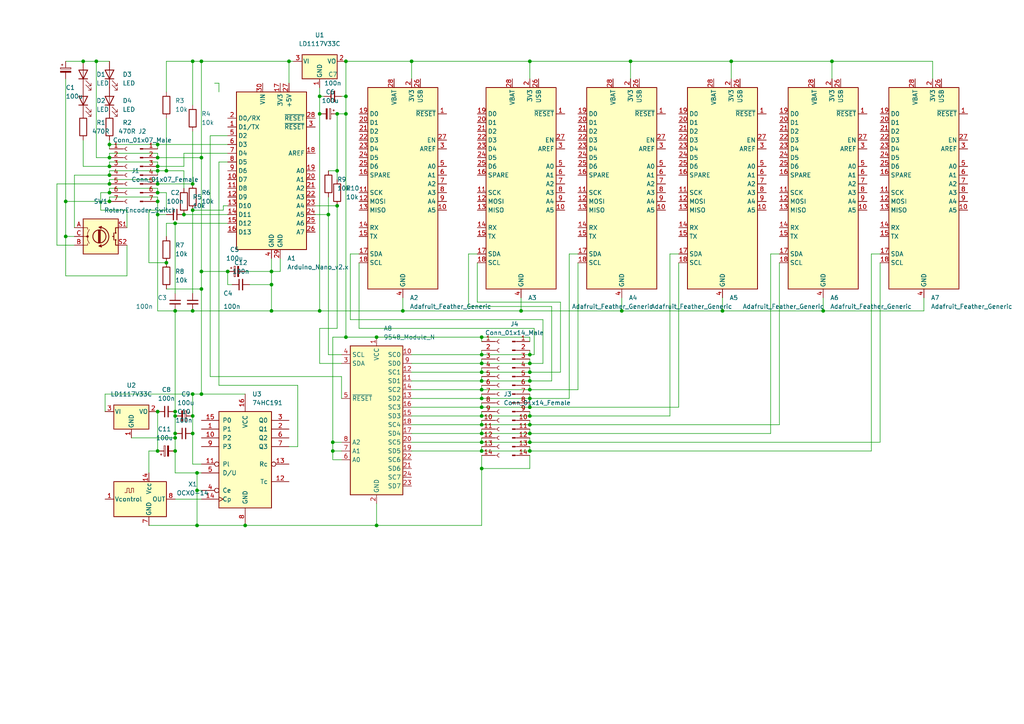
<source format=kicad_sch>
(kicad_sch (version 20211123) (generator eeschema)

  (uuid 25bf08d3-e971-486d-87f8-5cca68f92928)

  (paper "A4")

  (lib_symbols
    (symbol "74xx:74LS191" (pin_names (offset 1.016)) (in_bom yes) (on_board yes)
      (property "Reference" "U" (id 0) (at -7.62 13.97 0)
        (effects (font (size 1.27 1.27)))
      )
      (property "Value" "74LS191" (id 1) (at -7.62 -16.51 0)
        (effects (font (size 1.27 1.27)))
      )
      (property "Footprint" "" (id 2) (at 0 0 0)
        (effects (font (size 1.27 1.27)) hide)
      )
      (property "Datasheet" "http://www.ti.com/lit/gpn/sn74LS191" (id 3) (at 0 0 0)
        (effects (font (size 1.27 1.27)) hide)
      )
      (property "ki_locked" "" (id 4) (at 0 0 0)
        (effects (font (size 1.27 1.27)))
      )
      (property "ki_keywords" "TTL CNT CNT4" (id 5) (at 0 0 0)
        (effects (font (size 1.27 1.27)) hide)
      )
      (property "ki_description" "4-bit Synchronous Up/Down binary Counter" (id 6) (at 0 0 0)
        (effects (font (size 1.27 1.27)) hide)
      )
      (property "ki_fp_filters" "DIP?16*" (id 7) (at 0 0 0)
        (effects (font (size 1.27 1.27)) hide)
      )
      (symbol "74LS191_1_0"
        (pin input line (at -12.7 7.62 0) (length 5.08)
          (name "P1" (effects (font (size 1.27 1.27))))
          (number "1" (effects (font (size 1.27 1.27))))
        )
        (pin input line (at -12.7 5.08 0) (length 5.08)
          (name "P2" (effects (font (size 1.27 1.27))))
          (number "10" (effects (font (size 1.27 1.27))))
        )
        (pin input inverted (at -12.7 -2.54 0) (length 5.08)
          (name "Pl" (effects (font (size 1.27 1.27))))
          (number "11" (effects (font (size 1.27 1.27))))
        )
        (pin output line (at 12.7 -7.62 180) (length 5.08)
          (name "Tc" (effects (font (size 1.27 1.27))))
          (number "12" (effects (font (size 1.27 1.27))))
        )
        (pin output inverted (at 12.7 -2.54 180) (length 5.08)
          (name "Rc" (effects (font (size 1.27 1.27))))
          (number "13" (effects (font (size 1.27 1.27))))
        )
        (pin input clock (at -12.7 -12.7 0) (length 5.08)
          (name "Cp" (effects (font (size 1.27 1.27))))
          (number "14" (effects (font (size 1.27 1.27))))
        )
        (pin input line (at -12.7 10.16 0) (length 5.08)
          (name "P0" (effects (font (size 1.27 1.27))))
          (number "15" (effects (font (size 1.27 1.27))))
        )
        (pin power_in line (at 0 17.78 270) (length 5.08)
          (name "VCC" (effects (font (size 1.27 1.27))))
          (number "16" (effects (font (size 1.27 1.27))))
        )
        (pin output line (at 12.7 7.62 180) (length 5.08)
          (name "Q1" (effects (font (size 1.27 1.27))))
          (number "2" (effects (font (size 1.27 1.27))))
        )
        (pin output line (at 12.7 10.16 180) (length 5.08)
          (name "Q0" (effects (font (size 1.27 1.27))))
          (number "3" (effects (font (size 1.27 1.27))))
        )
        (pin input inverted (at -12.7 -10.16 0) (length 5.08)
          (name "Ce" (effects (font (size 1.27 1.27))))
          (number "4" (effects (font (size 1.27 1.27))))
        )
        (pin input line (at -12.7 -5.08 0) (length 5.08)
          (name "D/U" (effects (font (size 1.27 1.27))))
          (number "5" (effects (font (size 1.27 1.27))))
        )
        (pin output line (at 12.7 5.08 180) (length 5.08)
          (name "Q2" (effects (font (size 1.27 1.27))))
          (number "6" (effects (font (size 1.27 1.27))))
        )
        (pin output line (at 12.7 2.54 180) (length 5.08)
          (name "Q3" (effects (font (size 1.27 1.27))))
          (number "7" (effects (font (size 1.27 1.27))))
        )
        (pin power_in line (at 0 -20.32 90) (length 5.08)
          (name "GND" (effects (font (size 1.27 1.27))))
          (number "8" (effects (font (size 1.27 1.27))))
        )
        (pin input line (at -12.7 2.54 0) (length 5.08)
          (name "P3" (effects (font (size 1.27 1.27))))
          (number "9" (effects (font (size 1.27 1.27))))
        )
      )
      (symbol "74LS191_1_1"
        (rectangle (start -7.62 12.7) (end 7.62 -15.24)
          (stroke (width 0.254) (type default) (color 0 0 0 0))
          (fill (type background))
        )
      )
    )
    (symbol "Connector:Conn_01x07_Female" (pin_names (offset 1.016) hide) (in_bom yes) (on_board yes)
      (property "Reference" "J" (id 0) (at 0 10.16 0)
        (effects (font (size 1.27 1.27)))
      )
      (property "Value" "Conn_01x07_Female" (id 1) (at 0 -10.16 0)
        (effects (font (size 1.27 1.27)))
      )
      (property "Footprint" "" (id 2) (at 0 0 0)
        (effects (font (size 1.27 1.27)) hide)
      )
      (property "Datasheet" "~" (id 3) (at 0 0 0)
        (effects (font (size 1.27 1.27)) hide)
      )
      (property "ki_keywords" "connector" (id 4) (at 0 0 0)
        (effects (font (size 1.27 1.27)) hide)
      )
      (property "ki_description" "Generic connector, single row, 01x07, script generated (kicad-library-utils/schlib/autogen/connector/)" (id 5) (at 0 0 0)
        (effects (font (size 1.27 1.27)) hide)
      )
      (property "ki_fp_filters" "Connector*:*_1x??_*" (id 6) (at 0 0 0)
        (effects (font (size 1.27 1.27)) hide)
      )
      (symbol "Conn_01x07_Female_1_1"
        (arc (start 0 -7.112) (mid -0.508 -7.62) (end 0 -8.128)
          (stroke (width 0.1524) (type default) (color 0 0 0 0))
          (fill (type none))
        )
        (arc (start 0 -4.572) (mid -0.508 -5.08) (end 0 -5.588)
          (stroke (width 0.1524) (type default) (color 0 0 0 0))
          (fill (type none))
        )
        (arc (start 0 -2.032) (mid -0.508 -2.54) (end 0 -3.048)
          (stroke (width 0.1524) (type default) (color 0 0 0 0))
          (fill (type none))
        )
        (polyline
          (pts
            (xy -1.27 -7.62)
            (xy -0.508 -7.62)
          )
          (stroke (width 0.1524) (type default) (color 0 0 0 0))
          (fill (type none))
        )
        (polyline
          (pts
            (xy -1.27 -5.08)
            (xy -0.508 -5.08)
          )
          (stroke (width 0.1524) (type default) (color 0 0 0 0))
          (fill (type none))
        )
        (polyline
          (pts
            (xy -1.27 -2.54)
            (xy -0.508 -2.54)
          )
          (stroke (width 0.1524) (type default) (color 0 0 0 0))
          (fill (type none))
        )
        (polyline
          (pts
            (xy -1.27 0)
            (xy -0.508 0)
          )
          (stroke (width 0.1524) (type default) (color 0 0 0 0))
          (fill (type none))
        )
        (polyline
          (pts
            (xy -1.27 2.54)
            (xy -0.508 2.54)
          )
          (stroke (width 0.1524) (type default) (color 0 0 0 0))
          (fill (type none))
        )
        (polyline
          (pts
            (xy -1.27 5.08)
            (xy -0.508 5.08)
          )
          (stroke (width 0.1524) (type default) (color 0 0 0 0))
          (fill (type none))
        )
        (polyline
          (pts
            (xy -1.27 7.62)
            (xy -0.508 7.62)
          )
          (stroke (width 0.1524) (type default) (color 0 0 0 0))
          (fill (type none))
        )
        (arc (start 0 0.508) (mid -0.508 0) (end 0 -0.508)
          (stroke (width 0.1524) (type default) (color 0 0 0 0))
          (fill (type none))
        )
        (arc (start 0 3.048) (mid -0.508 2.54) (end 0 2.032)
          (stroke (width 0.1524) (type default) (color 0 0 0 0))
          (fill (type none))
        )
        (arc (start 0 5.588) (mid -0.508 5.08) (end 0 4.572)
          (stroke (width 0.1524) (type default) (color 0 0 0 0))
          (fill (type none))
        )
        (arc (start 0 8.128) (mid -0.508 7.62) (end 0 7.112)
          (stroke (width 0.1524) (type default) (color 0 0 0 0))
          (fill (type none))
        )
        (pin passive line (at -5.08 7.62 0) (length 3.81)
          (name "Pin_1" (effects (font (size 1.27 1.27))))
          (number "1" (effects (font (size 1.27 1.27))))
        )
        (pin passive line (at -5.08 5.08 0) (length 3.81)
          (name "Pin_2" (effects (font (size 1.27 1.27))))
          (number "2" (effects (font (size 1.27 1.27))))
        )
        (pin passive line (at -5.08 2.54 0) (length 3.81)
          (name "Pin_3" (effects (font (size 1.27 1.27))))
          (number "3" (effects (font (size 1.27 1.27))))
        )
        (pin passive line (at -5.08 0 0) (length 3.81)
          (name "Pin_4" (effects (font (size 1.27 1.27))))
          (number "4" (effects (font (size 1.27 1.27))))
        )
        (pin passive line (at -5.08 -2.54 0) (length 3.81)
          (name "Pin_5" (effects (font (size 1.27 1.27))))
          (number "5" (effects (font (size 1.27 1.27))))
        )
        (pin passive line (at -5.08 -5.08 0) (length 3.81)
          (name "Pin_6" (effects (font (size 1.27 1.27))))
          (number "6" (effects (font (size 1.27 1.27))))
        )
        (pin passive line (at -5.08 -7.62 0) (length 3.81)
          (name "Pin_7" (effects (font (size 1.27 1.27))))
          (number "7" (effects (font (size 1.27 1.27))))
        )
      )
    )
    (symbol "Connector:Conn_01x07_Male" (pin_names (offset 1.016) hide) (in_bom yes) (on_board yes)
      (property "Reference" "J" (id 0) (at 0 10.16 0)
        (effects (font (size 1.27 1.27)))
      )
      (property "Value" "Conn_01x07_Male" (id 1) (at 0 -10.16 0)
        (effects (font (size 1.27 1.27)))
      )
      (property "Footprint" "" (id 2) (at 0 0 0)
        (effects (font (size 1.27 1.27)) hide)
      )
      (property "Datasheet" "~" (id 3) (at 0 0 0)
        (effects (font (size 1.27 1.27)) hide)
      )
      (property "ki_keywords" "connector" (id 4) (at 0 0 0)
        (effects (font (size 1.27 1.27)) hide)
      )
      (property "ki_description" "Generic connector, single row, 01x07, script generated (kicad-library-utils/schlib/autogen/connector/)" (id 5) (at 0 0 0)
        (effects (font (size 1.27 1.27)) hide)
      )
      (property "ki_fp_filters" "Connector*:*_1x??_*" (id 6) (at 0 0 0)
        (effects (font (size 1.27 1.27)) hide)
      )
      (symbol "Conn_01x07_Male_1_1"
        (polyline
          (pts
            (xy 1.27 -7.62)
            (xy 0.8636 -7.62)
          )
          (stroke (width 0.1524) (type default) (color 0 0 0 0))
          (fill (type none))
        )
        (polyline
          (pts
            (xy 1.27 -5.08)
            (xy 0.8636 -5.08)
          )
          (stroke (width 0.1524) (type default) (color 0 0 0 0))
          (fill (type none))
        )
        (polyline
          (pts
            (xy 1.27 -2.54)
            (xy 0.8636 -2.54)
          )
          (stroke (width 0.1524) (type default) (color 0 0 0 0))
          (fill (type none))
        )
        (polyline
          (pts
            (xy 1.27 0)
            (xy 0.8636 0)
          )
          (stroke (width 0.1524) (type default) (color 0 0 0 0))
          (fill (type none))
        )
        (polyline
          (pts
            (xy 1.27 2.54)
            (xy 0.8636 2.54)
          )
          (stroke (width 0.1524) (type default) (color 0 0 0 0))
          (fill (type none))
        )
        (polyline
          (pts
            (xy 1.27 5.08)
            (xy 0.8636 5.08)
          )
          (stroke (width 0.1524) (type default) (color 0 0 0 0))
          (fill (type none))
        )
        (polyline
          (pts
            (xy 1.27 7.62)
            (xy 0.8636 7.62)
          )
          (stroke (width 0.1524) (type default) (color 0 0 0 0))
          (fill (type none))
        )
        (rectangle (start 0.8636 -7.493) (end 0 -7.747)
          (stroke (width 0.1524) (type default) (color 0 0 0 0))
          (fill (type outline))
        )
        (rectangle (start 0.8636 -4.953) (end 0 -5.207)
          (stroke (width 0.1524) (type default) (color 0 0 0 0))
          (fill (type outline))
        )
        (rectangle (start 0.8636 -2.413) (end 0 -2.667)
          (stroke (width 0.1524) (type default) (color 0 0 0 0))
          (fill (type outline))
        )
        (rectangle (start 0.8636 0.127) (end 0 -0.127)
          (stroke (width 0.1524) (type default) (color 0 0 0 0))
          (fill (type outline))
        )
        (rectangle (start 0.8636 2.667) (end 0 2.413)
          (stroke (width 0.1524) (type default) (color 0 0 0 0))
          (fill (type outline))
        )
        (rectangle (start 0.8636 5.207) (end 0 4.953)
          (stroke (width 0.1524) (type default) (color 0 0 0 0))
          (fill (type outline))
        )
        (rectangle (start 0.8636 7.747) (end 0 7.493)
          (stroke (width 0.1524) (type default) (color 0 0 0 0))
          (fill (type outline))
        )
        (pin passive line (at 5.08 7.62 180) (length 3.81)
          (name "Pin_1" (effects (font (size 1.27 1.27))))
          (number "1" (effects (font (size 1.27 1.27))))
        )
        (pin passive line (at 5.08 5.08 180) (length 3.81)
          (name "Pin_2" (effects (font (size 1.27 1.27))))
          (number "2" (effects (font (size 1.27 1.27))))
        )
        (pin passive line (at 5.08 2.54 180) (length 3.81)
          (name "Pin_3" (effects (font (size 1.27 1.27))))
          (number "3" (effects (font (size 1.27 1.27))))
        )
        (pin passive line (at 5.08 0 180) (length 3.81)
          (name "Pin_4" (effects (font (size 1.27 1.27))))
          (number "4" (effects (font (size 1.27 1.27))))
        )
        (pin passive line (at 5.08 -2.54 180) (length 3.81)
          (name "Pin_5" (effects (font (size 1.27 1.27))))
          (number "5" (effects (font (size 1.27 1.27))))
        )
        (pin passive line (at 5.08 -5.08 180) (length 3.81)
          (name "Pin_6" (effects (font (size 1.27 1.27))))
          (number "6" (effects (font (size 1.27 1.27))))
        )
        (pin passive line (at 5.08 -7.62 180) (length 3.81)
          (name "Pin_7" (effects (font (size 1.27 1.27))))
          (number "7" (effects (font (size 1.27 1.27))))
        )
      )
    )
    (symbol "Connector:Conn_01x14_Female" (pin_names (offset 1.016) hide) (in_bom yes) (on_board yes)
      (property "Reference" "J" (id 0) (at 0 17.78 0)
        (effects (font (size 1.27 1.27)))
      )
      (property "Value" "Conn_01x14_Female" (id 1) (at 0 -20.32 0)
        (effects (font (size 1.27 1.27)))
      )
      (property "Footprint" "" (id 2) (at 0 0 0)
        (effects (font (size 1.27 1.27)) hide)
      )
      (property "Datasheet" "~" (id 3) (at 0 0 0)
        (effects (font (size 1.27 1.27)) hide)
      )
      (property "ki_keywords" "connector" (id 4) (at 0 0 0)
        (effects (font (size 1.27 1.27)) hide)
      )
      (property "ki_description" "Generic connector, single row, 01x14, script generated (kicad-library-utils/schlib/autogen/connector/)" (id 5) (at 0 0 0)
        (effects (font (size 1.27 1.27)) hide)
      )
      (property "ki_fp_filters" "Connector*:*_1x??_*" (id 6) (at 0 0 0)
        (effects (font (size 1.27 1.27)) hide)
      )
      (symbol "Conn_01x14_Female_1_1"
        (arc (start 0 -17.272) (mid -0.508 -17.78) (end 0 -18.288)
          (stroke (width 0.1524) (type default) (color 0 0 0 0))
          (fill (type none))
        )
        (arc (start 0 -14.732) (mid -0.508 -15.24) (end 0 -15.748)
          (stroke (width 0.1524) (type default) (color 0 0 0 0))
          (fill (type none))
        )
        (arc (start 0 -12.192) (mid -0.508 -12.7) (end 0 -13.208)
          (stroke (width 0.1524) (type default) (color 0 0 0 0))
          (fill (type none))
        )
        (arc (start 0 -9.652) (mid -0.508 -10.16) (end 0 -10.668)
          (stroke (width 0.1524) (type default) (color 0 0 0 0))
          (fill (type none))
        )
        (arc (start 0 -7.112) (mid -0.508 -7.62) (end 0 -8.128)
          (stroke (width 0.1524) (type default) (color 0 0 0 0))
          (fill (type none))
        )
        (arc (start 0 -4.572) (mid -0.508 -5.08) (end 0 -5.588)
          (stroke (width 0.1524) (type default) (color 0 0 0 0))
          (fill (type none))
        )
        (arc (start 0 -2.032) (mid -0.508 -2.54) (end 0 -3.048)
          (stroke (width 0.1524) (type default) (color 0 0 0 0))
          (fill (type none))
        )
        (polyline
          (pts
            (xy -1.27 -17.78)
            (xy -0.508 -17.78)
          )
          (stroke (width 0.1524) (type default) (color 0 0 0 0))
          (fill (type none))
        )
        (polyline
          (pts
            (xy -1.27 -15.24)
            (xy -0.508 -15.24)
          )
          (stroke (width 0.1524) (type default) (color 0 0 0 0))
          (fill (type none))
        )
        (polyline
          (pts
            (xy -1.27 -12.7)
            (xy -0.508 -12.7)
          )
          (stroke (width 0.1524) (type default) (color 0 0 0 0))
          (fill (type none))
        )
        (polyline
          (pts
            (xy -1.27 -10.16)
            (xy -0.508 -10.16)
          )
          (stroke (width 0.1524) (type default) (color 0 0 0 0))
          (fill (type none))
        )
        (polyline
          (pts
            (xy -1.27 -7.62)
            (xy -0.508 -7.62)
          )
          (stroke (width 0.1524) (type default) (color 0 0 0 0))
          (fill (type none))
        )
        (polyline
          (pts
            (xy -1.27 -5.08)
            (xy -0.508 -5.08)
          )
          (stroke (width 0.1524) (type default) (color 0 0 0 0))
          (fill (type none))
        )
        (polyline
          (pts
            (xy -1.27 -2.54)
            (xy -0.508 -2.54)
          )
          (stroke (width 0.1524) (type default) (color 0 0 0 0))
          (fill (type none))
        )
        (polyline
          (pts
            (xy -1.27 0)
            (xy -0.508 0)
          )
          (stroke (width 0.1524) (type default) (color 0 0 0 0))
          (fill (type none))
        )
        (polyline
          (pts
            (xy -1.27 2.54)
            (xy -0.508 2.54)
          )
          (stroke (width 0.1524) (type default) (color 0 0 0 0))
          (fill (type none))
        )
        (polyline
          (pts
            (xy -1.27 5.08)
            (xy -0.508 5.08)
          )
          (stroke (width 0.1524) (type default) (color 0 0 0 0))
          (fill (type none))
        )
        (polyline
          (pts
            (xy -1.27 7.62)
            (xy -0.508 7.62)
          )
          (stroke (width 0.1524) (type default) (color 0 0 0 0))
          (fill (type none))
        )
        (polyline
          (pts
            (xy -1.27 10.16)
            (xy -0.508 10.16)
          )
          (stroke (width 0.1524) (type default) (color 0 0 0 0))
          (fill (type none))
        )
        (polyline
          (pts
            (xy -1.27 12.7)
            (xy -0.508 12.7)
          )
          (stroke (width 0.1524) (type default) (color 0 0 0 0))
          (fill (type none))
        )
        (polyline
          (pts
            (xy -1.27 15.24)
            (xy -0.508 15.24)
          )
          (stroke (width 0.1524) (type default) (color 0 0 0 0))
          (fill (type none))
        )
        (arc (start 0 0.508) (mid -0.508 0) (end 0 -0.508)
          (stroke (width 0.1524) (type default) (color 0 0 0 0))
          (fill (type none))
        )
        (arc (start 0 3.048) (mid -0.508 2.54) (end 0 2.032)
          (stroke (width 0.1524) (type default) (color 0 0 0 0))
          (fill (type none))
        )
        (arc (start 0 5.588) (mid -0.508 5.08) (end 0 4.572)
          (stroke (width 0.1524) (type default) (color 0 0 0 0))
          (fill (type none))
        )
        (arc (start 0 8.128) (mid -0.508 7.62) (end 0 7.112)
          (stroke (width 0.1524) (type default) (color 0 0 0 0))
          (fill (type none))
        )
        (arc (start 0 10.668) (mid -0.508 10.16) (end 0 9.652)
          (stroke (width 0.1524) (type default) (color 0 0 0 0))
          (fill (type none))
        )
        (arc (start 0 13.208) (mid -0.508 12.7) (end 0 12.192)
          (stroke (width 0.1524) (type default) (color 0 0 0 0))
          (fill (type none))
        )
        (arc (start 0 15.748) (mid -0.508 15.24) (end 0 14.732)
          (stroke (width 0.1524) (type default) (color 0 0 0 0))
          (fill (type none))
        )
        (pin passive line (at -5.08 15.24 0) (length 3.81)
          (name "Pin_1" (effects (font (size 1.27 1.27))))
          (number "1" (effects (font (size 1.27 1.27))))
        )
        (pin passive line (at -5.08 -7.62 0) (length 3.81)
          (name "Pin_10" (effects (font (size 1.27 1.27))))
          (number "10" (effects (font (size 1.27 1.27))))
        )
        (pin passive line (at -5.08 -10.16 0) (length 3.81)
          (name "Pin_11" (effects (font (size 1.27 1.27))))
          (number "11" (effects (font (size 1.27 1.27))))
        )
        (pin passive line (at -5.08 -12.7 0) (length 3.81)
          (name "Pin_12" (effects (font (size 1.27 1.27))))
          (number "12" (effects (font (size 1.27 1.27))))
        )
        (pin passive line (at -5.08 -15.24 0) (length 3.81)
          (name "Pin_13" (effects (font (size 1.27 1.27))))
          (number "13" (effects (font (size 1.27 1.27))))
        )
        (pin passive line (at -5.08 -17.78 0) (length 3.81)
          (name "Pin_14" (effects (font (size 1.27 1.27))))
          (number "14" (effects (font (size 1.27 1.27))))
        )
        (pin passive line (at -5.08 12.7 0) (length 3.81)
          (name "Pin_2" (effects (font (size 1.27 1.27))))
          (number "2" (effects (font (size 1.27 1.27))))
        )
        (pin passive line (at -5.08 10.16 0) (length 3.81)
          (name "Pin_3" (effects (font (size 1.27 1.27))))
          (number "3" (effects (font (size 1.27 1.27))))
        )
        (pin passive line (at -5.08 7.62 0) (length 3.81)
          (name "Pin_4" (effects (font (size 1.27 1.27))))
          (number "4" (effects (font (size 1.27 1.27))))
        )
        (pin passive line (at -5.08 5.08 0) (length 3.81)
          (name "Pin_5" (effects (font (size 1.27 1.27))))
          (number "5" (effects (font (size 1.27 1.27))))
        )
        (pin passive line (at -5.08 2.54 0) (length 3.81)
          (name "Pin_6" (effects (font (size 1.27 1.27))))
          (number "6" (effects (font (size 1.27 1.27))))
        )
        (pin passive line (at -5.08 0 0) (length 3.81)
          (name "Pin_7" (effects (font (size 1.27 1.27))))
          (number "7" (effects (font (size 1.27 1.27))))
        )
        (pin passive line (at -5.08 -2.54 0) (length 3.81)
          (name "Pin_8" (effects (font (size 1.27 1.27))))
          (number "8" (effects (font (size 1.27 1.27))))
        )
        (pin passive line (at -5.08 -5.08 0) (length 3.81)
          (name "Pin_9" (effects (font (size 1.27 1.27))))
          (number "9" (effects (font (size 1.27 1.27))))
        )
      )
    )
    (symbol "Connector:Conn_01x14_Male" (pin_names (offset 1.016) hide) (in_bom yes) (on_board yes)
      (property "Reference" "J" (id 0) (at 0 17.78 0)
        (effects (font (size 1.27 1.27)))
      )
      (property "Value" "Conn_01x14_Male" (id 1) (at 0 -20.32 0)
        (effects (font (size 1.27 1.27)))
      )
      (property "Footprint" "" (id 2) (at 0 0 0)
        (effects (font (size 1.27 1.27)) hide)
      )
      (property "Datasheet" "~" (id 3) (at 0 0 0)
        (effects (font (size 1.27 1.27)) hide)
      )
      (property "ki_keywords" "connector" (id 4) (at 0 0 0)
        (effects (font (size 1.27 1.27)) hide)
      )
      (property "ki_description" "Generic connector, single row, 01x14, script generated (kicad-library-utils/schlib/autogen/connector/)" (id 5) (at 0 0 0)
        (effects (font (size 1.27 1.27)) hide)
      )
      (property "ki_fp_filters" "Connector*:*_1x??_*" (id 6) (at 0 0 0)
        (effects (font (size 1.27 1.27)) hide)
      )
      (symbol "Conn_01x14_Male_1_1"
        (polyline
          (pts
            (xy 1.27 -17.78)
            (xy 0.8636 -17.78)
          )
          (stroke (width 0.1524) (type default) (color 0 0 0 0))
          (fill (type none))
        )
        (polyline
          (pts
            (xy 1.27 -15.24)
            (xy 0.8636 -15.24)
          )
          (stroke (width 0.1524) (type default) (color 0 0 0 0))
          (fill (type none))
        )
        (polyline
          (pts
            (xy 1.27 -12.7)
            (xy 0.8636 -12.7)
          )
          (stroke (width 0.1524) (type default) (color 0 0 0 0))
          (fill (type none))
        )
        (polyline
          (pts
            (xy 1.27 -10.16)
            (xy 0.8636 -10.16)
          )
          (stroke (width 0.1524) (type default) (color 0 0 0 0))
          (fill (type none))
        )
        (polyline
          (pts
            (xy 1.27 -7.62)
            (xy 0.8636 -7.62)
          )
          (stroke (width 0.1524) (type default) (color 0 0 0 0))
          (fill (type none))
        )
        (polyline
          (pts
            (xy 1.27 -5.08)
            (xy 0.8636 -5.08)
          )
          (stroke (width 0.1524) (type default) (color 0 0 0 0))
          (fill (type none))
        )
        (polyline
          (pts
            (xy 1.27 -2.54)
            (xy 0.8636 -2.54)
          )
          (stroke (width 0.1524) (type default) (color 0 0 0 0))
          (fill (type none))
        )
        (polyline
          (pts
            (xy 1.27 0)
            (xy 0.8636 0)
          )
          (stroke (width 0.1524) (type default) (color 0 0 0 0))
          (fill (type none))
        )
        (polyline
          (pts
            (xy 1.27 2.54)
            (xy 0.8636 2.54)
          )
          (stroke (width 0.1524) (type default) (color 0 0 0 0))
          (fill (type none))
        )
        (polyline
          (pts
            (xy 1.27 5.08)
            (xy 0.8636 5.08)
          )
          (stroke (width 0.1524) (type default) (color 0 0 0 0))
          (fill (type none))
        )
        (polyline
          (pts
            (xy 1.27 7.62)
            (xy 0.8636 7.62)
          )
          (stroke (width 0.1524) (type default) (color 0 0 0 0))
          (fill (type none))
        )
        (polyline
          (pts
            (xy 1.27 10.16)
            (xy 0.8636 10.16)
          )
          (stroke (width 0.1524) (type default) (color 0 0 0 0))
          (fill (type none))
        )
        (polyline
          (pts
            (xy 1.27 12.7)
            (xy 0.8636 12.7)
          )
          (stroke (width 0.1524) (type default) (color 0 0 0 0))
          (fill (type none))
        )
        (polyline
          (pts
            (xy 1.27 15.24)
            (xy 0.8636 15.24)
          )
          (stroke (width 0.1524) (type default) (color 0 0 0 0))
          (fill (type none))
        )
        (rectangle (start 0.8636 -17.653) (end 0 -17.907)
          (stroke (width 0.1524) (type default) (color 0 0 0 0))
          (fill (type outline))
        )
        (rectangle (start 0.8636 -15.113) (end 0 -15.367)
          (stroke (width 0.1524) (type default) (color 0 0 0 0))
          (fill (type outline))
        )
        (rectangle (start 0.8636 -12.573) (end 0 -12.827)
          (stroke (width 0.1524) (type default) (color 0 0 0 0))
          (fill (type outline))
        )
        (rectangle (start 0.8636 -10.033) (end 0 -10.287)
          (stroke (width 0.1524) (type default) (color 0 0 0 0))
          (fill (type outline))
        )
        (rectangle (start 0.8636 -7.493) (end 0 -7.747)
          (stroke (width 0.1524) (type default) (color 0 0 0 0))
          (fill (type outline))
        )
        (rectangle (start 0.8636 -4.953) (end 0 -5.207)
          (stroke (width 0.1524) (type default) (color 0 0 0 0))
          (fill (type outline))
        )
        (rectangle (start 0.8636 -2.413) (end 0 -2.667)
          (stroke (width 0.1524) (type default) (color 0 0 0 0))
          (fill (type outline))
        )
        (rectangle (start 0.8636 0.127) (end 0 -0.127)
          (stroke (width 0.1524) (type default) (color 0 0 0 0))
          (fill (type outline))
        )
        (rectangle (start 0.8636 2.667) (end 0 2.413)
          (stroke (width 0.1524) (type default) (color 0 0 0 0))
          (fill (type outline))
        )
        (rectangle (start 0.8636 5.207) (end 0 4.953)
          (stroke (width 0.1524) (type default) (color 0 0 0 0))
          (fill (type outline))
        )
        (rectangle (start 0.8636 7.747) (end 0 7.493)
          (stroke (width 0.1524) (type default) (color 0 0 0 0))
          (fill (type outline))
        )
        (rectangle (start 0.8636 10.287) (end 0 10.033)
          (stroke (width 0.1524) (type default) (color 0 0 0 0))
          (fill (type outline))
        )
        (rectangle (start 0.8636 12.827) (end 0 12.573)
          (stroke (width 0.1524) (type default) (color 0 0 0 0))
          (fill (type outline))
        )
        (rectangle (start 0.8636 15.367) (end 0 15.113)
          (stroke (width 0.1524) (type default) (color 0 0 0 0))
          (fill (type outline))
        )
        (pin passive line (at 5.08 15.24 180) (length 3.81)
          (name "Pin_1" (effects (font (size 1.27 1.27))))
          (number "1" (effects (font (size 1.27 1.27))))
        )
        (pin passive line (at 5.08 -7.62 180) (length 3.81)
          (name "Pin_10" (effects (font (size 1.27 1.27))))
          (number "10" (effects (font (size 1.27 1.27))))
        )
        (pin passive line (at 5.08 -10.16 180) (length 3.81)
          (name "Pin_11" (effects (font (size 1.27 1.27))))
          (number "11" (effects (font (size 1.27 1.27))))
        )
        (pin passive line (at 5.08 -12.7 180) (length 3.81)
          (name "Pin_12" (effects (font (size 1.27 1.27))))
          (number "12" (effects (font (size 1.27 1.27))))
        )
        (pin passive line (at 5.08 -15.24 180) (length 3.81)
          (name "Pin_13" (effects (font (size 1.27 1.27))))
          (number "13" (effects (font (size 1.27 1.27))))
        )
        (pin passive line (at 5.08 -17.78 180) (length 3.81)
          (name "Pin_14" (effects (font (size 1.27 1.27))))
          (number "14" (effects (font (size 1.27 1.27))))
        )
        (pin passive line (at 5.08 12.7 180) (length 3.81)
          (name "Pin_2" (effects (font (size 1.27 1.27))))
          (number "2" (effects (font (size 1.27 1.27))))
        )
        (pin passive line (at 5.08 10.16 180) (length 3.81)
          (name "Pin_3" (effects (font (size 1.27 1.27))))
          (number "3" (effects (font (size 1.27 1.27))))
        )
        (pin passive line (at 5.08 7.62 180) (length 3.81)
          (name "Pin_4" (effects (font (size 1.27 1.27))))
          (number "4" (effects (font (size 1.27 1.27))))
        )
        (pin passive line (at 5.08 5.08 180) (length 3.81)
          (name "Pin_5" (effects (font (size 1.27 1.27))))
          (number "5" (effects (font (size 1.27 1.27))))
        )
        (pin passive line (at 5.08 2.54 180) (length 3.81)
          (name "Pin_6" (effects (font (size 1.27 1.27))))
          (number "6" (effects (font (size 1.27 1.27))))
        )
        (pin passive line (at 5.08 0 180) (length 3.81)
          (name "Pin_7" (effects (font (size 1.27 1.27))))
          (number "7" (effects (font (size 1.27 1.27))))
        )
        (pin passive line (at 5.08 -2.54 180) (length 3.81)
          (name "Pin_8" (effects (font (size 1.27 1.27))))
          (number "8" (effects (font (size 1.27 1.27))))
        )
        (pin passive line (at 5.08 -5.08 180) (length 3.81)
          (name "Pin_9" (effects (font (size 1.27 1.27))))
          (number "9" (effects (font (size 1.27 1.27))))
        )
      )
    )
    (symbol "Device:C_Polarized_Small" (pin_numbers hide) (pin_names (offset 0.254) hide) (in_bom yes) (on_board yes)
      (property "Reference" "C" (id 0) (at 0.254 1.778 0)
        (effects (font (size 1.27 1.27)) (justify left))
      )
      (property "Value" "C_Polarized_Small" (id 1) (at 0.254 -2.032 0)
        (effects (font (size 1.27 1.27)) (justify left))
      )
      (property "Footprint" "" (id 2) (at 0 0 0)
        (effects (font (size 1.27 1.27)) hide)
      )
      (property "Datasheet" "~" (id 3) (at 0 0 0)
        (effects (font (size 1.27 1.27)) hide)
      )
      (property "ki_keywords" "cap capacitor" (id 4) (at 0 0 0)
        (effects (font (size 1.27 1.27)) hide)
      )
      (property "ki_description" "Polarized capacitor, small symbol" (id 5) (at 0 0 0)
        (effects (font (size 1.27 1.27)) hide)
      )
      (property "ki_fp_filters" "CP_*" (id 6) (at 0 0 0)
        (effects (font (size 1.27 1.27)) hide)
      )
      (symbol "C_Polarized_Small_0_1"
        (rectangle (start -1.524 -0.3048) (end 1.524 -0.6858)
          (stroke (width 0) (type default) (color 0 0 0 0))
          (fill (type outline))
        )
        (rectangle (start -1.524 0.6858) (end 1.524 0.3048)
          (stroke (width 0) (type default) (color 0 0 0 0))
          (fill (type none))
        )
        (polyline
          (pts
            (xy -1.27 1.524)
            (xy -0.762 1.524)
          )
          (stroke (width 0) (type default) (color 0 0 0 0))
          (fill (type none))
        )
        (polyline
          (pts
            (xy -1.016 1.27)
            (xy -1.016 1.778)
          )
          (stroke (width 0) (type default) (color 0 0 0 0))
          (fill (type none))
        )
      )
      (symbol "C_Polarized_Small_1_1"
        (pin passive line (at 0 2.54 270) (length 1.8542)
          (name "~" (effects (font (size 1.27 1.27))))
          (number "1" (effects (font (size 1.27 1.27))))
        )
        (pin passive line (at 0 -2.54 90) (length 1.8542)
          (name "~" (effects (font (size 1.27 1.27))))
          (number "2" (effects (font (size 1.27 1.27))))
        )
      )
    )
    (symbol "Device:C_Small" (pin_numbers hide) (pin_names (offset 0.254) hide) (in_bom yes) (on_board yes)
      (property "Reference" "C" (id 0) (at 0.254 1.778 0)
        (effects (font (size 1.27 1.27)) (justify left))
      )
      (property "Value" "C_Small" (id 1) (at 0.254 -2.032 0)
        (effects (font (size 1.27 1.27)) (justify left))
      )
      (property "Footprint" "" (id 2) (at 0 0 0)
        (effects (font (size 1.27 1.27)) hide)
      )
      (property "Datasheet" "~" (id 3) (at 0 0 0)
        (effects (font (size 1.27 1.27)) hide)
      )
      (property "ki_keywords" "capacitor cap" (id 4) (at 0 0 0)
        (effects (font (size 1.27 1.27)) hide)
      )
      (property "ki_description" "Unpolarized capacitor, small symbol" (id 5) (at 0 0 0)
        (effects (font (size 1.27 1.27)) hide)
      )
      (property "ki_fp_filters" "C_*" (id 6) (at 0 0 0)
        (effects (font (size 1.27 1.27)) hide)
      )
      (symbol "C_Small_0_1"
        (polyline
          (pts
            (xy -1.524 -0.508)
            (xy 1.524 -0.508)
          )
          (stroke (width 0.3302) (type default) (color 0 0 0 0))
          (fill (type none))
        )
        (polyline
          (pts
            (xy -1.524 0.508)
            (xy 1.524 0.508)
          )
          (stroke (width 0.3048) (type default) (color 0 0 0 0))
          (fill (type none))
        )
      )
      (symbol "C_Small_1_1"
        (pin passive line (at 0 2.54 270) (length 2.032)
          (name "~" (effects (font (size 1.27 1.27))))
          (number "1" (effects (font (size 1.27 1.27))))
        )
        (pin passive line (at 0 -2.54 90) (length 2.032)
          (name "~" (effects (font (size 1.27 1.27))))
          (number "2" (effects (font (size 1.27 1.27))))
        )
      )
    )
    (symbol "Device:LED" (pin_numbers hide) (pin_names (offset 1.016) hide) (in_bom yes) (on_board yes)
      (property "Reference" "D" (id 0) (at 0 2.54 0)
        (effects (font (size 1.27 1.27)))
      )
      (property "Value" "LED" (id 1) (at 0 -2.54 0)
        (effects (font (size 1.27 1.27)))
      )
      (property "Footprint" "" (id 2) (at 0 0 0)
        (effects (font (size 1.27 1.27)) hide)
      )
      (property "Datasheet" "~" (id 3) (at 0 0 0)
        (effects (font (size 1.27 1.27)) hide)
      )
      (property "ki_keywords" "LED diode" (id 4) (at 0 0 0)
        (effects (font (size 1.27 1.27)) hide)
      )
      (property "ki_description" "Light emitting diode" (id 5) (at 0 0 0)
        (effects (font (size 1.27 1.27)) hide)
      )
      (property "ki_fp_filters" "LED* LED_SMD:* LED_THT:*" (id 6) (at 0 0 0)
        (effects (font (size 1.27 1.27)) hide)
      )
      (symbol "LED_0_1"
        (polyline
          (pts
            (xy -1.27 -1.27)
            (xy -1.27 1.27)
          )
          (stroke (width 0.254) (type default) (color 0 0 0 0))
          (fill (type none))
        )
        (polyline
          (pts
            (xy -1.27 0)
            (xy 1.27 0)
          )
          (stroke (width 0) (type default) (color 0 0 0 0))
          (fill (type none))
        )
        (polyline
          (pts
            (xy 1.27 -1.27)
            (xy 1.27 1.27)
            (xy -1.27 0)
            (xy 1.27 -1.27)
          )
          (stroke (width 0.254) (type default) (color 0 0 0 0))
          (fill (type none))
        )
        (polyline
          (pts
            (xy -3.048 -0.762)
            (xy -4.572 -2.286)
            (xy -3.81 -2.286)
            (xy -4.572 -2.286)
            (xy -4.572 -1.524)
          )
          (stroke (width 0) (type default) (color 0 0 0 0))
          (fill (type none))
        )
        (polyline
          (pts
            (xy -1.778 -0.762)
            (xy -3.302 -2.286)
            (xy -2.54 -2.286)
            (xy -3.302 -2.286)
            (xy -3.302 -1.524)
          )
          (stroke (width 0) (type default) (color 0 0 0 0))
          (fill (type none))
        )
      )
      (symbol "LED_1_1"
        (pin passive line (at -3.81 0 0) (length 2.54)
          (name "K" (effects (font (size 1.27 1.27))))
          (number "1" (effects (font (size 1.27 1.27))))
        )
        (pin passive line (at 3.81 0 180) (length 2.54)
          (name "A" (effects (font (size 1.27 1.27))))
          (number "2" (effects (font (size 1.27 1.27))))
        )
      )
    )
    (symbol "Device:R" (pin_numbers hide) (pin_names (offset 0)) (in_bom yes) (on_board yes)
      (property "Reference" "R" (id 0) (at 2.032 0 90)
        (effects (font (size 1.27 1.27)))
      )
      (property "Value" "R" (id 1) (at 0 0 90)
        (effects (font (size 1.27 1.27)))
      )
      (property "Footprint" "" (id 2) (at -1.778 0 90)
        (effects (font (size 1.27 1.27)) hide)
      )
      (property "Datasheet" "~" (id 3) (at 0 0 0)
        (effects (font (size 1.27 1.27)) hide)
      )
      (property "ki_keywords" "R res resistor" (id 4) (at 0 0 0)
        (effects (font (size 1.27 1.27)) hide)
      )
      (property "ki_description" "Resistor" (id 5) (at 0 0 0)
        (effects (font (size 1.27 1.27)) hide)
      )
      (property "ki_fp_filters" "R_*" (id 6) (at 0 0 0)
        (effects (font (size 1.27 1.27)) hide)
      )
      (symbol "R_0_1"
        (rectangle (start -1.016 -2.54) (end 1.016 2.54)
          (stroke (width 0.254) (type default) (color 0 0 0 0))
          (fill (type none))
        )
      )
      (symbol "R_1_1"
        (pin passive line (at 0 3.81 270) (length 1.27)
          (name "~" (effects (font (size 1.27 1.27))))
          (number "1" (effects (font (size 1.27 1.27))))
        )
        (pin passive line (at 0 -3.81 90) (length 1.27)
          (name "~" (effects (font (size 1.27 1.27))))
          (number "2" (effects (font (size 1.27 1.27))))
        )
      )
    )
    (symbol "Device:RotaryEncoder_Switch" (pin_names (offset 0.254) hide) (in_bom yes) (on_board yes)
      (property "Reference" "SW" (id 0) (at 0 6.604 0)
        (effects (font (size 1.27 1.27)))
      )
      (property "Value" "RotaryEncoder_Switch" (id 1) (at 0 -6.604 0)
        (effects (font (size 1.27 1.27)))
      )
      (property "Footprint" "" (id 2) (at -3.81 4.064 0)
        (effects (font (size 1.27 1.27)) hide)
      )
      (property "Datasheet" "~" (id 3) (at 0 6.604 0)
        (effects (font (size 1.27 1.27)) hide)
      )
      (property "ki_keywords" "rotary switch encoder switch push button" (id 4) (at 0 0 0)
        (effects (font (size 1.27 1.27)) hide)
      )
      (property "ki_description" "Rotary encoder, dual channel, incremental quadrate outputs, with switch" (id 5) (at 0 0 0)
        (effects (font (size 1.27 1.27)) hide)
      )
      (property "ki_fp_filters" "RotaryEncoder*Switch*" (id 6) (at 0 0 0)
        (effects (font (size 1.27 1.27)) hide)
      )
      (symbol "RotaryEncoder_Switch_0_1"
        (rectangle (start -5.08 5.08) (end 5.08 -5.08)
          (stroke (width 0.254) (type default) (color 0 0 0 0))
          (fill (type background))
        )
        (circle (center -3.81 0) (radius 0.254)
          (stroke (width 0) (type default) (color 0 0 0 0))
          (fill (type outline))
        )
        (arc (start -0.381 -2.794) (mid 2.3622 -0.0508) (end -0.381 2.667)
          (stroke (width 0.254) (type default) (color 0 0 0 0))
          (fill (type none))
        )
        (circle (center -0.381 0) (radius 1.905)
          (stroke (width 0.254) (type default) (color 0 0 0 0))
          (fill (type none))
        )
        (polyline
          (pts
            (xy -0.635 -1.778)
            (xy -0.635 1.778)
          )
          (stroke (width 0.254) (type default) (color 0 0 0 0))
          (fill (type none))
        )
        (polyline
          (pts
            (xy -0.381 -1.778)
            (xy -0.381 1.778)
          )
          (stroke (width 0.254) (type default) (color 0 0 0 0))
          (fill (type none))
        )
        (polyline
          (pts
            (xy -0.127 1.778)
            (xy -0.127 -1.778)
          )
          (stroke (width 0.254) (type default) (color 0 0 0 0))
          (fill (type none))
        )
        (polyline
          (pts
            (xy 3.81 0)
            (xy 3.429 0)
          )
          (stroke (width 0.254) (type default) (color 0 0 0 0))
          (fill (type none))
        )
        (polyline
          (pts
            (xy 3.81 1.016)
            (xy 3.81 -1.016)
          )
          (stroke (width 0.254) (type default) (color 0 0 0 0))
          (fill (type none))
        )
        (polyline
          (pts
            (xy -5.08 -2.54)
            (xy -3.81 -2.54)
            (xy -3.81 -2.032)
          )
          (stroke (width 0) (type default) (color 0 0 0 0))
          (fill (type none))
        )
        (polyline
          (pts
            (xy -5.08 2.54)
            (xy -3.81 2.54)
            (xy -3.81 2.032)
          )
          (stroke (width 0) (type default) (color 0 0 0 0))
          (fill (type none))
        )
        (polyline
          (pts
            (xy 0.254 -3.048)
            (xy -0.508 -2.794)
            (xy 0.127 -2.413)
          )
          (stroke (width 0.254) (type default) (color 0 0 0 0))
          (fill (type none))
        )
        (polyline
          (pts
            (xy 0.254 2.921)
            (xy -0.508 2.667)
            (xy 0.127 2.286)
          )
          (stroke (width 0.254) (type default) (color 0 0 0 0))
          (fill (type none))
        )
        (polyline
          (pts
            (xy 5.08 -2.54)
            (xy 4.318 -2.54)
            (xy 4.318 -1.016)
          )
          (stroke (width 0.254) (type default) (color 0 0 0 0))
          (fill (type none))
        )
        (polyline
          (pts
            (xy 5.08 2.54)
            (xy 4.318 2.54)
            (xy 4.318 1.016)
          )
          (stroke (width 0.254) (type default) (color 0 0 0 0))
          (fill (type none))
        )
        (polyline
          (pts
            (xy -5.08 0)
            (xy -3.81 0)
            (xy -3.81 -1.016)
            (xy -3.302 -2.032)
          )
          (stroke (width 0) (type default) (color 0 0 0 0))
          (fill (type none))
        )
        (polyline
          (pts
            (xy -4.318 0)
            (xy -3.81 0)
            (xy -3.81 1.016)
            (xy -3.302 2.032)
          )
          (stroke (width 0) (type default) (color 0 0 0 0))
          (fill (type none))
        )
        (circle (center 4.318 -1.016) (radius 0.127)
          (stroke (width 0.254) (type default) (color 0 0 0 0))
          (fill (type none))
        )
        (circle (center 4.318 1.016) (radius 0.127)
          (stroke (width 0.254) (type default) (color 0 0 0 0))
          (fill (type none))
        )
      )
      (symbol "RotaryEncoder_Switch_1_1"
        (pin passive line (at -7.62 2.54 0) (length 2.54)
          (name "A" (effects (font (size 1.27 1.27))))
          (number "A" (effects (font (size 1.27 1.27))))
        )
        (pin passive line (at -7.62 -2.54 0) (length 2.54)
          (name "B" (effects (font (size 1.27 1.27))))
          (number "B" (effects (font (size 1.27 1.27))))
        )
        (pin passive line (at -7.62 0 0) (length 2.54)
          (name "C" (effects (font (size 1.27 1.27))))
          (number "C" (effects (font (size 1.27 1.27))))
        )
        (pin passive line (at 7.62 2.54 180) (length 2.54)
          (name "S1" (effects (font (size 1.27 1.27))))
          (number "S1" (effects (font (size 1.27 1.27))))
        )
        (pin passive line (at 7.62 -2.54 180) (length 2.54)
          (name "S2" (effects (font (size 1.27 1.27))))
          (number "S2" (effects (font (size 1.27 1.27))))
        )
      )
    )
    (symbol "MCU_Module:Adafruit_Feather_Generic" (in_bom yes) (on_board yes)
      (property "Reference" "A" (id 0) (at -10.16 29.21 0)
        (effects (font (size 1.27 1.27)) (justify left))
      )
      (property "Value" "Adafruit_Feather_Generic" (id 1) (at 2.54 -31.75 0)
        (effects (font (size 1.27 1.27)) (justify left))
      )
      (property "Footprint" "Module:Adafruit_Feather" (id 2) (at 2.54 -34.29 0)
        (effects (font (size 1.27 1.27)) (justify left) hide)
      )
      (property "Datasheet" "https://cdn-learn.adafruit.com/downloads/pdf/adafruit-feather.pdf" (id 3) (at 0 -20.32 0)
        (effects (font (size 1.27 1.27)) hide)
      )
      (property "ki_keywords" "Adafruit feather microcontroller module" (id 4) (at 0 0 0)
        (effects (font (size 1.27 1.27)) hide)
      )
      (property "ki_description" "Microcontroller module in various flavor, generic symbol" (id 5) (at 0 0 0)
        (effects (font (size 1.27 1.27)) hide)
      )
      (property "ki_fp_filters" "Adafruit*Feather*" (id 6) (at 0 0 0)
        (effects (font (size 1.27 1.27)) hide)
      )
      (symbol "Adafruit_Feather_Generic_0_1"
        (rectangle (start -10.16 27.94) (end 10.16 -30.48)
          (stroke (width 0.254) (type default) (color 0 0 0 0))
          (fill (type background))
        )
      )
      (symbol "Adafruit_Feather_Generic_1_1"
        (pin input line (at 12.7 20.32 180) (length 2.54)
          (name "~{RESET}" (effects (font (size 1.27 1.27))))
          (number "1" (effects (font (size 1.27 1.27))))
        )
        (pin bidirectional line (at 12.7 -7.62 180) (length 2.54)
          (name "A5" (effects (font (size 1.27 1.27))))
          (number "10" (effects (font (size 1.27 1.27))))
        )
        (pin bidirectional line (at -12.7 -2.54 0) (length 2.54)
          (name "SCK" (effects (font (size 1.27 1.27))))
          (number "11" (effects (font (size 1.27 1.27))))
        )
        (pin bidirectional line (at -12.7 -5.08 0) (length 2.54)
          (name "MOSI" (effects (font (size 1.27 1.27))))
          (number "12" (effects (font (size 1.27 1.27))))
        )
        (pin bidirectional line (at -12.7 -7.62 0) (length 2.54)
          (name "MISO" (effects (font (size 1.27 1.27))))
          (number "13" (effects (font (size 1.27 1.27))))
        )
        (pin bidirectional line (at -12.7 -12.7 0) (length 2.54)
          (name "RX" (effects (font (size 1.27 1.27))))
          (number "14" (effects (font (size 1.27 1.27))))
        )
        (pin bidirectional line (at -12.7 -15.24 0) (length 2.54)
          (name "TX" (effects (font (size 1.27 1.27))))
          (number "15" (effects (font (size 1.27 1.27))))
        )
        (pin bidirectional line (at -12.7 2.54 0) (length 2.54)
          (name "SPARE" (effects (font (size 1.27 1.27))))
          (number "16" (effects (font (size 1.27 1.27))))
        )
        (pin bidirectional line (at -12.7 -20.32 0) (length 2.54)
          (name "SDA" (effects (font (size 1.27 1.27))))
          (number "17" (effects (font (size 1.27 1.27))))
        )
        (pin bidirectional line (at -12.7 -22.86 0) (length 2.54)
          (name "SCL" (effects (font (size 1.27 1.27))))
          (number "18" (effects (font (size 1.27 1.27))))
        )
        (pin bidirectional line (at -12.7 20.32 0) (length 2.54)
          (name "D0" (effects (font (size 1.27 1.27))))
          (number "19" (effects (font (size 1.27 1.27))))
        )
        (pin power_in line (at 2.54 30.48 270) (length 2.54)
          (name "3V3" (effects (font (size 1.27 1.27))))
          (number "2" (effects (font (size 1.27 1.27))))
        )
        (pin bidirectional line (at -12.7 17.78 0) (length 2.54)
          (name "D1" (effects (font (size 1.27 1.27))))
          (number "20" (effects (font (size 1.27 1.27))))
        )
        (pin bidirectional line (at -12.7 15.24 0) (length 2.54)
          (name "D2" (effects (font (size 1.27 1.27))))
          (number "21" (effects (font (size 1.27 1.27))))
        )
        (pin bidirectional line (at -12.7 12.7 0) (length 2.54)
          (name "D3" (effects (font (size 1.27 1.27))))
          (number "22" (effects (font (size 1.27 1.27))))
        )
        (pin bidirectional line (at -12.7 10.16 0) (length 2.54)
          (name "D4" (effects (font (size 1.27 1.27))))
          (number "23" (effects (font (size 1.27 1.27))))
        )
        (pin bidirectional line (at -12.7 7.62 0) (length 2.54)
          (name "D5" (effects (font (size 1.27 1.27))))
          (number "24" (effects (font (size 1.27 1.27))))
        )
        (pin bidirectional line (at -12.7 5.08 0) (length 2.54)
          (name "D6" (effects (font (size 1.27 1.27))))
          (number "25" (effects (font (size 1.27 1.27))))
        )
        (pin power_in line (at 5.08 30.48 270) (length 2.54)
          (name "USB" (effects (font (size 1.27 1.27))))
          (number "26" (effects (font (size 1.27 1.27))))
        )
        (pin input line (at 12.7 12.7 180) (length 2.54)
          (name "EN" (effects (font (size 1.27 1.27))))
          (number "27" (effects (font (size 1.27 1.27))))
        )
        (pin power_in line (at -2.54 30.48 270) (length 2.54)
          (name "VBAT" (effects (font (size 1.27 1.27))))
          (number "28" (effects (font (size 1.27 1.27))))
        )
        (pin input line (at 12.7 10.16 180) (length 2.54)
          (name "AREF" (effects (font (size 1.27 1.27))))
          (number "3" (effects (font (size 1.27 1.27))))
        )
        (pin power_in line (at 0 -33.02 90) (length 2.54)
          (name "GND" (effects (font (size 1.27 1.27))))
          (number "4" (effects (font (size 1.27 1.27))))
        )
        (pin bidirectional line (at 12.7 5.08 180) (length 2.54)
          (name "A0" (effects (font (size 1.27 1.27))))
          (number "5" (effects (font (size 1.27 1.27))))
        )
        (pin bidirectional line (at 12.7 2.54 180) (length 2.54)
          (name "A1" (effects (font (size 1.27 1.27))))
          (number "6" (effects (font (size 1.27 1.27))))
        )
        (pin bidirectional line (at 12.7 0 180) (length 2.54)
          (name "A2" (effects (font (size 1.27 1.27))))
          (number "7" (effects (font (size 1.27 1.27))))
        )
        (pin bidirectional line (at 12.7 -2.54 180) (length 2.54)
          (name "A3" (effects (font (size 1.27 1.27))))
          (number "8" (effects (font (size 1.27 1.27))))
        )
        (pin bidirectional line (at 12.7 -5.08 180) (length 2.54)
          (name "A4" (effects (font (size 1.27 1.27))))
          (number "9" (effects (font (size 1.27 1.27))))
        )
      )
    )
    (symbol "MCU_Module:Arduino_Nano_v2.x" (in_bom yes) (on_board yes)
      (property "Reference" "A" (id 0) (at -10.16 23.495 0)
        (effects (font (size 1.27 1.27)) (justify left bottom))
      )
      (property "Value" "Arduino_Nano_v2.x" (id 1) (at 5.08 -24.13 0)
        (effects (font (size 1.27 1.27)) (justify left top))
      )
      (property "Footprint" "Module:Arduino_Nano" (id 2) (at 0 0 0)
        (effects (font (size 1.27 1.27) italic) hide)
      )
      (property "Datasheet" "https://www.arduino.cc/en/uploads/Main/ArduinoNanoManual23.pdf" (id 3) (at 0 0 0)
        (effects (font (size 1.27 1.27)) hide)
      )
      (property "ki_keywords" "Arduino nano microcontroller module USB" (id 4) (at 0 0 0)
        (effects (font (size 1.27 1.27)) hide)
      )
      (property "ki_description" "Arduino Nano v2.x" (id 5) (at 0 0 0)
        (effects (font (size 1.27 1.27)) hide)
      )
      (property "ki_fp_filters" "Arduino*Nano*" (id 6) (at 0 0 0)
        (effects (font (size 1.27 1.27)) hide)
      )
      (symbol "Arduino_Nano_v2.x_0_1"
        (rectangle (start -10.16 22.86) (end 10.16 -22.86)
          (stroke (width 0.254) (type default) (color 0 0 0 0))
          (fill (type background))
        )
      )
      (symbol "Arduino_Nano_v2.x_1_1"
        (pin bidirectional line (at -12.7 12.7 0) (length 2.54)
          (name "D1/TX" (effects (font (size 1.27 1.27))))
          (number "1" (effects (font (size 1.27 1.27))))
        )
        (pin bidirectional line (at -12.7 -2.54 0) (length 2.54)
          (name "D7" (effects (font (size 1.27 1.27))))
          (number "10" (effects (font (size 1.27 1.27))))
        )
        (pin bidirectional line (at -12.7 -5.08 0) (length 2.54)
          (name "D8" (effects (font (size 1.27 1.27))))
          (number "11" (effects (font (size 1.27 1.27))))
        )
        (pin bidirectional line (at -12.7 -7.62 0) (length 2.54)
          (name "D9" (effects (font (size 1.27 1.27))))
          (number "12" (effects (font (size 1.27 1.27))))
        )
        (pin bidirectional line (at -12.7 -10.16 0) (length 2.54)
          (name "D10" (effects (font (size 1.27 1.27))))
          (number "13" (effects (font (size 1.27 1.27))))
        )
        (pin bidirectional line (at -12.7 -12.7 0) (length 2.54)
          (name "D11" (effects (font (size 1.27 1.27))))
          (number "14" (effects (font (size 1.27 1.27))))
        )
        (pin bidirectional line (at -12.7 -15.24 0) (length 2.54)
          (name "D12" (effects (font (size 1.27 1.27))))
          (number "15" (effects (font (size 1.27 1.27))))
        )
        (pin bidirectional line (at -12.7 -17.78 0) (length 2.54)
          (name "D13" (effects (font (size 1.27 1.27))))
          (number "16" (effects (font (size 1.27 1.27))))
        )
        (pin power_out line (at 2.54 25.4 270) (length 2.54)
          (name "3V3" (effects (font (size 1.27 1.27))))
          (number "17" (effects (font (size 1.27 1.27))))
        )
        (pin input line (at 12.7 5.08 180) (length 2.54)
          (name "AREF" (effects (font (size 1.27 1.27))))
          (number "18" (effects (font (size 1.27 1.27))))
        )
        (pin bidirectional line (at 12.7 0 180) (length 2.54)
          (name "A0" (effects (font (size 1.27 1.27))))
          (number "19" (effects (font (size 1.27 1.27))))
        )
        (pin bidirectional line (at -12.7 15.24 0) (length 2.54)
          (name "D0/RX" (effects (font (size 1.27 1.27))))
          (number "2" (effects (font (size 1.27 1.27))))
        )
        (pin bidirectional line (at 12.7 -2.54 180) (length 2.54)
          (name "A1" (effects (font (size 1.27 1.27))))
          (number "20" (effects (font (size 1.27 1.27))))
        )
        (pin bidirectional line (at 12.7 -5.08 180) (length 2.54)
          (name "A2" (effects (font (size 1.27 1.27))))
          (number "21" (effects (font (size 1.27 1.27))))
        )
        (pin bidirectional line (at 12.7 -7.62 180) (length 2.54)
          (name "A3" (effects (font (size 1.27 1.27))))
          (number "22" (effects (font (size 1.27 1.27))))
        )
        (pin bidirectional line (at 12.7 -10.16 180) (length 2.54)
          (name "A4" (effects (font (size 1.27 1.27))))
          (number "23" (effects (font (size 1.27 1.27))))
        )
        (pin bidirectional line (at 12.7 -12.7 180) (length 2.54)
          (name "A5" (effects (font (size 1.27 1.27))))
          (number "24" (effects (font (size 1.27 1.27))))
        )
        (pin bidirectional line (at 12.7 -15.24 180) (length 2.54)
          (name "A6" (effects (font (size 1.27 1.27))))
          (number "25" (effects (font (size 1.27 1.27))))
        )
        (pin bidirectional line (at 12.7 -17.78 180) (length 2.54)
          (name "A7" (effects (font (size 1.27 1.27))))
          (number "26" (effects (font (size 1.27 1.27))))
        )
        (pin power_out line (at 5.08 25.4 270) (length 2.54)
          (name "+5V" (effects (font (size 1.27 1.27))))
          (number "27" (effects (font (size 1.27 1.27))))
        )
        (pin input line (at 12.7 15.24 180) (length 2.54)
          (name "~{RESET}" (effects (font (size 1.27 1.27))))
          (number "28" (effects (font (size 1.27 1.27))))
        )
        (pin power_in line (at 2.54 -25.4 90) (length 2.54)
          (name "GND" (effects (font (size 1.27 1.27))))
          (number "29" (effects (font (size 1.27 1.27))))
        )
        (pin input line (at 12.7 12.7 180) (length 2.54)
          (name "~{RESET}" (effects (font (size 1.27 1.27))))
          (number "3" (effects (font (size 1.27 1.27))))
        )
        (pin power_in line (at -2.54 25.4 270) (length 2.54)
          (name "VIN" (effects (font (size 1.27 1.27))))
          (number "30" (effects (font (size 1.27 1.27))))
        )
        (pin power_in line (at 0 -25.4 90) (length 2.54)
          (name "GND" (effects (font (size 1.27 1.27))))
          (number "4" (effects (font (size 1.27 1.27))))
        )
        (pin bidirectional line (at -12.7 10.16 0) (length 2.54)
          (name "D2" (effects (font (size 1.27 1.27))))
          (number "5" (effects (font (size 1.27 1.27))))
        )
        (pin bidirectional line (at -12.7 7.62 0) (length 2.54)
          (name "D3" (effects (font (size 1.27 1.27))))
          (number "6" (effects (font (size 1.27 1.27))))
        )
        (pin bidirectional line (at -12.7 5.08 0) (length 2.54)
          (name "D4" (effects (font (size 1.27 1.27))))
          (number "7" (effects (font (size 1.27 1.27))))
        )
        (pin bidirectional line (at -12.7 2.54 0) (length 2.54)
          (name "D5" (effects (font (size 1.27 1.27))))
          (number "8" (effects (font (size 1.27 1.27))))
        )
        (pin bidirectional line (at -12.7 0 0) (length 2.54)
          (name "D6" (effects (font (size 1.27 1.27))))
          (number "9" (effects (font (size 1.27 1.27))))
        )
      )
    )
    (symbol "OCXO_Clock:9548_Module_N" (in_bom yes) (on_board yes)
      (property "Reference" "A" (id 0) (at 0 0 0)
        (effects (font (size 1.27 1.27)))
      )
      (property "Value" "9548_Module_N" (id 1) (at 0 0 0)
        (effects (font (size 1.27 1.27)))
      )
      (property "Footprint" "OCXO_Clock:9548_Module_N" (id 2) (at 0 0 0)
        (effects (font (size 1.27 1.27)) hide)
      )
      (property "Datasheet" "" (id 3) (at 0 0 0)
        (effects (font (size 1.27 1.27)) hide)
      )
      (symbol "9548_Module_N_0_1"
        (rectangle (start -7.62 24.13) (end 7.62 -19.05)
          (stroke (width 0.254) (type default) (color 0 0 0 0))
          (fill (type background))
        )
      )
      (symbol "9548_Module_N_1_1"
        (pin power_in line (at 0 26.67 270) (length 2.54)
          (name "VCC" (effects (font (size 1.27 1.27))))
          (number "1" (effects (font (size 1.27 1.27))))
        )
        (pin output line (at 10.16 21.59 180) (length 2.54)
          (name "SC0" (effects (font (size 1.27 1.27))))
          (number "10" (effects (font (size 1.27 1.27))))
        )
        (pin bidirectional line (at 10.16 13.97 180) (length 2.54)
          (name "SD1" (effects (font (size 1.27 1.27))))
          (number "11" (effects (font (size 1.27 1.27))))
        )
        (pin output line (at 10.16 16.51 180) (length 2.54)
          (name "SC1" (effects (font (size 1.27 1.27))))
          (number "12" (effects (font (size 1.27 1.27))))
        )
        (pin bidirectional line (at 10.16 8.89 180) (length 2.54)
          (name "SD2" (effects (font (size 1.27 1.27))))
          (number "13" (effects (font (size 1.27 1.27))))
        )
        (pin output line (at 10.16 11.43 180) (length 2.54)
          (name "SC2" (effects (font (size 1.27 1.27))))
          (number "14" (effects (font (size 1.27 1.27))))
        )
        (pin bidirectional line (at 10.16 3.81 180) (length 2.54)
          (name "SD3" (effects (font (size 1.27 1.27))))
          (number "15" (effects (font (size 1.27 1.27))))
        )
        (pin output line (at 10.16 6.35 180) (length 2.54)
          (name "SC3" (effects (font (size 1.27 1.27))))
          (number "16" (effects (font (size 1.27 1.27))))
        )
        (pin bidirectional line (at 10.16 -1.27 180) (length 2.54)
          (name "SD4" (effects (font (size 1.27 1.27))))
          (number "17" (effects (font (size 1.27 1.27))))
        )
        (pin output line (at 10.16 1.27 180) (length 2.54)
          (name "SC4" (effects (font (size 1.27 1.27))))
          (number "18" (effects (font (size 1.27 1.27))))
        )
        (pin bidirectional line (at 10.16 -6.35 180) (length 2.54)
          (name "SD5" (effects (font (size 1.27 1.27))))
          (number "19" (effects (font (size 1.27 1.27))))
        )
        (pin power_in line (at 0 -21.59 90) (length 2.54)
          (name "GND" (effects (font (size 1.27 1.27))))
          (number "2" (effects (font (size 1.27 1.27))))
        )
        (pin output line (at 10.16 -3.81 180) (length 2.54)
          (name "SC5" (effects (font (size 1.27 1.27))))
          (number "20" (effects (font (size 1.27 1.27))))
        )
        (pin bidirectional line (at 10.16 -11.43 180) (length 2.54)
          (name "SD6" (effects (font (size 1.27 1.27))))
          (number "21" (effects (font (size 1.27 1.27))))
        )
        (pin output line (at 10.16 -8.89 180) (length 2.54)
          (name "SC6" (effects (font (size 1.27 1.27))))
          (number "22" (effects (font (size 1.27 1.27))))
        )
        (pin bidirectional line (at 10.16 -16.51 180) (length 2.54)
          (name "SD7" (effects (font (size 1.27 1.27))))
          (number "23" (effects (font (size 1.27 1.27))))
        )
        (pin output line (at 10.16 -13.97 180) (length 2.54)
          (name "SC7" (effects (font (size 1.27 1.27))))
          (number "24" (effects (font (size 1.27 1.27))))
        )
        (pin bidirectional line (at -10.16 19.05 0) (length 2.54)
          (name "SDA" (effects (font (size 1.27 1.27))))
          (number "3" (effects (font (size 1.27 1.27))))
        )
        (pin input line (at -10.16 21.59 0) (length 2.54)
          (name "SCL" (effects (font (size 1.27 1.27))))
          (number "4" (effects (font (size 1.27 1.27))))
        )
        (pin input line (at -10.16 8.89 0) (length 2.54)
          (name "~{RESET}" (effects (font (size 1.27 1.27))))
          (number "5" (effects (font (size 1.27 1.27))))
        )
        (pin input line (at -10.16 -8.89 0) (length 2.54)
          (name "A0" (effects (font (size 1.27 1.27))))
          (number "6" (effects (font (size 1.27 1.27))))
        )
        (pin input line (at -10.16 -6.35 0) (length 2.54)
          (name "A1" (effects (font (size 1.27 1.27))))
          (number "7" (effects (font (size 1.27 1.27))))
        )
        (pin input line (at -10.16 -3.81 0) (length 2.54)
          (name "A2" (effects (font (size 1.27 1.27))))
          (number "8" (effects (font (size 1.27 1.27))))
        )
        (pin bidirectional line (at 10.16 19.05 180) (length 2.54)
          (name "SD0" (effects (font (size 1.27 1.27))))
          (number "9" (effects (font (size 1.27 1.27))))
        )
      )
    )
    (symbol "Oscillator:OCXO-14" (pin_names (offset 0.254)) (in_bom yes) (on_board yes)
      (property "Reference" "X" (id 0) (at -5.08 6.35 0)
        (effects (font (size 1.27 1.27)) (justify left))
      )
      (property "Value" "OCXO-14" (id 1) (at 1.27 -6.35 0)
        (effects (font (size 1.27 1.27)) (justify left))
      )
      (property "Footprint" "Oscillator:Oscillator_DIP-14" (id 2) (at 11.43 -8.89 0)
        (effects (font (size 1.27 1.27)) hide)
      )
      (property "Datasheet" "http://www.petermann-technik.de/fileadmin/petermann/pdf/crystal-oscillators/OCXO-14_PETERMANN-TECHNIK.pdf" (id 3) (at -7.62 2.54 0)
        (effects (font (size 1.27 1.27)) hide)
      )
      (property "ki_keywords" "Crystal Clock Oscillator" (id 4) (at 0 0 0)
        (effects (font (size 1.27 1.27)) hide)
      )
      (property "ki_description" "Voltage-Controlled Crystal Clock Oscillator, DIP14-style metal package" (id 5) (at 0 0 0)
        (effects (font (size 1.27 1.27)) hide)
      )
      (property "ki_fp_filters" "Oscillator*DIP*14*" (id 6) (at 0 0 0)
        (effects (font (size 1.27 1.27)) hide)
      )
      (symbol "OCXO-14_0_1"
        (rectangle (start -10.16 5.08) (end 5.08 -5.08)
          (stroke (width 0.254) (type default) (color 0 0 0 0))
          (fill (type background))
        )
        (polyline
          (pts
            (xy -6.985 1.905)
            (xy -6.35 1.905)
            (xy -6.35 3.175)
            (xy -5.715 3.175)
            (xy -5.715 1.905)
            (xy -5.08 1.905)
            (xy -5.08 3.175)
            (xy -4.445 3.175)
            (xy -4.445 1.905)
          )
          (stroke (width 0) (type default) (color 0 0 0 0))
          (fill (type none))
        )
      )
      (symbol "OCXO-14_1_1"
        (pin input line (at -12.7 0 0) (length 2.54)
          (name "Vcontrol" (effects (font (size 1.27 1.27))))
          (number "1" (effects (font (size 1.27 1.27))))
        )
        (pin power_in line (at 0 7.62 270) (length 2.54)
          (name "Vcc" (effects (font (size 1.27 1.27))))
          (number "14" (effects (font (size 1.27 1.27))))
        )
        (pin power_in line (at 0 -7.62 90) (length 2.54)
          (name "GND" (effects (font (size 1.27 1.27))))
          (number "7" (effects (font (size 1.27 1.27))))
        )
        (pin output line (at 7.62 0 180) (length 2.54)
          (name "OUT" (effects (font (size 1.27 1.27))))
          (number "8" (effects (font (size 1.27 1.27))))
        )
      )
    )
    (symbol "Regulator_Linear:LT1083-3.3" (pin_names (offset 0.254)) (in_bom yes) (on_board yes)
      (property "Reference" "U" (id 0) (at -3.81 3.175 0)
        (effects (font (size 1.27 1.27)))
      )
      (property "Value" "LT1083-3.3" (id 1) (at 0 3.175 0)
        (effects (font (size 1.27 1.27)) (justify left))
      )
      (property "Footprint" "" (id 2) (at 0 6.35 0)
        (effects (font (size 1.27 1.27) italic) hide)
      )
      (property "Datasheet" "https://www.analog.com/media/en/technical-documentation/data-sheets/1083ffe.pdf" (id 3) (at 0 0 0)
        (effects (font (size 1.27 1.27)) hide)
      )
      (property "ki_keywords" "Voltage Regulator Fixed 7.5A Positive LDO" (id 4) (at 0 0 0)
        (effects (font (size 1.27 1.27)) hide)
      )
      (property "ki_description" "7.5A 20V LDO Linear Regulator, Fixed Output 3.3V, TO-220/TO-263" (id 5) (at 0 0 0)
        (effects (font (size 1.27 1.27)) hide)
      )
      (property "ki_fp_filters" "TO?220* TO?263*" (id 6) (at 0 0 0)
        (effects (font (size 1.27 1.27)) hide)
      )
      (symbol "LT1083-3.3_0_1"
        (rectangle (start -5.08 1.905) (end 5.08 -5.08)
          (stroke (width 0.254) (type default) (color 0 0 0 0))
          (fill (type background))
        )
      )
      (symbol "LT1083-3.3_1_1"
        (pin power_in line (at 0 -7.62 90) (length 2.54)
          (name "GND" (effects (font (size 1.27 1.27))))
          (number "1" (effects (font (size 1.27 1.27))))
        )
        (pin power_out line (at 7.62 0 180) (length 2.54)
          (name "VO" (effects (font (size 1.27 1.27))))
          (number "2" (effects (font (size 1.27 1.27))))
        )
        (pin power_in line (at -7.62 0 0) (length 2.54)
          (name "VI" (effects (font (size 1.27 1.27))))
          (number "3" (effects (font (size 1.27 1.27))))
        )
      )
    )
  )

  (junction (at 45.72 53.34) (diameter 0) (color 0 0 0 0)
    (uuid 03501304-b087-47d8-9cc7-a037bd779a32)
  )
  (junction (at 209.55 90.17) (diameter 0) (color 0 0 0 0)
    (uuid 03f63646-5a77-455a-9732-b12eb08a9ef3)
  )
  (junction (at 97.79 59.69) (diameter 0) (color 0 0 0 0)
    (uuid 0a92dee5-1213-4786-ab56-00fc24521b87)
  )
  (junction (at 55.88 114.3) (diameter 0) (color 0 0 0 0)
    (uuid 0b5544c3-975a-45b5-9947-2241d0383326)
  )
  (junction (at 78.74 78.74) (diameter 0) (color 0 0 0 0)
    (uuid 124ce8f9-8191-4474-a143-6245ae53e34e)
  )
  (junction (at 19.05 58.42) (diameter 0) (color 0 0 0 0)
    (uuid 1347e965-0ff6-4041-8d70-d7a13d7a202c)
  )
  (junction (at 27.94 17.78) (diameter 0) (color 0 0 0 0)
    (uuid 13ca9b6c-5331-4a10-b9d7-b0aca97295fb)
  )
  (junction (at 31.75 53.34) (diameter 0) (color 0 0 0 0)
    (uuid 15db4b6c-cbf9-43a5-9c94-cc1cbc8a90e8)
  )
  (junction (at 151.13 90.17) (diameter 0) (color 0 0 0 0)
    (uuid 16057302-1b69-4893-823a-6616bf6c4a7c)
  )
  (junction (at 139.7 120.65) (diameter 0) (color 0 0 0 0)
    (uuid 19218669-c3d2-4dbd-9a8a-c25aaf34e027)
  )
  (junction (at 83.82 17.78) (diameter 0) (color 0 0 0 0)
    (uuid 19b5d031-fac1-40af-9db1-8f3070181492)
  )
  (junction (at 212.09 17.78) (diameter 0) (color 0 0 0 0)
    (uuid 1b7102e2-ba4b-4944-8607-fb2d83ff243a)
  )
  (junction (at 50.8 127) (diameter 0) (color 0 0 0 0)
    (uuid 1c1e2489-0e19-41bf-9535-e57bc86bf8a9)
  )
  (junction (at 153.67 107.95) (diameter 0) (color 0 0 0 0)
    (uuid 2098e25d-b116-4c00-a600-04a9b1305cf9)
  )
  (junction (at 57.15 137.16) (diameter 0) (color 0 0 0 0)
    (uuid 213a4171-4c5e-4407-ac19-8ce23904bd8e)
  )
  (junction (at 45.72 41.91) (diameter 0) (color 0 0 0 0)
    (uuid 22ecefac-3970-4c34-926f-c9096ff1be94)
  )
  (junction (at 50.8 120.65) (diameter 0) (color 0 0 0 0)
    (uuid 2303b2a6-0c0d-490a-a774-3f1f1fc870f0)
  )
  (junction (at 31.75 48.26) (diameter 0) (color 0 0 0 0)
    (uuid 23d61cf7-c87b-49e3-a10b-e5e157bf7c07)
  )
  (junction (at 109.22 152.4) (diameter 0) (color 0 0 0 0)
    (uuid 24c5fab5-3092-460e-97fd-41d33ea8222a)
  )
  (junction (at 139.7 115.57) (diameter 0) (color 0 0 0 0)
    (uuid 2637baef-14c0-46e9-b83f-5770e75cac43)
  )
  (junction (at 50.8 119.38) (diameter 0) (color 0 0 0 0)
    (uuid 28911cea-aa4e-4224-995a-0afbe4a824fd)
  )
  (junction (at 100.33 17.78) (diameter 0) (color 0 0 0 0)
    (uuid 2de4fa2c-774c-4b29-8d5c-5d61cde46d1c)
  )
  (junction (at 153.67 130.81) (diameter 0) (color 0 0 0 0)
    (uuid 2e98149b-9d12-42d7-8ea0-d7ae6402eb7d)
  )
  (junction (at 153.67 113.03) (diameter 0) (color 0 0 0 0)
    (uuid 2fd95c21-521c-4946-8ac9-665bf7bd946a)
  )
  (junction (at 139.7 130.81) (diameter 0) (color 0 0 0 0)
    (uuid 305df6f2-4fb6-4fd3-88dd-2082e3773b32)
  )
  (junction (at 55.88 17.78) (diameter 0) (color 0 0 0 0)
    (uuid 30ab1368-15f8-4cf2-b84d-99a8ceb88c86)
  )
  (junction (at 31.75 58.42) (diameter 0) (color 0 0 0 0)
    (uuid 30b31623-04f6-487b-b085-ad826c0a12b6)
  )
  (junction (at 78.74 90.17) (diameter 0) (color 0 0 0 0)
    (uuid 335ed2eb-b65b-48bc-89b1-90e004e66ea7)
  )
  (junction (at 50.8 130.81) (diameter 0) (color 0 0 0 0)
    (uuid 3b10097f-d0b8-447c-a6b0-b57385acf1bc)
  )
  (junction (at 45.72 130.81) (diameter 0) (color 0 0 0 0)
    (uuid 3b9435a9-6765-4307-94bb-c4038a6d1277)
  )
  (junction (at 92.71 33.02) (diameter 0) (color 0 0 0 0)
    (uuid 407b68c5-3f17-427e-af89-ba065b699233)
  )
  (junction (at 182.88 17.78) (diameter 0) (color 0 0 0 0)
    (uuid 428574f1-fbb0-432c-b307-68f29bac42d4)
  )
  (junction (at 78.74 82.55) (diameter 0) (color 0 0 0 0)
    (uuid 463340f7-ce6e-417f-b6da-1d6fe3735ba7)
  )
  (junction (at 180.34 90.17) (diameter 0) (color 0 0 0 0)
    (uuid 46bdbd62-d069-40a1-8973-99f41e15dbc4)
  )
  (junction (at 58.42 83.82) (diameter 0) (color 0 0 0 0)
    (uuid 4b5962c6-525d-46e9-a045-2f95ae3d1050)
  )
  (junction (at 50.8 64.77) (diameter 0) (color 0 0 0 0)
    (uuid 4c2ed62f-925b-4f0a-bd3c-6cc415107ba5)
  )
  (junction (at 58.42 45.72) (diameter 0) (color 0 0 0 0)
    (uuid 4c7bc105-01ff-4c25-877f-54a399efaa28)
  )
  (junction (at 95.25 62.23) (diameter 0) (color 0 0 0 0)
    (uuid 4f74e9f4-f417-41c7-8789-994bc1102068)
  )
  (junction (at 66.04 78.74) (diameter 0) (color 0 0 0 0)
    (uuid 4fbc99fe-f446-47fc-ac9c-026fa2bbfd58)
  )
  (junction (at 71.12 152.4) (diameter 0) (color 0 0 0 0)
    (uuid 50116f68-ee52-48b7-990b-642b87aacee5)
  )
  (junction (at 50.8 125.73) (diameter 0) (color 0 0 0 0)
    (uuid 5162ee23-de8c-446e-8a16-0e210c191a6a)
  )
  (junction (at 19.05 68.58) (diameter 0) (color 0 0 0 0)
    (uuid 57ffa2c6-7e1e-41b8-868d-9235ca176223)
  )
  (junction (at 55.88 60.96) (diameter 0) (color 0 0 0 0)
    (uuid 5af8d40e-d0cf-4035-9c43-a61ddc8bca9f)
  )
  (junction (at 24.13 17.78) (diameter 0) (color 0 0 0 0)
    (uuid 64d263a5-d38c-4860-ab2e-640144231f3c)
  )
  (junction (at 97.79 49.53) (diameter 0) (color 0 0 0 0)
    (uuid 6746e6ab-95dc-4def-92dc-4eaca82a5990)
  )
  (junction (at 57.15 152.4) (diameter 0) (color 0 0 0 0)
    (uuid 696fce4c-f01f-457e-9df3-938306d1aa09)
  )
  (junction (at 45.72 58.42) (diameter 0) (color 0 0 0 0)
    (uuid 6af02455-ad7f-4329-a3b1-03865d9549de)
  )
  (junction (at 139.7 102.87) (diameter 0) (color 0 0 0 0)
    (uuid 6b66d234-d08f-45d8-99fa-2d6d46cd92ac)
  )
  (junction (at 153.67 110.49) (diameter 0) (color 0 0 0 0)
    (uuid 6bd73e36-659a-4765-853d-d17c646a3e8e)
  )
  (junction (at 55.88 125.73) (diameter 0) (color 0 0 0 0)
    (uuid 6e15f0c8-29a1-46d9-aa00-bfb63e78a3a0)
  )
  (junction (at 139.7 113.03) (diameter 0) (color 0 0 0 0)
    (uuid 6e3aac63-badd-44c5-ab19-35eb6f423a0f)
  )
  (junction (at 31.75 55.88) (diameter 0) (color 0 0 0 0)
    (uuid 6ec98133-86f5-4e86-a4a9-439e36d7569a)
  )
  (junction (at 139.7 105.41) (diameter 0) (color 0 0 0 0)
    (uuid 6fb28c02-fc88-46a1-a2f8-2d805490d107)
  )
  (junction (at 241.3 17.78) (diameter 0) (color 0 0 0 0)
    (uuid 75cbf530-c852-4a53-a29d-bddaab95a7d6)
  )
  (junction (at 55.88 53.34) (diameter 0) (color 0 0 0 0)
    (uuid 767782ff-fbe7-47df-8d74-4ee4bdd404e8)
  )
  (junction (at 45.72 55.88) (diameter 0) (color 0 0 0 0)
    (uuid 7c83f74b-7d1b-40a8-a1e6-7dcda5fa7654)
  )
  (junction (at 100.33 33.02) (diameter 0) (color 0 0 0 0)
    (uuid 7cd7e62e-78fc-4f2d-9a45-e978b020f44d)
  )
  (junction (at 48.26 49.53) (diameter 0) (color 0 0 0 0)
    (uuid 7d606b5e-adee-4d37-b7aa-4671a43fa626)
  )
  (junction (at 100.33 97.79) (diameter 0) (color 0 0 0 0)
    (uuid 80238f08-6a38-409e-a4b8-3e25688d0a6a)
  )
  (junction (at 53.34 62.23) (diameter 0) (color 0 0 0 0)
    (uuid 8130b7d6-31dc-4680-80a7-ae974ebbc1cc)
  )
  (junction (at 139.7 97.79) (diameter 0) (color 0 0 0 0)
    (uuid 8446509c-0272-4c29-8d2a-454e1e014e05)
  )
  (junction (at 31.75 45.72) (diameter 0) (color 0 0 0 0)
    (uuid 857c1cbb-0978-498c-9a43-d81b17d153b0)
  )
  (junction (at 238.76 90.17) (diameter 0) (color 0 0 0 0)
    (uuid 88c0d278-8969-403a-a31a-aaf49d825282)
  )
  (junction (at 139.7 128.27) (diameter 0) (color 0 0 0 0)
    (uuid 89313618-1842-4718-a536-4ea029b45290)
  )
  (junction (at 58.42 114.3) (diameter 0) (color 0 0 0 0)
    (uuid 8cd258a9-dff3-4dcd-80f2-19fadf096687)
  )
  (junction (at 57.15 142.24) (diameter 0) (color 0 0 0 0)
    (uuid 93b144f3-7751-406e-954a-059054c579d6)
  )
  (junction (at 92.71 90.17) (diameter 0) (color 0 0 0 0)
    (uuid 9612d9da-cf7f-43b9-95e2-e8463470ee71)
  )
  (junction (at 153.67 102.87) (diameter 0) (color 0 0 0 0)
    (uuid a28576d2-7aa3-4fbf-8828-e93ae40f0922)
  )
  (junction (at 92.71 27.94) (diameter 0) (color 0 0 0 0)
    (uuid a50b3c9e-084f-42e6-92b4-4dc07da54779)
  )
  (junction (at 58.42 78.74) (diameter 0) (color 0 0 0 0)
    (uuid a7856d07-9e35-4abd-9d77-b57063420702)
  )
  (junction (at 45.72 49.53) (diameter 0) (color 0 0 0 0)
    (uuid acee64f7-5e39-47b6-bc09-3c8727141aef)
  )
  (junction (at 96.52 128.27) (diameter 0) (color 0 0 0 0)
    (uuid b0046b13-ccce-415e-879e-f6edee5659c6)
  )
  (junction (at 153.67 123.19) (diameter 0) (color 0 0 0 0)
    (uuid b06cdd1d-7237-4448-be1e-ef93bb13e3e0)
  )
  (junction (at 48.26 76.2) (diameter 0) (color 0 0 0 0)
    (uuid b160c241-9049-427e-bf53-de1fd9306255)
  )
  (junction (at 119.38 17.78) (diameter 0) (color 0 0 0 0)
    (uuid b355b2c9-69c3-40bc-a046-72905a40bf85)
  )
  (junction (at 116.84 90.17) (diameter 0) (color 0 0 0 0)
    (uuid b507ef18-af44-406f-add0-c2083929fa9a)
  )
  (junction (at 50.8 90.17) (diameter 0) (color 0 0 0 0)
    (uuid b8d6131c-e5c9-4dfa-b683-60e23fe3abe8)
  )
  (junction (at 31.75 41.91) (diameter 0) (color 0 0 0 0)
    (uuid baf47a14-334c-4c49-aeee-40b2cd2f53d5)
  )
  (junction (at 58.42 17.78) (diameter 0) (color 0 0 0 0)
    (uuid bb7ece28-0187-46d9-b9ba-9e4976c9ad5c)
  )
  (junction (at 31.75 50.8) (diameter 0) (color 0 0 0 0)
    (uuid c00256c6-daf7-4a64-828c-191f7e9f6123)
  )
  (junction (at 45.72 48.26) (diameter 0) (color 0 0 0 0)
    (uuid c288a3d2-1360-4470-84ed-08091e73dd39)
  )
  (junction (at 153.67 120.65) (diameter 0) (color 0 0 0 0)
    (uuid c41afeca-06cc-4959-bf00-e4f020c6c42d)
  )
  (junction (at 45.72 62.23) (diameter 0) (color 0 0 0 0)
    (uuid c4a8442b-6060-4e53-a7c1-ac3106f94db3)
  )
  (junction (at 139.7 118.11) (diameter 0) (color 0 0 0 0)
    (uuid c72c55f7-4b44-468a-896a-469a685f37ae)
  )
  (junction (at 55.88 120.65) (diameter 0) (color 0 0 0 0)
    (uuid c7626acd-da10-414b-af77-6424f659aa42)
  )
  (junction (at 100.33 27.94) (diameter 0) (color 0 0 0 0)
    (uuid caafe136-e543-4318-b70e-05afb4b712f2)
  )
  (junction (at 153.67 17.78) (diameter 0) (color 0 0 0 0)
    (uuid d1a6f035-828e-412a-90a8-cf072e1874e4)
  )
  (junction (at 139.7 107.95) (diameter 0) (color 0 0 0 0)
    (uuid d31d9d48-bdfe-4365-b913-1b7a02cf3c0e)
  )
  (junction (at 45.72 119.38) (diameter 0) (color 0 0 0 0)
    (uuid d71451c6-c7d1-498a-b7d2-fd5f9554c76b)
  )
  (junction (at 139.7 135.89) (diameter 0) (color 0 0 0 0)
    (uuid d8457bde-ebcc-47d5-a081-027dbab51ab5)
  )
  (junction (at 139.7 110.49) (diameter 0) (color 0 0 0 0)
    (uuid da063f03-81f7-4e02-b40a-ce4c44825bd7)
  )
  (junction (at 153.67 128.27) (diameter 0) (color 0 0 0 0)
    (uuid daa8736b-6713-4d21-a980-51d901751492)
  )
  (junction (at 109.22 97.79) (diameter 0) (color 0 0 0 0)
    (uuid db0da299-1607-4f01-ab89-4a64871e2f6c)
  )
  (junction (at 153.67 115.57) (diameter 0) (color 0 0 0 0)
    (uuid db23cf5d-ee54-4d8d-b238-07326ed32745)
  )
  (junction (at 97.79 33.02) (diameter 0) (color 0 0 0 0)
    (uuid dcdb05f6-a55f-4108-b5e7-682787f9fe43)
  )
  (junction (at 153.67 125.73) (diameter 0) (color 0 0 0 0)
    (uuid de545bad-9251-43cf-a2da-3988a5ea4a51)
  )
  (junction (at 139.7 123.19) (diameter 0) (color 0 0 0 0)
    (uuid df769ce9-6947-42e2-8d89-7ff06bd34c8c)
  )
  (junction (at 55.88 90.17) (diameter 0) (color 0 0 0 0)
    (uuid e09c8911-31d3-4892-85fc-e8ade52b0325)
  )
  (junction (at 153.67 118.11) (diameter 0) (color 0 0 0 0)
    (uuid e4206318-dac1-469e-af6c-1a5503d4fa4b)
  )
  (junction (at 139.7 125.73) (diameter 0) (color 0 0 0 0)
    (uuid ed9ef37c-607a-4dd7-8f98-800e9c45b08d)
  )
  (junction (at 96.52 130.81) (diameter 0) (color 0 0 0 0)
    (uuid f53173bb-2117-40ce-a352-3c40787e2fa5)
  )
  (junction (at 45.72 45.72) (diameter 0) (color 0 0 0 0)
    (uuid fb69e485-e580-48f4-8de1-c5227b406c83)
  )
  (junction (at 153.67 105.41) (diameter 0) (color 0 0 0 0)
    (uuid ffedc423-33f5-47b4-93a4-def70c85298e)
  )

  (wire (pts (xy 153.67 114.3) (xy 153.67 115.57))
    (stroke (width 0) (type default) (color 0 0 0 0))
    (uuid 003c2e89-483a-46d8-a07e-5ace692fdd8e)
  )
  (wire (pts (xy 241.3 17.78) (xy 270.51 17.78))
    (stroke (width 0) (type default) (color 0 0 0 0))
    (uuid 0047b3e7-fe52-4097-987f-21ea917e96be)
  )
  (wire (pts (xy 50.8 120.65) (xy 50.8 125.73))
    (stroke (width 0) (type default) (color 0 0 0 0))
    (uuid 01d8f68f-8272-4734-b017-01f87058cfb1)
  )
  (wire (pts (xy 48.26 34.29) (xy 48.26 49.53))
    (stroke (width 0) (type default) (color 0 0 0 0))
    (uuid 029f6453-1005-4039-8495-18aa952f1d54)
  )
  (wire (pts (xy 153.67 125.73) (xy 139.7 125.73))
    (stroke (width 0) (type default) (color 0 0 0 0))
    (uuid 02f52abc-d20d-4783-9e1d-6fad7d554615)
  )
  (wire (pts (xy 119.38 113.03) (xy 139.7 113.03))
    (stroke (width 0) (type default) (color 0 0 0 0))
    (uuid 0300283a-27f0-4b60-90f2-4c5fd5b1b8c6)
  )
  (wire (pts (xy 139.7 135.89) (xy 139.7 152.4))
    (stroke (width 0) (type default) (color 0 0 0 0))
    (uuid 03d0f05e-32bb-460a-b323-3ab537349d4e)
  )
  (wire (pts (xy 58.42 78.74) (xy 66.04 78.74))
    (stroke (width 0) (type default) (color 0 0 0 0))
    (uuid 05bec0f1-faf4-49f1-8f99-04d0caa3486a)
  )
  (wire (pts (xy 104.14 95.25) (xy 154.94 95.25))
    (stroke (width 0) (type default) (color 0 0 0 0))
    (uuid 05d25dc6-cd23-47c5-9476-5c837374cc30)
  )
  (wire (pts (xy 45.72 44.45) (xy 45.72 45.72))
    (stroke (width 0) (type default) (color 0 0 0 0))
    (uuid 0710eb52-973d-43ae-8fa4-f0d6f7348131)
  )
  (wire (pts (xy 58.42 114.3) (xy 71.12 114.3))
    (stroke (width 0) (type default) (color 0 0 0 0))
    (uuid 07677198-9c15-4a55-89da-c1631b127d9f)
  )
  (wire (pts (xy 50.8 90.17) (xy 50.8 119.38))
    (stroke (width 0) (type default) (color 0 0 0 0))
    (uuid 082c6f3f-4712-4328-8a87-4efa32b6ccd1)
  )
  (wire (pts (xy 21.59 66.04) (xy 21.59 50.8))
    (stroke (width 0) (type default) (color 0 0 0 0))
    (uuid 090d5a04-6026-4168-a7ca-5ebc9daeda6f)
  )
  (wire (pts (xy 139.7 113.03) (xy 153.67 113.03))
    (stroke (width 0) (type default) (color 0 0 0 0))
    (uuid 092629a7-f37f-42dd-97c4-8a8fbc7807b1)
  )
  (wire (pts (xy 92.71 90.17) (xy 116.84 90.17))
    (stroke (width 0) (type default) (color 0 0 0 0))
    (uuid 09569d8d-e93e-4985-a61a-e14d435713ec)
  )
  (wire (pts (xy 238.76 86.36) (xy 238.76 90.17))
    (stroke (width 0) (type default) (color 0 0 0 0))
    (uuid 0c327546-c9ee-4457-ae61-567e7f9040c8)
  )
  (wire (pts (xy 165.1 73.66) (xy 165.1 115.57))
    (stroke (width 0) (type default) (color 0 0 0 0))
    (uuid 0c8c186a-0007-4c77-9d76-656eadc1b115)
  )
  (wire (pts (xy 64.77 59.69) (xy 66.04 59.69))
    (stroke (width 0) (type default) (color 0 0 0 0))
    (uuid 0cd245d3-2009-47a2-8787-c1b51f73c0eb)
  )
  (wire (pts (xy 66.04 46.99) (xy 63.5 46.99))
    (stroke (width 0) (type default) (color 0 0 0 0))
    (uuid 0e75eb7a-0d04-4623-b9c1-a3437bbb72b0)
  )
  (wire (pts (xy 58.42 114.3) (xy 58.42 83.82))
    (stroke (width 0) (type default) (color 0 0 0 0))
    (uuid 0f3e8772-e0d7-4045-bcc7-8406af71721c)
  )
  (wire (pts (xy 119.38 17.78) (xy 119.38 22.86))
    (stroke (width 0) (type default) (color 0 0 0 0))
    (uuid 0fed4905-7495-4d6e-bdb1-c6e54f6af178)
  )
  (wire (pts (xy 139.7 121.92) (xy 139.7 123.19))
    (stroke (width 0) (type default) (color 0 0 0 0))
    (uuid 102de008-e6d1-40eb-b0a7-caf54e759fd0)
  )
  (wire (pts (xy 104.14 76.2) (xy 104.14 95.25))
    (stroke (width 0) (type default) (color 0 0 0 0))
    (uuid 110214a3-be87-4edb-966f-731abf6cbf56)
  )
  (wire (pts (xy 16.51 71.12) (xy 16.51 53.34))
    (stroke (width 0) (type default) (color 0 0 0 0))
    (uuid 1316e724-7ce5-464c-949c-e68f014e7f1e)
  )
  (wire (pts (xy 119.38 118.11) (xy 139.7 118.11))
    (stroke (width 0) (type default) (color 0 0 0 0))
    (uuid 137c2c5e-dc88-4a15-8a06-049e56a7c04b)
  )
  (wire (pts (xy 153.67 127) (xy 153.67 128.27))
    (stroke (width 0) (type default) (color 0 0 0 0))
    (uuid 169c15f0-04c3-4cf2-939a-0d786cfa14d0)
  )
  (wire (pts (xy 167.64 76.2) (xy 167.64 113.03))
    (stroke (width 0) (type default) (color 0 0 0 0))
    (uuid 18168322-b909-4d95-b1f1-43f8b491ada4)
  )
  (wire (pts (xy 31.75 49.53) (xy 45.72 49.53))
    (stroke (width 0) (type default) (color 0 0 0 0))
    (uuid 19435db4-b780-4f42-8e34-f88fc3ef6bf3)
  )
  (wire (pts (xy 58.42 114.3) (xy 55.88 114.3))
    (stroke (width 0) (type default) (color 0 0 0 0))
    (uuid 19942dcf-4a17-4f77-81b8-7df78d307f9b)
  )
  (wire (pts (xy 139.7 97.79) (xy 153.67 97.79))
    (stroke (width 0) (type default) (color 0 0 0 0))
    (uuid 19f23af9-b729-497a-92b9-c58967d2aaa2)
  )
  (wire (pts (xy 29.21 55.88) (xy 31.75 55.88))
    (stroke (width 0) (type default) (color 0 0 0 0))
    (uuid 1c2c0ac0-fc48-4549-8e1d-00f7d013e1ea)
  )
  (wire (pts (xy 194.31 73.66) (xy 194.31 120.65))
    (stroke (width 0) (type default) (color 0 0 0 0))
    (uuid 1dea40c9-9ba9-40d6-807b-f779fa3cf1b1)
  )
  (wire (pts (xy 57.15 152.4) (xy 71.12 152.4))
    (stroke (width 0) (type default) (color 0 0 0 0))
    (uuid 1e922a2b-fd5b-4383-a4ee-43ca1e68d0f2)
  )
  (wire (pts (xy 180.34 90.17) (xy 180.34 86.36))
    (stroke (width 0) (type default) (color 0 0 0 0))
    (uuid 1ec05830-28d2-44f0-8643-7e2e6c6344c7)
  )
  (wire (pts (xy 60.96 109.22) (xy 99.06 109.22))
    (stroke (width 0) (type default) (color 0 0 0 0))
    (uuid 1efeac18-9575-4774-82fb-6d3fbb277f66)
  )
  (wire (pts (xy 96.52 130.81) (xy 99.06 130.81))
    (stroke (width 0) (type default) (color 0 0 0 0))
    (uuid 1f94a862-683c-4714-b140-12af92d74308)
  )
  (wire (pts (xy 139.7 119.38) (xy 139.7 120.65))
    (stroke (width 0) (type default) (color 0 0 0 0))
    (uuid 21579d15-d34e-4752-bed8-4b326dcb0eff)
  )
  (wire (pts (xy 92.71 95.25) (xy 92.71 105.41))
    (stroke (width 0) (type default) (color 0 0 0 0))
    (uuid 22715be3-ac02-4947-b7b7-6cc0b6d256fc)
  )
  (wire (pts (xy 31.75 55.88) (xy 31.75 54.61))
    (stroke (width 0) (type default) (color 0 0 0 0))
    (uuid 231043ce-a88a-4886-8001-da878f87bc0d)
  )
  (wire (pts (xy 36.83 71.12) (xy 36.83 80.01))
    (stroke (width 0) (type default) (color 0 0 0 0))
    (uuid 238a2d23-036f-48b1-ae5f-eb3bd0610f8a)
  )
  (wire (pts (xy 45.72 58.42) (xy 45.72 62.23))
    (stroke (width 0) (type default) (color 0 0 0 0))
    (uuid 23febf98-202f-4b80-8bc4-f6a32ec0cd69)
  )
  (wire (pts (xy 153.67 105.41) (xy 157.48 105.41))
    (stroke (width 0) (type default) (color 0 0 0 0))
    (uuid 25b3d971-a570-47a7-88c0-2ad8c7a2cced)
  )
  (wire (pts (xy 223.52 125.73) (xy 153.67 125.73))
    (stroke (width 0) (type default) (color 0 0 0 0))
    (uuid 262c8808-59f4-49e2-b316-5901a49766b6)
  )
  (wire (pts (xy 153.67 120.65) (xy 194.31 120.65))
    (stroke (width 0) (type default) (color 0 0 0 0))
    (uuid 27e39410-8e63-4895-bcee-59a9e2ba20fa)
  )
  (wire (pts (xy 48.26 64.77) (xy 50.8 64.77))
    (stroke (width 0) (type default) (color 0 0 0 0))
    (uuid 2859c996-2ef9-4de8-8e00-ea851925cad8)
  )
  (wire (pts (xy 55.88 114.3) (xy 30.48 114.3))
    (stroke (width 0) (type default) (color 0 0 0 0))
    (uuid 291235de-9258-4f60-b19e-062f381467ff)
  )
  (wire (pts (xy 160.02 88.9) (xy 160.02 110.49))
    (stroke (width 0) (type default) (color 0 0 0 0))
    (uuid 29e22be8-b5f9-4dba-b0b8-56ce5bc6e825)
  )
  (wire (pts (xy 119.38 110.49) (xy 139.7 110.49))
    (stroke (width 0) (type default) (color 0 0 0 0))
    (uuid 2b3fd584-fd87-4ad8-9647-ac0f64ce2038)
  )
  (wire (pts (xy 48.26 17.78) (xy 55.88 17.78))
    (stroke (width 0) (type default) (color 0 0 0 0))
    (uuid 2b5ed4fd-0389-4f70-9d4d-a32e7b660930)
  )
  (wire (pts (xy 139.7 101.6) (xy 139.7 102.87))
    (stroke (width 0) (type default) (color 0 0 0 0))
    (uuid 2ca0c1b4-ab37-406b-a02b-a516b565a71f)
  )
  (wire (pts (xy 58.42 144.78) (xy 50.8 144.78))
    (stroke (width 0) (type default) (color 0 0 0 0))
    (uuid 2ceba9db-1c1d-453e-8df2-1773239eacea)
  )
  (wire (pts (xy 139.7 110.49) (xy 153.67 110.49))
    (stroke (width 0) (type default) (color 0 0 0 0))
    (uuid 2d59478e-6f6e-40ab-b66b-2e9f28498b32)
  )
  (wire (pts (xy 138.43 76.2) (xy 138.43 87.63))
    (stroke (width 0) (type default) (color 0 0 0 0))
    (uuid 2d674deb-48b0-4ab2-bae3-62b088294f89)
  )
  (wire (pts (xy 45.72 46.99) (xy 45.72 48.26))
    (stroke (width 0) (type default) (color 0 0 0 0))
    (uuid 2ed10510-6ade-4690-b7bf-9a07c316fcb6)
  )
  (wire (pts (xy 97.79 49.53) (xy 97.79 52.07))
    (stroke (width 0) (type default) (color 0 0 0 0))
    (uuid 2f3a80b3-82ce-4c57-b765-056142f87f69)
  )
  (wire (pts (xy 45.72 53.34) (xy 55.88 53.34))
    (stroke (width 0) (type default) (color 0 0 0 0))
    (uuid 3172b117-0681-493c-bb1b-9cf3de29dcdb)
  )
  (wire (pts (xy 116.84 90.17) (xy 116.84 86.36))
    (stroke (width 0) (type default) (color 0 0 0 0))
    (uuid 31bb7429-de16-49d2-bb10-422bef9766a3)
  )
  (wire (pts (xy 226.06 123.19) (xy 153.67 123.19))
    (stroke (width 0) (type default) (color 0 0 0 0))
    (uuid 31ffcb6a-b4b7-44ec-b8a0-010b5782cf2a)
  )
  (wire (pts (xy 196.85 73.66) (xy 194.31 73.66))
    (stroke (width 0) (type default) (color 0 0 0 0))
    (uuid 337882d7-199f-452a-b196-00ad1a5bdecb)
  )
  (wire (pts (xy 21.59 71.12) (xy 16.51 71.12))
    (stroke (width 0) (type default) (color 0 0 0 0))
    (uuid 337b91b8-edb9-4b8b-8b02-b0f0c90c7c4d)
  )
  (wire (pts (xy 24.13 48.26) (xy 31.75 48.26))
    (stroke (width 0) (type default) (color 0 0 0 0))
    (uuid 34f7f02d-8591-4df3-8536-4e88d7e7c3a7)
  )
  (wire (pts (xy 109.22 152.4) (xy 139.7 152.4))
    (stroke (width 0) (type default) (color 0 0 0 0))
    (uuid 377b8120-7479-49cb-99cf-79ada043a868)
  )
  (wire (pts (xy 139.7 107.95) (xy 153.67 107.95))
    (stroke (width 0) (type default) (color 0 0 0 0))
    (uuid 384b79e3-d694-4c99-b442-a38df24d779b)
  )
  (wire (pts (xy 139.7 128.27) (xy 153.67 128.27))
    (stroke (width 0) (type default) (color 0 0 0 0))
    (uuid 3876359e-d4ea-4b37-862f-45eac4a514df)
  )
  (wire (pts (xy 55.88 134.62) (xy 55.88 125.73))
    (stroke (width 0) (type default) (color 0 0 0 0))
    (uuid 393f4b81-1068-4295-8424-3fff9ab075dc)
  )
  (wire (pts (xy 139.7 132.08) (xy 139.7 135.89))
    (stroke (width 0) (type default) (color 0 0 0 0))
    (uuid 395233bd-09f8-4a5d-98a9-49f3b71be4e6)
  )
  (wire (pts (xy 153.67 119.38) (xy 153.67 120.65))
    (stroke (width 0) (type default) (color 0 0 0 0))
    (uuid 3965f690-2027-4e48-a7dc-675b38bef75f)
  )
  (wire (pts (xy 153.67 102.87) (xy 154.94 102.87))
    (stroke (width 0) (type default) (color 0 0 0 0))
    (uuid 39faf98b-65e9-49b0-9b1f-9c31dfdf5e8f)
  )
  (wire (pts (xy 31.75 58.42) (xy 31.75 57.15))
    (stroke (width 0) (type default) (color 0 0 0 0))
    (uuid 3b909acd-03e9-4b4f-b3e5-aded4b90dbeb)
  )
  (wire (pts (xy 153.67 121.92) (xy 153.67 123.19))
    (stroke (width 0) (type default) (color 0 0 0 0))
    (uuid 3b938b47-61b0-4caf-9f79-1fcee6f4734f)
  )
  (wire (pts (xy 60.96 39.37) (xy 60.96 109.22))
    (stroke (width 0) (type default) (color 0 0 0 0))
    (uuid 3bd09e1b-27b0-415e-9186-6a6ffbc60c04)
  )
  (wire (pts (xy 238.76 90.17) (xy 267.97 90.17))
    (stroke (width 0) (type default) (color 0 0 0 0))
    (uuid 3c45ab5d-b976-4908-aff8-80c74af40ed6)
  )
  (wire (pts (xy 78.74 82.55) (xy 78.74 90.17))
    (stroke (width 0) (type default) (color 0 0 0 0))
    (uuid 3d6c6fa3-a95f-449a-9fb6-bec7e9152464)
  )
  (wire (pts (xy 57.15 137.16) (xy 57.15 142.24))
    (stroke (width 0) (type default) (color 0 0 0 0))
    (uuid 3ec42e3d-cc30-407e-919c-305884502671)
  )
  (wire (pts (xy 27.94 17.78) (xy 27.94 45.72))
    (stroke (width 0) (type default) (color 0 0 0 0))
    (uuid 3f2f9cc3-fc87-4ed2-816d-12b644ba0aed)
  )
  (wire (pts (xy 45.72 62.23) (xy 45.72 90.17))
    (stroke (width 0) (type default) (color 0 0 0 0))
    (uuid 3f5ea894-8c87-462b-b1d6-fa5a59850699)
  )
  (wire (pts (xy 19.05 58.42) (xy 31.75 58.42))
    (stroke (width 0) (type default) (color 0 0 0 0))
    (uuid 40458892-d667-46b6-9eea-4b5a43dd96bc)
  )
  (wire (pts (xy 139.7 105.41) (xy 153.67 105.41))
    (stroke (width 0) (type default) (color 0 0 0 0))
    (uuid 412612f1-da63-41bf-ab58-5a3fb37315fc)
  )
  (wire (pts (xy 119.38 115.57) (xy 139.7 115.57))
    (stroke (width 0) (type default) (color 0 0 0 0))
    (uuid 4154c1c3-6055-4965-93eb-caca304aee3b)
  )
  (wire (pts (xy 24.13 40.64) (xy 24.13 48.26))
    (stroke (width 0) (type default) (color 0 0 0 0))
    (uuid 423ec927-0788-4861-b136-327f361c85fe)
  )
  (wire (pts (xy 101.6 92.71) (xy 157.48 92.71))
    (stroke (width 0) (type default) (color 0 0 0 0))
    (uuid 42865cee-8014-4301-afd3-39755f53b01e)
  )
  (wire (pts (xy 139.7 120.65) (xy 153.67 120.65))
    (stroke (width 0) (type default) (color 0 0 0 0))
    (uuid 44a8838b-d7f9-46f9-82e4-590219086968)
  )
  (wire (pts (xy 60.96 39.37) (xy 66.04 39.37))
    (stroke (width 0) (type default) (color 0 0 0 0))
    (uuid 44d5e19a-f4d5-4c1b-a27e-eb77527702ec)
  )
  (wire (pts (xy 21.59 68.58) (xy 19.05 68.58))
    (stroke (width 0) (type default) (color 0 0 0 0))
    (uuid 4534956f-5f6c-408f-b749-1a8ac950b9cf)
  )
  (wire (pts (xy 58.42 17.78) (xy 83.82 17.78))
    (stroke (width 0) (type default) (color 0 0 0 0))
    (uuid 462e9cab-12d0-4e61-a243-d86b2dfa9142)
  )
  (wire (pts (xy 100.33 17.78) (xy 119.38 17.78))
    (stroke (width 0) (type default) (color 0 0 0 0))
    (uuid 478ece80-569c-4e3b-9392-bc0b2db5d8b8)
  )
  (wire (pts (xy 55.88 125.73) (xy 55.88 120.65))
    (stroke (width 0) (type default) (color 0 0 0 0))
    (uuid 49f41ffc-e467-47ed-9741-ba114df760b3)
  )
  (wire (pts (xy 139.7 111.76) (xy 139.7 113.03))
    (stroke (width 0) (type default) (color 0 0 0 0))
    (uuid 4a113f20-bc5c-48cf-8ee2-041892ea87f0)
  )
  (wire (pts (xy 139.7 114.3) (xy 139.7 115.57))
    (stroke (width 0) (type default) (color 0 0 0 0))
    (uuid 4a144754-77ef-4839-bc2b-2fe6174bf8e5)
  )
  (wire (pts (xy 153.67 124.46) (xy 153.67 125.73))
    (stroke (width 0) (type default) (color 0 0 0 0))
    (uuid 4a325700-faa0-4710-a63d-d644f03a5020)
  )
  (wire (pts (xy 99.06 109.22) (xy 99.06 115.57))
    (stroke (width 0) (type default) (color 0 0 0 0))
    (uuid 4b2d7cc2-60bc-4e40-8660-5e0d0cbd525e)
  )
  (wire (pts (xy 31.75 40.64) (xy 31.75 41.91))
    (stroke (width 0) (type default) (color 0 0 0 0))
    (uuid 4b3476ab-b030-4657-a15c-3f5de6312618)
  )
  (wire (pts (xy 50.8 137.16) (xy 57.15 137.16))
    (stroke (width 0) (type default) (color 0 0 0 0))
    (uuid 4bc2a889-3f7b-442e-8869-5d70c08770b4)
  )
  (wire (pts (xy 151.13 90.17) (xy 180.34 90.17))
    (stroke (width 0) (type default) (color 0 0 0 0))
    (uuid 4bd5f860-f9cb-45a7-8cf4-11a837594395)
  )
  (wire (pts (xy 241.3 17.78) (xy 241.3 22.86))
    (stroke (width 0) (type default) (color 0 0 0 0))
    (uuid 4be92542-8a20-4814-a38b-5b83d6e51535)
  )
  (wire (pts (xy 119.38 105.41) (xy 139.7 105.41))
    (stroke (width 0) (type default) (color 0 0 0 0))
    (uuid 4de3d40b-d6c0-473c-9296-c9b73cd54ede)
  )
  (wire (pts (xy 99.06 128.27) (xy 96.52 128.27))
    (stroke (width 0) (type default) (color 0 0 0 0))
    (uuid 4e24d057-f788-4b4f-8cd7-4ab374b84f58)
  )
  (wire (pts (xy 31.75 41.91) (xy 45.72 41.91))
    (stroke (width 0) (type default) (color 0 0 0 0))
    (uuid 4e36334c-3401-46c1-9ff7-e7f0913660e9)
  )
  (wire (pts (xy 83.82 17.78) (xy 83.82 24.13))
    (stroke (width 0) (type default) (color 0 0 0 0))
    (uuid 4e9be5c2-519c-4698-bf9e-b7af5d825a5b)
  )
  (wire (pts (xy 45.72 41.91) (xy 45.72 43.18))
    (stroke (width 0) (type default) (color 0 0 0 0))
    (uuid 50bd4d79-8121-48ec-86d9-7d25e88f41f4)
  )
  (wire (pts (xy 153.67 128.27) (xy 255.27 128.27))
    (stroke (width 0) (type default) (color 0 0 0 0))
    (uuid 51be5047-c0f3-4e67-8d34-4b18ad83f1c6)
  )
  (wire (pts (xy 78.74 78.74) (xy 78.74 82.55))
    (stroke (width 0) (type default) (color 0 0 0 0))
    (uuid 525b7a24-37f4-4d9d-ba43-125a97bd5c6b)
  )
  (wire (pts (xy 16.51 53.34) (xy 31.75 53.34))
    (stroke (width 0) (type default) (color 0 0 0 0))
    (uuid 53b81968-5f24-42f8-b8e4-5542d369d2c0)
  )
  (wire (pts (xy 153.67 135.89) (xy 153.67 132.08))
    (stroke (width 0) (type default) (color 0 0 0 0))
    (uuid 55ae2de5-a8f7-4da2-90c4-3677c58735dd)
  )
  (wire (pts (xy 58.42 137.16) (xy 57.15 137.16))
    (stroke (width 0) (type default) (color 0 0 0 0))
    (uuid 5660bdc3-85a7-4221-a525-fad095465800)
  )
  (wire (pts (xy 27.94 17.78) (xy 31.75 17.78))
    (stroke (width 0) (type default) (color 0 0 0 0))
    (uuid 59a435ab-bb0f-4373-84a3-8736eec026ff)
  )
  (wire (pts (xy 38.1 127) (xy 50.8 127))
    (stroke (width 0) (type default) (color 0 0 0 0))
    (uuid 59d5d534-0be7-4b8b-a7cf-c40d488c7c24)
  )
  (wire (pts (xy 31.75 41.91) (xy 31.75 43.18))
    (stroke (width 0) (type default) (color 0 0 0 0))
    (uuid 5af723d6-7779-453f-bf5e-52bcd04ade7f)
  )
  (wire (pts (xy 153.67 113.03) (xy 167.64 113.03))
    (stroke (width 0) (type default) (color 0 0 0 0))
    (uuid 5afb0180-55e8-410a-bbfd-b236b3809a21)
  )
  (wire (pts (xy 31.75 52.07) (xy 45.72 52.07))
    (stroke (width 0) (type default) (color 0 0 0 0))
    (uuid 5b594c73-a75c-4e27-89df-32ce24c4016b)
  )
  (wire (pts (xy 31.75 45.72) (xy 27.94 45.72))
    (stroke (width 0) (type default) (color 0 0 0 0))
    (uuid 5b6f9bef-7579-4e9d-a14d-fec51ddd9772)
  )
  (wire (pts (xy 78.74 74.93) (xy 78.74 78.74))
    (stroke (width 0) (type default) (color 0 0 0 0))
    (uuid 5dbe0172-ab75-4ad8-831d-8634f8048da8)
  )
  (wire (pts (xy 139.7 99.06) (xy 139.7 97.79))
    (stroke (width 0) (type default) (color 0 0 0 0))
    (uuid 6335f1f9-b6ab-417a-afbd-9e56ad8a754d)
  )
  (wire (pts (xy 212.09 17.78) (xy 212.09 22.86))
    (stroke (width 0) (type default) (color 0 0 0 0))
    (uuid 633c0630-d7d7-4a30-9856-d43b8f80b0e7)
  )
  (wire (pts (xy 99.06 27.94) (xy 100.33 27.94))
    (stroke (width 0) (type default) (color 0 0 0 0))
    (uuid 6690aa43-1066-48cb-b189-5fca86cb2068)
  )
  (wire (pts (xy 55.88 17.78) (xy 58.42 17.78))
    (stroke (width 0) (type default) (color 0 0 0 0))
    (uuid 68dc1bdc-5938-4133-8e8c-74a299806faa)
  )
  (wire (pts (xy 48.26 49.53) (xy 45.72 49.53))
    (stroke (width 0) (type default) (color 0 0 0 0))
    (uuid 6b868357-63de-4c82-b191-2cdaa836f6ff)
  )
  (wire (pts (xy 96.52 97.79) (xy 96.52 128.27))
    (stroke (width 0) (type default) (color 0 0 0 0))
    (uuid 6ba33474-8764-43c8-b4f1-534d726970f8)
  )
  (wire (pts (xy 71.12 152.4) (xy 109.22 152.4))
    (stroke (width 0) (type default) (color 0 0 0 0))
    (uuid 6be15714-879b-4297-bd4a-4499fa6344b8)
  )
  (wire (pts (xy 50.8 127) (xy 50.8 130.81))
    (stroke (width 0) (type default) (color 0 0 0 0))
    (uuid 6c8c1cbd-fe5d-489c-8064-d5be45ac1f0b)
  )
  (wire (pts (xy 153.67 111.76) (xy 153.67 113.03))
    (stroke (width 0) (type default) (color 0 0 0 0))
    (uuid 6d68f05f-864a-4c82-8905-2d4ca6314ca3)
  )
  (wire (pts (xy 31.75 46.99) (xy 45.72 46.99))
    (stroke (width 0) (type default) (color 0 0 0 0))
    (uuid 6db67798-48ad-4270-b15e-811ac9c2da39)
  )
  (wire (pts (xy 36.83 60.96) (xy 29.21 60.96))
    (stroke (width 0) (type default) (color 0 0 0 0))
    (uuid 6e7aebe6-ce30-44dd-bc4f-1529626390d8)
  )
  (wire (pts (xy 139.7 104.14) (xy 139.7 105.41))
    (stroke (width 0) (type default) (color 0 0 0 0))
    (uuid 6f5e867d-d22b-4672-9ccf-c11f6826a9ce)
  )
  (wire (pts (xy 139.7 102.87) (xy 153.67 102.87))
    (stroke (width 0) (type default) (color 0 0 0 0))
    (uuid 6fb22b3b-10c4-472d-9f48-944bf2836928)
  )
  (wire (pts (xy 209.55 90.17) (xy 238.76 90.17))
    (stroke (width 0) (type default) (color 0 0 0 0))
    (uuid 70d0eb2c-04b4-48a8-a957-289671cd8274)
  )
  (wire (pts (xy 31.75 44.45) (xy 45.72 44.45))
    (stroke (width 0) (type default) (color 0 0 0 0))
    (uuid 72c62e50-fd2a-4d92-b9b6-a0b049abcf72)
  )
  (wire (pts (xy 109.22 97.79) (xy 139.7 97.79))
    (stroke (width 0) (type default) (color 0 0 0 0))
    (uuid 776087c2-a3e1-4909-83cc-8c0b05cd53fb)
  )
  (wire (pts (xy 55.88 90.17) (xy 78.74 90.17))
    (stroke (width 0) (type default) (color 0 0 0 0))
    (uuid 7a1e2a34-df4d-44e7-8eb9-28477fa32d65)
  )
  (wire (pts (xy 50.8 125.73) (xy 50.8 127))
    (stroke (width 0) (type default) (color 0 0 0 0))
    (uuid 7ad7bf1e-e2ff-4aad-8e19-216a84212542)
  )
  (wire (pts (xy 45.72 57.15) (xy 45.72 58.42))
    (stroke (width 0) (type default) (color 0 0 0 0))
    (uuid 7c7a54a2-b86d-4aa1-9491-c99b0e7f0876)
  )
  (wire (pts (xy 92.71 27.94) (xy 92.71 33.02))
    (stroke (width 0) (type default) (color 0 0 0 0))
    (uuid 7cc6e19e-5602-409f-8cf7-f125bbaf7e59)
  )
  (wire (pts (xy 153.67 109.22) (xy 153.67 110.49))
    (stroke (width 0) (type default) (color 0 0 0 0))
    (uuid 7d458353-a44d-47bb-9f9b-fc8fe1a248f8)
  )
  (wire (pts (xy 55.88 17.78) (xy 55.88 30.48))
    (stroke (width 0) (type default) (color 0 0 0 0))
    (uuid 7db2f57c-c76b-4aa7-aeb6-c172803e3674)
  )
  (wire (pts (xy 97.79 59.69) (xy 97.79 95.25))
    (stroke (width 0) (type default) (color 0 0 0 0))
    (uuid 7e06e972-88b1-4157-b3de-7d4b8fdd5917)
  )
  (wire (pts (xy 135.89 73.66) (xy 138.43 73.66))
    (stroke (width 0) (type default) (color 0 0 0 0))
    (uuid 7e54d8e8-1a89-4923-9453-568eac811f5a)
  )
  (wire (pts (xy 48.26 26.67) (xy 48.26 17.78))
    (stroke (width 0) (type default) (color 0 0 0 0))
    (uuid 7f58e966-e229-4cfc-adde-255c7c7df7f7)
  )
  (wire (pts (xy 138.43 87.63) (xy 162.56 87.63))
    (stroke (width 0) (type default) (color 0 0 0 0))
    (uuid 80e32d75-4233-4417-a2fc-51324779c2e1)
  )
  (wire (pts (xy 267.97 86.36) (xy 267.97 90.17))
    (stroke (width 0) (type default) (color 0 0 0 0))
    (uuid 815dbca3-e9de-4d98-9700-048fba32ddc5)
  )
  (wire (pts (xy 100.33 33.02) (xy 100.33 97.79))
    (stroke (width 0) (type default) (color 0 0 0 0))
    (uuid 83de3a5a-2697-40c8-83e3-8ed957cb1ba6)
  )
  (wire (pts (xy 153.67 97.79) (xy 153.67 99.06))
    (stroke (width 0) (type default) (color 0 0 0 0))
    (uuid 845159e1-01dd-4e3f-aa0a-204a5f2d34d8)
  )
  (wire (pts (xy 86.36 129.54) (xy 83.82 129.54))
    (stroke (width 0) (type default) (color 0 0 0 0))
    (uuid 857d5a26-136b-4fd5-bf7a-9c428e8de84c)
  )
  (wire (pts (xy 100.33 27.94) (xy 100.33 17.78))
    (stroke (width 0) (type default) (color 0 0 0 0))
    (uuid 85cb53d7-a3de-4527-8b8d-85ddce82dd1a)
  )
  (wire (pts (xy 270.51 17.78) (xy 270.51 22.86))
    (stroke (width 0) (type default) (color 0 0 0 0))
    (uuid 85eb389b-cdbd-45f3-859f-25cd391e8c29)
  )
  (wire (pts (xy 48.26 49.53) (xy 53.34 49.53))
    (stroke (width 0) (type default) (color 0 0 0 0))
    (uuid 861f97ad-39c9-4a10-a035-e25cba177372)
  )
  (wire (pts (xy 45.72 62.23) (xy 48.26 62.23))
    (stroke (width 0) (type default) (color 0 0 0 0))
    (uuid 8625a88c-ab88-4c01-9ae9-fd4287e2916e)
  )
  (wire (pts (xy 212.09 17.78) (xy 241.3 17.78))
    (stroke (width 0) (type default) (color 0 0 0 0))
    (uuid 875d2342-88a2-4a70-845c-49c3a64dcaab)
  )
  (wire (pts (xy 100.33 97.79) (xy 109.22 97.79))
    (stroke (width 0) (type default) (color 0 0 0 0))
    (uuid 8761363d-5125-434a-804b-80c452774df3)
  )
  (wire (pts (xy 31.75 50.8) (xy 31.75 49.53))
    (stroke (width 0) (type default) (color 0 0 0 0))
    (uuid 887e86f2-f976-4f5b-983f-8402b0bd6419)
  )
  (wire (pts (xy 153.67 129.54) (xy 153.67 130.81))
    (stroke (width 0) (type default) (color 0 0 0 0))
    (uuid 89773308-0e6c-496e-8329-2929f789075c)
  )
  (wire (pts (xy 63.5 111.76) (xy 86.36 111.76))
    (stroke (width 0) (type default) (color 0 0 0 0))
    (uuid 8a3ceee6-bb09-45dd-88b9-b27c8b2e3d3b)
  )
  (wire (pts (xy 92.71 33.02) (xy 92.71 90.17))
    (stroke (width 0) (type default) (color 0 0 0 0))
    (uuid 8beef437-56e7-4e5a-a135-8c88936335a2)
  )
  (wire (pts (xy 100.33 33.02) (xy 100.33 27.94))
    (stroke (width 0) (type default) (color 0 0 0 0))
    (uuid 8c3dff42-be67-4c4c-abe8-f58987bcd89c)
  )
  (wire (pts (xy 196.85 76.2) (xy 196.85 118.11))
    (stroke (width 0) (type default) (color 0 0 0 0))
    (uuid 8caaaf4f-b7db-4289-890b-bbfda1e59211)
  )
  (wire (pts (xy 153.67 17.78) (xy 153.67 22.86))
    (stroke (width 0) (type default) (color 0 0 0 0))
    (uuid 8d4e955b-7d89-412b-8c5d-f1dfa71fbc26)
  )
  (wire (pts (xy 53.34 54.61) (xy 53.34 49.53))
    (stroke (width 0) (type default) (color 0 0 0 0))
    (uuid 8db6aa61-11b3-4a2e-9cd9-60246afee2ef)
  )
  (wire (pts (xy 97.79 49.53) (xy 97.79 33.02))
    (stroke (width 0) (type default) (color 0 0 0 0))
    (uuid 8e3f6f4a-baeb-4b76-9d59-eeb5e38d7ce4)
  )
  (wire (pts (xy 57.15 142.24) (xy 57.15 152.4))
    (stroke (width 0) (type default) (color 0 0 0 0))
    (uuid 9089c268-2acb-480c-b785-e4bd77b5be54)
  )
  (wire (pts (xy 48.26 83.82) (xy 58.42 83.82))
    (stroke (width 0) (type default) (color 0 0 0 0))
    (uuid 914ef6a2-55be-4340-9a1f-032293ec532f)
  )
  (wire (pts (xy 31.75 54.61) (xy 45.72 54.61))
    (stroke (width 0) (type default) (color 0 0 0 0))
    (uuid 91deddb9-0753-48a3-ae87-27bbad44d008)
  )
  (wire (pts (xy 226.06 76.2) (xy 226.06 123.19))
    (stroke (width 0) (type default) (color 0 0 0 0))
    (uuid 92f49473-aa96-467f-aab2-a09182c70e96)
  )
  (wire (pts (xy 71.12 78.74) (xy 78.74 78.74))
    (stroke (width 0) (type default) (color 0 0 0 0))
    (uuid 93185cec-9457-44bd-b60e-8c11c6079b1a)
  )
  (wire (pts (xy 45.72 41.91) (xy 66.04 41.91))
    (stroke (width 0) (type default) (color 0 0 0 0))
    (uuid 9487c046-186e-4c6d-8781-14af0d5eecda)
  )
  (wire (pts (xy 182.88 17.78) (xy 212.09 17.78))
    (stroke (width 0) (type default) (color 0 0 0 0))
    (uuid 94f1fb03-fd7a-40f7-a7ac-0a318fb8d967)
  )
  (wire (pts (xy 196.85 118.11) (xy 153.67 118.11))
    (stroke (width 0) (type default) (color 0 0 0 0))
    (uuid 95824198-3418-4934-b895-d61b1ae18c2f)
  )
  (wire (pts (xy 31.75 48.26) (xy 31.75 46.99))
    (stroke (width 0) (type default) (color 0 0 0 0))
    (uuid 95c89db2-8698-4f8e-a19e-431cd28d059d)
  )
  (wire (pts (xy 119.38 107.95) (xy 139.7 107.95))
    (stroke (width 0) (type default) (color 0 0 0 0))
    (uuid 96f1a244-7684-4423-83c3-0af7fed6048d)
  )
  (wire (pts (xy 45.72 54.61) (xy 45.72 55.88))
    (stroke (width 0) (type default) (color 0 0 0 0))
    (uuid 976164a6-364a-4153-ba6a-af6bd23e6012)
  )
  (wire (pts (xy 153.67 115.57) (xy 165.1 115.57))
    (stroke (width 0) (type default) (color 0 0 0 0))
    (uuid 97aa6426-4b1c-46f6-b9a8-188157a77b77)
  )
  (wire (pts (xy 58.42 17.78) (xy 58.42 45.72))
    (stroke (width 0) (type default) (color 0 0 0 0))
    (uuid 97c95a19-768e-49a5-98ae-1b9e9469bad4)
  )
  (wire (pts (xy 95.25 62.23) (xy 95.25 102.87))
    (stroke (width 0) (type default) (color 0 0 0 0))
    (uuid 981899b4-1625-4f28-bd70-a0f8d4343b91)
  )
  (wire (pts (xy 151.13 90.17) (xy 151.13 86.36))
    (stroke (width 0) (type default) (color 0 0 0 0))
    (uuid 98f9137e-381c-4cc9-b4cb-d04f2dc860ba)
  )
  (wire (pts (xy 55.88 38.1) (xy 55.88 53.34))
    (stroke (width 0) (type default) (color 0 0 0 0))
    (uuid 9943cd3c-5bd3-4339-8dd9-19d0df45d70b)
  )
  (wire (pts (xy 96.52 133.35) (xy 96.52 130.81))
    (stroke (width 0) (type default) (color 0 0 0 0))
    (uuid 99760cfa-7758-4958-a5c2-380792f94fd5)
  )
  (wire (pts (xy 135.89 73.66) (xy 135.89 88.9))
    (stroke (width 0) (type default) (color 0 0 0 0))
    (uuid 99e97f1c-168f-4c2f-8fd5-d607e13ebcb3)
  )
  (wire (pts (xy 119.38 123.19) (xy 139.7 123.19))
    (stroke (width 0) (type default) (color 0 0 0 0))
    (uuid 9af0be42-4bd7-4a01-9b19-1263ce9c119f)
  )
  (wire (pts (xy 50.8 130.81) (xy 50.8 137.16))
    (stroke (width 0) (type default) (color 0 0 0 0))
    (uuid 9c98004a-1e02-487c-a6e7-32c7598f8787)
  )
  (wire (pts (xy 53.34 44.45) (xy 66.04 44.45))
    (stroke (width 0) (type default) (color 0 0 0 0))
    (uuid 9d1b9420-1e4b-4ecf-913f-58e5dd0c281b)
  )
  (wire (pts (xy 58.42 45.72) (xy 58.42 78.74))
    (stroke (width 0) (type default) (color 0 0 0 0))
    (uuid 9d3b378b-f590-41e5-b807-306c352aea15)
  )
  (wire (pts (xy 99.06 133.35) (xy 96.52 133.35))
    (stroke (width 0) (type default) (color 0 0 0 0))
    (uuid 9ebf0be6-cfea-4da1-ba41-053f0920795e)
  )
  (wire (pts (xy 78.74 90.17) (xy 92.71 90.17))
    (stroke (width 0) (type default) (color 0 0 0 0))
    (uuid 9ef68f15-a076-49d4-8429-e61c4e8fc18d)
  )
  (wire (pts (xy 255.27 76.2) (xy 255.27 128.27))
    (stroke (width 0) (type default) (color 0 0 0 0))
    (uuid a02d6f2c-0d88-4e4b-81d0-bd4b28990aff)
  )
  (wire (pts (xy 48.26 60.96) (xy 43.18 60.96))
    (stroke (width 0) (type default) (color 0 0 0 0))
    (uuid a0729e53-d739-4a10-9a2b-22bfe24ab6e9)
  )
  (wire (pts (xy 55.88 60.96) (xy 64.77 60.96))
    (stroke (width 0) (type default) (color 0 0 0 0))
    (uuid a1c08383-d9e0-46b1-8e5e-ba07acb851a9)
  )
  (wire (pts (xy 139.7 124.46) (xy 139.7 125.73))
    (stroke (width 0) (type default) (color 0 0 0 0))
    (uuid a20edd8c-af6a-426e-8bfd-252c9a1e1b87)
  )
  (wire (pts (xy 66.04 78.74) (xy 66.04 82.55))
    (stroke (width 0) (type default) (color 0 0 0 0))
    (uuid a27da0dd-fdb3-4e8c-b0e6-fc1f0e62246d)
  )
  (wire (pts (xy 67.31 82.55) (xy 66.04 82.55))
    (stroke (width 0) (type default) (color 0 0 0 0))
    (uuid a2d6bd18-7763-4fb8-a5f8-e680f0b1792a)
  )
  (wire (pts (xy 91.44 62.23) (xy 95.25 62.23))
    (stroke (width 0) (type default) (color 0 0 0 0))
    (uuid a2e3c569-1e56-433d-998a-4870b94ee622)
  )
  (wire (pts (xy 58.42 134.62) (xy 55.88 134.62))
    (stroke (width 0) (type default) (color 0 0 0 0))
    (uuid a30cc5f5-6c89-4910-ad1e-8d94f26ba4e5)
  )
  (wire (pts (xy 83.82 17.78) (xy 85.09 17.78))
    (stroke (width 0) (type default) (color 0 0 0 0))
    (uuid a4069af8-6110-4795-882b-bf0e5fc1d51b)
  )
  (wire (pts (xy 119.38 128.27) (xy 139.7 128.27))
    (stroke (width 0) (type default) (color 0 0 0 0))
    (uuid a4bee01e-59d2-43f4-b514-4c45ba212cbc)
  )
  (wire (pts (xy 139.7 127) (xy 139.7 128.27))
    (stroke (width 0) (type default) (color 0 0 0 0))
    (uuid a4e004a5-41a2-42eb-a5fe-7e85221fe947)
  )
  (wire (pts (xy 153.67 104.14) (xy 153.67 105.41))
    (stroke (width 0) (type default) (color 0 0 0 0))
    (uuid a4f0b4bf-246f-4a69-8bf6-0eb74663ab2c)
  )
  (wire (pts (xy 30.48 114.3) (xy 30.48 119.38))
    (stroke (width 0) (type default) (color 0 0 0 0))
    (uuid a5926673-4a24-45a2-aa85-3520b9c9badd)
  )
  (wire (pts (xy 21.59 50.8) (xy 31.75 50.8))
    (stroke (width 0) (type default) (color 0 0 0 0))
    (uuid a5a870af-c37b-47d0-b6f0-dc60ffc51b8d)
  )
  (wire (pts (xy 139.7 116.84) (xy 139.7 118.11))
    (stroke (width 0) (type default) (color 0 0 0 0))
    (uuid a5fd87f3-4efc-4bd3-9874-23561eba0842)
  )
  (wire (pts (xy 180.34 90.17) (xy 209.55 90.17))
    (stroke (width 0) (type default) (color 0 0 0 0))
    (uuid a6ed212a-eb24-4ba8-86ce-ceb3f02589f5)
  )
  (wire (pts (xy 139.7 135.89) (xy 153.67 135.89))
    (stroke (width 0) (type default) (color 0 0 0 0))
    (uuid a700ed67-9572-4baf-a212-0cafee38193d)
  )
  (wire (pts (xy 153.67 106.68) (xy 153.67 107.95))
    (stroke (width 0) (type default) (color 0 0 0 0))
    (uuid a91b6983-d292-4d58-8c7c-e962e7710f7b)
  )
  (wire (pts (xy 63.5 46.99) (xy 63.5 111.76))
    (stroke (width 0) (type default) (color 0 0 0 0))
    (uuid a92c2f2e-61c1-4eb4-ac1c-647676a059be)
  )
  (wire (pts (xy 48.26 68.58) (xy 48.26 64.77))
    (stroke (width 0) (type default) (color 0 0 0 0))
    (uuid aae84f4f-8213-45cd-96dd-53f45c0c1680)
  )
  (wire (pts (xy 55.88 60.96) (xy 55.88 85.09))
    (stroke (width 0) (type default) (color 0 0 0 0))
    (uuid ab599247-1a10-4faa-b889-13a222eccadd)
  )
  (wire (pts (xy 72.39 82.55) (xy 78.74 82.55))
    (stroke (width 0) (type default) (color 0 0 0 0))
    (uuid ab676d7a-3dab-4f52-a32d-3705b0f0d4b3)
  )
  (wire (pts (xy 97.79 95.25) (xy 92.71 95.25))
    (stroke (width 0) (type default) (color 0 0 0 0))
    (uuid ac43f662-c928-4923-b10e-b6c26be37926)
  )
  (wire (pts (xy 50.8 90.17) (xy 55.88 90.17))
    (stroke (width 0) (type default) (color 0 0 0 0))
    (uuid acaf03cc-e558-4417-89c3-9252bd59133c)
  )
  (wire (pts (xy 139.7 109.22) (xy 139.7 110.49))
    (stroke (width 0) (type default) (color 0 0 0 0))
    (uuid ae8019d7-39a5-4fb6-9e26-b7e1f890a85e)
  )
  (wire (pts (xy 252.73 73.66) (xy 255.27 73.66))
    (stroke (width 0) (type default) (color 0 0 0 0))
    (uuid b00ee723-21c4-4604-b1c8-7e264d1fca37)
  )
  (wire (pts (xy 116.84 90.17) (xy 151.13 90.17))
    (stroke (width 0) (type default) (color 0 0 0 0))
    (uuid b0f59096-1e22-4ed8-86af-bfc427158514)
  )
  (wire (pts (xy 157.48 92.71) (xy 157.48 105.41))
    (stroke (width 0) (type default) (color 0 0 0 0))
    (uuid b179238e-6a10-4d3f-b5be-c0518ecf31c3)
  )
  (wire (pts (xy 45.72 52.07) (xy 45.72 53.34))
    (stroke (width 0) (type default) (color 0 0 0 0))
    (uuid b31f3cb7-605f-4514-90bc-24188424b323)
  )
  (wire (pts (xy 153.67 17.78) (xy 182.88 17.78))
    (stroke (width 0) (type default) (color 0 0 0 0))
    (uuid b42ec05f-f9f9-4224-b1c0-19779dd82af7)
  )
  (wire (pts (xy 95.25 57.15) (xy 95.25 62.23))
    (stroke (width 0) (type default) (color 0 0 0 0))
    (uuid b479a958-5ae9-49b1-a1f1-40c18c66bea7)
  )
  (wire (pts (xy 223.52 73.66) (xy 223.52 125.73))
    (stroke (width 0) (type default) (color 0 0 0 0))
    (uuid b6d01030-90e3-4398-b8d2-bd8d89f213f2)
  )
  (wire (pts (xy 252.73 73.66) (xy 252.73 130.81))
    (stroke (width 0) (type default) (color 0 0 0 0))
    (uuid b932c5f4-7c66-41ac-b337-b06dcda50352)
  )
  (wire (pts (xy 92.71 105.41) (xy 99.06 105.41))
    (stroke (width 0) (type default) (color 0 0 0 0))
    (uuid b9c603db-4d7b-4733-aefe-838417842ca0)
  )
  (wire (pts (xy 119.38 120.65) (xy 139.7 120.65))
    (stroke (width 0) (type default) (color 0 0 0 0))
    (uuid ba3b6675-3f69-4d48-b3cd-78fce2b4506e)
  )
  (wire (pts (xy 119.38 102.87) (xy 139.7 102.87))
    (stroke (width 0) (type default) (color 0 0 0 0))
    (uuid bb4821ea-8c57-4ccd-8434-7e4eea3966e0)
  )
  (wire (pts (xy 43.18 76.2) (xy 48.26 76.2))
    (stroke (width 0) (type default) (color 0 0 0 0))
    (uuid bb4da50e-baed-4697-aaec-3117104cec8c)
  )
  (wire (pts (xy 97.79 33.02) (xy 100.33 33.02))
    (stroke (width 0) (type default) (color 0 0 0 0))
    (uuid be86b826-36f3-4e7b-8127-80f8c12f09aa)
  )
  (wire (pts (xy 81.28 74.93) (xy 81.28 78.74))
    (stroke (width 0) (type default) (color 0 0 0 0))
    (uuid bef4ecb7-bc08-4293-82c0-adcf2c18dfde)
  )
  (wire (pts (xy 86.36 111.76) (xy 86.36 129.54))
    (stroke (width 0) (type default) (color 0 0 0 0))
    (uuid bf50530f-c1c2-4c95-9b02-769d0117a14d)
  )
  (wire (pts (xy 53.34 62.23) (xy 66.04 62.23))
    (stroke (width 0) (type default) (color 0 0 0 0))
    (uuid bfd60bb2-5da5-4daf-b632-9730405029f8)
  )
  (wire (pts (xy 43.18 130.81) (xy 43.18 137.16))
    (stroke (width 0) (type default) (color 0 0 0 0))
    (uuid c0223596-ae15-4378-9363-e13830a9d641)
  )
  (wire (pts (xy 45.72 49.53) (xy 45.72 50.8))
    (stroke (width 0) (type default) (color 0 0 0 0))
    (uuid c09c899e-85ca-484a-bf63-ff0f2cf99d1c)
  )
  (wire (pts (xy 96.52 97.79) (xy 100.33 97.79))
    (stroke (width 0) (type default) (color 0 0 0 0))
    (uuid c0e768dd-227c-47e6-9a7e-13f3d334997c)
  )
  (wire (pts (xy 153.67 116.84) (xy 153.67 118.11))
    (stroke (width 0) (type default) (color 0 0 0 0))
    (uuid c1dffc28-590e-46e2-9723-f77620687b81)
  )
  (wire (pts (xy 48.26 55.88) (xy 48.26 60.96))
    (stroke (width 0) (type default) (color 0 0 0 0))
    (uuid c225f17f-4a8f-48a5-91cb-546a871972eb)
  )
  (wire (pts (xy 209.55 86.36) (xy 209.55 90.17))
    (stroke (width 0) (type default) (color 0 0 0 0))
    (uuid c2e5a16e-4579-4a3d-8118-6f6a0727ee5b)
  )
  (wire (pts (xy 45.72 45.72) (xy 58.42 45.72))
    (stroke (width 0) (type default) (color 0 0 0 0))
    (uuid c33f9e76-1e2c-43ed-895f-9d14df86cd48)
  )
  (wire (pts (xy 101.6 73.66) (xy 104.14 73.66))
    (stroke (width 0) (type default) (color 0 0 0 0))
    (uuid c3adfca1-43d6-4241-a5c3-73b15a5fd28c)
  )
  (wire (pts (xy 58.42 78.74) (xy 58.42 83.82))
    (stroke (width 0) (type default) (color 0 0 0 0))
    (uuid c480199d-d4bd-406e-a145-44854d1e2592)
  )
  (wire (pts (xy 226.06 73.66) (xy 223.52 73.66))
    (stroke (width 0) (type default) (color 0 0 0 0))
    (uuid c52e3b29-623e-4bc8-95f6-088dc4fe6063)
  )
  (wire (pts (xy 29.21 60.96) (xy 29.21 55.88))
    (stroke (width 0) (type default) (color 0 0 0 0))
    (uuid c5c747f7-d8b2-4ffc-ad72-95d865949d4c)
  )
  (wire (pts (xy 153.67 123.19) (xy 139.7 123.19))
    (stroke (width 0) (type default) (color 0 0 0 0))
    (uuid c6d9fbb7-d4aa-49b5-b969-251f76c82ed6)
  )
  (wire (pts (xy 139.7 115.57) (xy 153.67 115.57))
    (stroke (width 0) (type default) (color 0 0 0 0))
    (uuid c6e370fa-e768-4396-a1fa-fdd6fff5563f)
  )
  (wire (pts (xy 62.23 24.13) (xy 63.5 24.13))
    (stroke (width 0) (type default) (color 0 0 0 0))
    (uuid c7176674-f869-432f-8344-47f38deea256)
  )
  (wire (pts (xy 91.44 59.69) (xy 97.79 59.69))
    (stroke (width 0) (type default) (color 0 0 0 0))
    (uuid c7f73a31-3102-4d24-a66a-e020410a6f36)
  )
  (wire (pts (xy 55.88 120.65) (xy 55.88 114.3))
    (stroke (width 0) (type default) (color 0 0 0 0))
    (uuid c8af5ae5-3bcb-4d7d-afc0-647a4cd6fe6c)
  )
  (wire (pts (xy 153.67 107.95) (xy 162.56 107.95))
    (stroke (width 0) (type default) (color 0 0 0 0))
    (uuid ca15641d-e7b2-473d-9eb6-9f78006a7109)
  )
  (wire (pts (xy 36.83 66.04) (xy 36.83 60.96))
    (stroke (width 0) (type default) (color 0 0 0 0))
    (uuid cb28948d-fca0-4661-b3a5-dc305fdb429c)
  )
  (wire (pts (xy 182.88 17.78) (xy 182.88 22.86))
    (stroke (width 0) (type default) (color 0 0 0 0))
    (uuid cb89598f-ca24-4a6a-9c49-99757ed7a0a7)
  )
  (wire (pts (xy 95.25 102.87) (xy 99.06 102.87))
    (stroke (width 0) (type default) (color 0 0 0 0))
    (uuid cbab1a11-fc60-430f-8135-36bd98fc639c)
  )
  (wire (pts (xy 153.67 101.6) (xy 153.67 102.87))
    (stroke (width 0) (type default) (color 0 0 0 0))
    (uuid cc4794a0-6b96-433b-a920-4fed6ced534f)
  )
  (wire (pts (xy 50.8 119.38) (xy 50.8 120.65))
    (stroke (width 0) (type default) (color 0 0 0 0))
    (uuid ccb0dcfc-2247-42be-a71d-fa51579337cd)
  )
  (wire (pts (xy 92.71 25.4) (xy 92.71 27.94))
    (stroke (width 0) (type default) (color 0 0 0 0))
    (uuid ce6ed672-c150-4d26-b108-bf9debdff3d2)
  )
  (wire (pts (xy 96.52 128.27) (xy 96.52 130.81))
    (stroke (width 0) (type default) (color 0 0 0 0))
    (uuid cf2d5dd2-b550-4bc5-a1e6-cc021067d731)
  )
  (wire (pts (xy 153.67 118.11) (xy 139.7 118.11))
    (stroke (width 0) (type default) (color 0 0 0 0))
    (uuid cf9a7e25-0ee2-44d0-9528-e54b252f5d79)
  )
  (wire (pts (xy 31.75 44.45) (xy 31.75 45.72))
    (stroke (width 0) (type default) (color 0 0 0 0))
    (uuid cfdac3b4-cbb1-42b7-b5d5-23c639377fd3)
  )
  (wire (pts (xy 45.72 130.81) (xy 43.18 130.81))
    (stroke (width 0) (type default) (color 0 0 0 0))
    (uuid d10ac883-e68f-444e-bafa-6de9ffb4cd46)
  )
  (wire (pts (xy 139.7 129.54) (xy 139.7 130.81))
    (stroke (width 0) (type default) (color 0 0 0 0))
    (uuid d53a4ada-1441-48a2-9ec2-296e2b52a05e)
  )
  (wire (pts (xy 36.83 80.01) (xy 19.05 80.01))
    (stroke (width 0) (type default) (color 0 0 0 0))
    (uuid d583b606-5f64-4c42-97e8-aa14a08a830b)
  )
  (wire (pts (xy 19.05 68.58) (xy 19.05 80.01))
    (stroke (width 0) (type default) (color 0 0 0 0))
    (uuid d5ffbca8-0f5a-4d68-bcd5-44473194e821)
  )
  (wire (pts (xy 95.25 49.53) (xy 97.79 49.53))
    (stroke (width 0) (type default) (color 0 0 0 0))
    (uuid d693c047-feeb-4adc-9713-6ff8f6128701)
  )
  (wire (pts (xy 119.38 17.78) (xy 153.67 17.78))
    (stroke (width 0) (type default) (color 0 0 0 0))
    (uuid d9fec7a8-9a1f-48b6-a551-1d5078ab0a80)
  )
  (wire (pts (xy 19.05 58.42) (xy 19.05 68.58))
    (stroke (width 0) (type default) (color 0 0 0 0))
    (uuid da19e474-9629-46b7-a302-bf09ec4d1cf7)
  )
  (wire (pts (xy 50.8 64.77) (xy 50.8 85.09))
    (stroke (width 0) (type default) (color 0 0 0 0))
    (uuid dd1d3989-6c5e-4959-9120-4eb8d055f179)
  )
  (wire (pts (xy 92.71 27.94) (xy 93.98 27.94))
    (stroke (width 0) (type default) (color 0 0 0 0))
    (uuid de6b06e0-62b1-47ce-8f14-86c53d424feb)
  )
  (wire (pts (xy 43.18 60.96) (xy 43.18 76.2))
    (stroke (width 0) (type default) (color 0 0 0 0))
    (uuid de8a3b96-e93e-489e-8e65-6ddb31bb6c12)
  )
  (wire (pts (xy 119.38 125.73) (xy 139.7 125.73))
    (stroke (width 0) (type default) (color 0 0 0 0))
    (uuid df4bc055-10f2-4faf-853f-c9ae37934740)
  )
  (wire (pts (xy 45.72 119.38) (xy 45.72 130.81))
    (stroke (width 0) (type default) (color 0 0 0 0))
    (uuid dfa68cc4-3c93-4f85-b166-3f26a8e1e59d)
  )
  (wire (pts (xy 45.72 55.88) (xy 48.26 55.88))
    (stroke (width 0) (type default) (color 0 0 0 0))
    (uuid e0105a36-c0bf-4f5e-9448-03d110c78037)
  )
  (wire (pts (xy 66.04 64.77) (xy 50.8 64.77))
    (stroke (width 0) (type default) (color 0 0 0 0))
    (uuid e0686f2c-67ef-4241-bfe9-90b8f556517e)
  )
  (wire (pts (xy 139.7 106.68) (xy 139.7 107.95))
    (stroke (width 0) (type default) (color 0 0 0 0))
    (uuid e0f18732-3a29-4455-9cea-c4d67ac4f104)
  )
  (wire (pts (xy 153.67 130.81) (xy 252.73 130.81))
    (stroke (width 0) (type default) (color 0 0 0 0))
    (uuid e3830e39-9885-44b8-b7d3-1c78af276680)
  )
  (wire (pts (xy 19.05 22.86) (xy 19.05 58.42))
    (stroke (width 0) (type default) (color 0 0 0 0))
    (uuid e5ad5673-68a4-43cd-ae52-70e851284407)
  )
  (wire (pts (xy 53.34 48.26) (xy 53.34 44.45))
    (stroke (width 0) (type default) (color 0 0 0 0))
    (uuid e668389b-25af-42d0-96b9-7849057dc579)
  )
  (wire (pts (xy 64.77 60.96) (xy 64.77 59.69))
    (stroke (width 0) (type default) (color 0 0 0 0))
    (uuid e6686f97-78f6-4994-b1fa-4de92bbec061)
  )
  (wire (pts (xy 119.38 130.81) (xy 139.7 130.81))
    (stroke (width 0) (type default) (color 0 0 0 0))
    (uuid e7cd278b-7211-49c8-9118-c2b3fe649d92)
  )
  (wire (pts (xy 78.74 78.74) (xy 81.28 78.74))
    (stroke (width 0) (type default) (color 0 0 0 0))
    (uuid e9e7ac61-3363-4665-804c-574f10808b90)
  )
  (wire (pts (xy 162.56 87.63) (xy 162.56 107.95))
    (stroke (width 0) (type default) (color 0 0 0 0))
    (uuid ea0a229b-f8f4-44d9-bc9f-9020feb622e9)
  )
  (wire (pts (xy 43.18 152.4) (xy 57.15 152.4))
    (stroke (width 0) (type default) (color 0 0 0 0))
    (uuid ea6641b1-4c94-4ab2-abb1-23bc4ca408f8)
  )
  (wire (pts (xy 19.05 17.78) (xy 24.13 17.78))
    (stroke (width 0) (type default) (color 0 0 0 0))
    (uuid ec6b20b6-4795-4c55-8f20-aa5a76a5d6ca)
  )
  (wire (pts (xy 109.22 146.05) (xy 109.22 152.4))
    (stroke (width 0) (type default) (color 0 0 0 0))
    (uuid ed64269a-fc59-47ec-a95d-7f148c1eb990)
  )
  (wire (pts (xy 165.1 73.66) (xy 167.64 73.66))
    (stroke (width 0) (type default) (color 0 0 0 0))
    (uuid f142a29b-14b4-47f7-88b0-28005a3bb8d7)
  )
  (wire (pts (xy 153.67 130.81) (xy 139.7 130.81))
    (stroke (width 0) (type default) (color 0 0 0 0))
    (uuid f18cfe30-2659-422a-a0de-dd2f0f4c4a70)
  )
  (wire (pts (xy 45.72 90.17) (xy 50.8 90.17))
    (stroke (width 0) (type default) (color 0 0 0 0))
    (uuid f239274d-38bd-405a-aea6-b724149d23ba)
  )
  (wire (pts (xy 153.67 110.49) (xy 160.02 110.49))
    (stroke (width 0) (type default) (color 0 0 0 0))
    (uuid f32929f4-9b87-4c35-8eda-f174266c2bfe)
  )
  (wire (pts (xy 57.15 142.24) (xy 58.42 142.24))
    (stroke (width 0) (type default) (color 0 0 0 0))
    (uuid f37e2da1-9895-4621-9d98-944b4831fc1f)
  )
  (wire (pts (xy 31.75 53.34) (xy 31.75 52.07))
    (stroke (width 0) (type default) (color 0 0 0 0))
    (uuid f5fcb5c2-af77-4de3-a0f2-87951d081c43)
  )
  (wire (pts (xy 135.89 88.9) (xy 160.02 88.9))
    (stroke (width 0) (type default) (color 0 0 0 0))
    (uuid f6357ee7-d765-49c7-8ab6-303f82e2e01c)
  )
  (wire (pts (xy 63.5 24.13) (xy 63.5 26.67))
    (stroke (width 0) (type default) (color 0 0 0 0))
    (uuid f9550d2a-3a4d-4e37-ac3b-426d7a82747d)
  )
  (wire (pts (xy 31.75 57.15) (xy 45.72 57.15))
    (stroke (width 0) (type default) (color 0 0 0 0))
    (uuid f9feb907-4c22-435b-b7c1-ba35ddc4fbd1)
  )
  (wire (pts (xy 101.6 73.66) (xy 101.6 92.71))
    (stroke (width 0) (type default) (color 0 0 0 0))
    (uuid fd9187b2-7fda-461e-b03f-0ff6de38556c)
  )
  (wire (pts (xy 24.13 17.78) (xy 27.94 17.78))
    (stroke (width 0) (type default) (color 0 0 0 0))
    (uuid feb12803-44fe-4d7b-b680-c30e0d1b8b98)
  )
  (wire (pts (xy 154.94 95.25) (xy 154.94 102.87))
    (stroke (width 0) (type default) (color 0 0 0 0))
    (uuid fee93fdc-c4cd-4691-9637-011cea699c3c)
  )
  (wire (pts (xy 45.72 48.26) (xy 53.34 48.26))
    (stroke (width 0) (type default) (color 0 0 0 0))
    (uuid ffc5546d-4f91-4769-9944-782f8898d9e9)
  )

  (symbol (lib_id "Device:LED") (at 24.13 29.21 90) (unit 1)
    (in_bom yes) (on_board yes)
    (uuid 0636ca7f-3a2e-4887-b112-a9f2f15d195d)
    (property "Reference" "D2" (id 0) (at 27.94 29.21 90)
      (effects (font (size 1.27 1.27)) (justify right))
    )
    (property "Value" "LED" (id 1) (at 27.94 31.75 90)
      (effects (font (size 1.27 1.27)) (justify right))
    )
    (property "Footprint" "LED_THT:LED_D3.0mm" (id 2) (at 24.13 29.21 0)
      (effects (font (size 1.27 1.27)) hide)
    )
    (property "Datasheet" "~" (id 3) (at 24.13 29.21 0)
      (effects (font (size 1.27 1.27)) hide)
    )
    (pin "1" (uuid 15a6199d-0505-49d7-a193-dafc77e56629))
    (pin "2" (uuid ef16a824-3440-47ad-8192-40252a6b3c0e))
  )

  (symbol (lib_id "Device:C_Small") (at 53.34 125.73 90) (unit 1)
    (in_bom yes) (on_board yes) (fields_autoplaced)
    (uuid 0b35ba74-71f8-43e4-8810-fa764c0ae6c4)
    (property "Reference" "C10" (id 0) (at 53.3463 119.38 90))
    (property "Value" "100n" (id 1) (at 53.3463 121.92 90))
    (property "Footprint" "Capacitor_THT:C_Rect_L7.0mm_W2.5mm_P5.00mm" (id 2) (at 53.34 125.73 0)
      (effects (font (size 1.27 1.27)) hide)
    )
    (property "Datasheet" "~" (id 3) (at 53.34 125.73 0)
      (effects (font (size 1.27 1.27)) hide)
    )
    (pin "1" (uuid e1788c62-efd8-49dd-b1d2-05f04c5cd118))
    (pin "2" (uuid 5263f89d-8c77-4aba-a707-6e8aeeeff0ab))
  )

  (symbol (lib_id "Device:C_Polarized_Small") (at 53.34 120.65 270) (unit 1)
    (in_bom yes) (on_board yes) (fields_autoplaced)
    (uuid 0cd1e91c-bfa4-4577-bbd4-45c837aeb5b5)
    (property "Reference" "C9" (id 0) (at 53.8861 114.3 90))
    (property "Value" "100u" (id 1) (at 53.8861 116.84 90))
    (property "Footprint" "Capacitor_THT:CP_Radial_D7.5mm_P2.50mm" (id 2) (at 53.34 120.65 0)
      (effects (font (size 1.27 1.27)) hide)
    )
    (property "Datasheet" "~" (id 3) (at 53.34 120.65 0)
      (effects (font (size 1.27 1.27)) hide)
    )
    (pin "1" (uuid 05186e43-7d35-42c6-a671-66d424426477))
    (pin "2" (uuid 8d038f83-f9fe-4534-8fcc-11eba201ea25))
  )

  (symbol (lib_id "Device:C_Polarized_Small") (at 95.25 33.02 270) (unit 1)
    (in_bom yes) (on_board yes) (fields_autoplaced)
    (uuid 0e7f5131-8731-4007-8be2-4ade26ab7ed9)
    (property "Reference" "C6" (id 0) (at 95.7961 26.67 90))
    (property "Value" "100u" (id 1) (at 95.7961 29.21 90))
    (property "Footprint" "Capacitor_THT:CP_Radial_D7.5mm_P2.50mm" (id 2) (at 95.25 33.02 0)
      (effects (font (size 1.27 1.27)) hide)
    )
    (property "Datasheet" "~" (id 3) (at 95.25 33.02 0)
      (effects (font (size 1.27 1.27)) hide)
    )
    (pin "1" (uuid 55c96491-55fb-47d3-9034-f2056896addb))
    (pin "2" (uuid 01003c88-82a5-40b0-9601-5a47461c1233))
  )

  (symbol (lib_id "Device:R") (at 48.26 80.01 0) (unit 1)
    (in_bom yes) (on_board yes) (fields_autoplaced)
    (uuid 14c58634-35fe-4b30-96b5-6227767c416f)
    (property "Reference" "R8" (id 0) (at 50.8 78.7399 0)
      (effects (font (size 1.27 1.27)) (justify left))
    )
    (property "Value" "10k" (id 1) (at 50.8 81.2799 0)
      (effects (font (size 1.27 1.27)) (justify left))
    )
    (property "Footprint" "Resistor_THT:R_Axial_DIN0207_L6.3mm_D2.5mm_P10.16mm_Horizontal" (id 2) (at 46.482 80.01 90)
      (effects (font (size 1.27 1.27)) hide)
    )
    (property "Datasheet" "~" (id 3) (at 48.26 80.01 0)
      (effects (font (size 1.27 1.27)) hide)
    )
    (pin "1" (uuid 4866dd63-192a-445f-a57f-968657d012dc))
    (pin "2" (uuid 61f9e2d5-38b1-4c78-9ffc-3f4947bd6335))
  )

  (symbol (lib_id "Device:C_Polarized_Small") (at 48.26 130.81 90) (unit 1)
    (in_bom yes) (on_board yes) (fields_autoplaced)
    (uuid 1be36a4e-3a42-4751-92c1-f3aba56596ac)
    (property "Reference" "C11" (id 0) (at 47.7139 124.46 90))
    (property "Value" "100u" (id 1) (at 47.7139 127 90))
    (property "Footprint" "Capacitor_THT:CP_Radial_D7.5mm_P2.50mm" (id 2) (at 48.26 130.81 0)
      (effects (font (size 1.27 1.27)) hide)
    )
    (property "Datasheet" "~" (id 3) (at 48.26 130.81 0)
      (effects (font (size 1.27 1.27)) hide)
    )
    (pin "1" (uuid 92e4dc24-e510-430d-8860-804f2a794e68))
    (pin "2" (uuid d9ce9739-b006-490d-89e0-042cf4f300ee))
  )

  (symbol (lib_id "Regulator_Linear:LT1083-3.3") (at 92.71 17.78 0) (unit 1)
    (in_bom yes) (on_board yes) (fields_autoplaced)
    (uuid 310041df-9729-4b5c-ae22-c6b3cabb0078)
    (property "Reference" "U1" (id 0) (at 92.71 10.16 0))
    (property "Value" "LD1117V33C" (id 1) (at 92.71 12.7 0))
    (property "Footprint" "Package_TO_SOT_THT:TO-220-3_Vertical" (id 2) (at 92.71 11.43 0)
      (effects (font (size 1.27 1.27) italic) hide)
    )
    (property "Datasheet" "https://www.analog.com/media/en/technical-documentation/data-sheets/1083ffe.pdf" (id 3) (at 92.71 17.78 0)
      (effects (font (size 1.27 1.27)) hide)
    )
    (pin "1" (uuid 219e3b25-f3b0-4bf0-98c4-da3aed6a0622))
    (pin "2" (uuid 9f33212d-4e7d-4257-9663-11e2eff91c7e))
    (pin "3" (uuid adffea74-81f5-4940-aa81-c112abff6df1))
  )

  (symbol (lib_id "Device:R") (at 55.88 57.15 0) (unit 1)
    (in_bom yes) (on_board yes) (fields_autoplaced)
    (uuid 39cea040-c997-4f38-af12-2bee8a0c6d7b)
    (property "Reference" "R6" (id 0) (at 58.42 55.8799 0)
      (effects (font (size 1.27 1.27)) (justify left))
    )
    (property "Value" "10k" (id 1) (at 58.42 58.4199 0)
      (effects (font (size 1.27 1.27)) (justify left))
    )
    (property "Footprint" "Resistor_THT:R_Axial_DIN0207_L6.3mm_D2.5mm_P10.16mm_Horizontal" (id 2) (at 54.102 57.15 90)
      (effects (font (size 1.27 1.27)) hide)
    )
    (property "Datasheet" "~" (id 3) (at 55.88 57.15 0)
      (effects (font (size 1.27 1.27)) hide)
    )
    (pin "1" (uuid 174d2e3d-ea20-4fe9-8b18-4c338893f9f2))
    (pin "2" (uuid c15e60ce-0757-4df8-a27c-3427861c9254))
  )

  (symbol (lib_id "Connector:Conn_01x14_Male") (at 148.59 114.3 0) (unit 1)
    (in_bom yes) (on_board yes) (fields_autoplaced)
    (uuid 3a138431-845c-4a3b-a608-85c4de0757b1)
    (property "Reference" "J4" (id 0) (at 149.225 93.98 0))
    (property "Value" "Conn_01x14_Male" (id 1) (at 149.225 96.52 0))
    (property "Footprint" "Connector_Molex:Molex_KK-254_AE-6410-14A_1x14_P2.54mm_Vertical" (id 2) (at 148.59 114.3 0)
      (effects (font (size 1.27 1.27)) hide)
    )
    (property "Datasheet" "~" (id 3) (at 148.59 114.3 0)
      (effects (font (size 1.27 1.27)) hide)
    )
    (pin "1" (uuid 8b876bbd-3015-4b02-b5e4-a9c814505138))
    (pin "10" (uuid ab52a741-8e31-4bd0-ac41-d723d5083f7d))
    (pin "11" (uuid c048be1f-2b4f-4eca-8106-cd0b62aa2af8))
    (pin "12" (uuid e27a11b9-5920-4cc6-8abd-dcc36117377b))
    (pin "13" (uuid 77d3f806-0cc9-4547-a17c-e59f8c912d47))
    (pin "14" (uuid 1e265035-4ca9-4d4f-9865-6bd1e4bf3221))
    (pin "2" (uuid 42575a36-a4c9-47fb-bc50-67a594a35ba3))
    (pin "3" (uuid 0bc600e9-9ba9-48cd-b394-c1130a2d8f8b))
    (pin "4" (uuid 8c259ac5-68c9-47b2-be60-5698ea17f616))
    (pin "5" (uuid d9cddadd-f653-4b73-baf5-ef6a8d949506))
    (pin "6" (uuid 03ae6158-0f29-4ad5-885d-5123993fa21c))
    (pin "7" (uuid 6da271b1-ec93-4a2f-a754-268eebfcb61a))
    (pin "8" (uuid 7770fd52-68a9-47a9-b60b-c954107e4c29))
    (pin "9" (uuid 9cb41641-e361-4ed1-b2e9-ecffbbc42b37))
  )

  (symbol (lib_id "MCU_Module:Adafruit_Feather_Generic") (at 209.55 53.34 0) (unit 1)
    (in_bom yes) (on_board yes)
    (uuid 3a764a5b-545f-4518-b79c-7f41c4c89fec)
    (property "Reference" "A5" (id 0) (at 211.5694 86.36 0)
      (effects (font (size 1.27 1.27)) (justify left))
    )
    (property "Value" "Adafruit_Feather_Generic" (id 1) (at 215.3794 88.9 0)
      (effects (font (size 1.27 1.27)) (justify left))
    )
    (property "Footprint" "Module:Adafruit_Feather" (id 2) (at 212.09 87.63 0)
      (effects (font (size 1.27 1.27)) (justify left) hide)
    )
    (property "Datasheet" "https://cdn-learn.adafruit.com/downloads/pdf/adafruit-feather.pdf" (id 3) (at 209.55 73.66 0)
      (effects (font (size 1.27 1.27)) hide)
    )
    (pin "1" (uuid 4edd0951-3376-41ee-ae2b-f83dee6add9f))
    (pin "10" (uuid 6a8afcbf-c783-426d-aaa6-175f621aa83f))
    (pin "11" (uuid 74b6ad4a-14f5-43be-b14f-a857ae1d2fc7))
    (pin "12" (uuid 2fbec8a0-d3c0-47f0-9550-aa7908f81ed9))
    (pin "13" (uuid ad096aa7-37c2-4788-9089-71cb9fccd58f))
    (pin "14" (uuid dc7bebd1-c3d4-46ed-b081-7e45e1fbbe70))
    (pin "15" (uuid ed216d72-c7db-414c-befc-97d43ef4b806))
    (pin "16" (uuid e5815d50-d093-4513-9984-d899d427e150))
    (pin "17" (uuid ff93e076-4c3a-4108-85c6-c84d3fcc5d08))
    (pin "18" (uuid d8fecf6d-1181-450f-810b-7258a5469028))
    (pin "19" (uuid 89336223-29a1-404f-9df4-f36e9856a093))
    (pin "2" (uuid 6874e274-b5b7-4c51-8eab-1d6b1de2d196))
    (pin "20" (uuid 811ed3ef-cafa-4e87-98c7-9558cfeb88a0))
    (pin "21" (uuid 6740ade6-7bc0-4f34-8976-51b037737d85))
    (pin "22" (uuid 1815df8e-fc28-40a6-9ec9-f3ef822a75d2))
    (pin "23" (uuid 3fbc6f56-cae8-443a-bc3f-64f09452198d))
    (pin "24" (uuid c40cd515-5dfc-4ba5-b79b-27f2583a68be))
    (pin "25" (uuid 83011fbb-bc7c-4012-957b-209b259a8e60))
    (pin "26" (uuid c1e1eb4e-b873-43f8-93f9-e812a37cb3f5))
    (pin "27" (uuid c9e77b10-5042-4610-994f-8caf545d7f7c))
    (pin "28" (uuid f03aae54-3a5c-4a29-807d-2002633b8851))
    (pin "3" (uuid b34f6296-97c6-49ff-88a6-3e2e5ea9729d))
    (pin "4" (uuid 58bd2585-504e-4d91-8b20-7acad7bf2586))
    (pin "5" (uuid 77025531-662b-48f5-a9eb-4b525518388c))
    (pin "6" (uuid fe85851f-8247-45d3-9762-7f2a31b3c154))
    (pin "7" (uuid 720b569e-11cf-4d0f-b594-fba338740b5e))
    (pin "8" (uuid 96eeeb41-e0bd-47f7-b3af-883294a5e807))
    (pin "9" (uuid 244a636c-c13e-466f-8dd1-3913b881c60d))
  )

  (symbol (lib_id "Device:R") (at 95.25 53.34 0) (unit 1)
    (in_bom yes) (on_board yes) (fields_autoplaced)
    (uuid 496f48dc-effb-4d2c-af92-e478bd5fd9af)
    (property "Reference" "R9" (id 0) (at 97.79 52.0699 0)
      (effects (font (size 1.27 1.27)) (justify left))
    )
    (property "Value" "10k" (id 1) (at 97.79 54.6099 0)
      (effects (font (size 1.27 1.27)) (justify left))
    )
    (property "Footprint" "Resistor_THT:R_Axial_DIN0207_L6.3mm_D2.5mm_P10.16mm_Horizontal" (id 2) (at 93.472 53.34 90)
      (effects (font (size 1.27 1.27)) hide)
    )
    (property "Datasheet" "~" (id 3) (at 95.25 53.34 0)
      (effects (font (size 1.27 1.27)) hide)
    )
    (pin "1" (uuid e1705e80-f180-4a49-8bd3-710822177e54))
    (pin "2" (uuid 7b3f2819-438a-4d3e-ac21-fee24a42bc94))
  )

  (symbol (lib_id "Oscillator:OCXO-14") (at 43.18 144.78 0) (unit 1)
    (in_bom yes) (on_board yes) (fields_autoplaced)
    (uuid 49824d9a-4bbb-434a-a428-170fff5ecf16)
    (property "Reference" "X1" (id 0) (at 55.88 140.4493 0))
    (property "Value" "OCXO-14" (id 1) (at 55.88 142.9893 0))
    (property "Footprint" "Oscillator:Oscillator_DIP-14" (id 2) (at 54.61 153.67 0)
      (effects (font (size 1.27 1.27)) hide)
    )
    (property "Datasheet" "http://www.petermann-technik.de/fileadmin/petermann/pdf/crystal-oscillators/OCXO-14_PETERMANN-TECHNIK.pdf" (id 3) (at 35.56 142.24 0)
      (effects (font (size 1.27 1.27)) hide)
    )
    (pin "1" (uuid 166133ca-39a7-4b87-b13e-00b09df17f96))
    (pin "14" (uuid 8785bf0d-e33b-4b46-ba2c-0d2c9116c8ad))
    (pin "7" (uuid 7eaa727b-4df5-4682-bdcf-c9280a3e01e8))
    (pin "8" (uuid c9c636e2-cfea-4c09-b715-661178f169b0))
  )

  (symbol (lib_id "Device:R") (at 48.26 72.39 180) (unit 1)
    (in_bom yes) (on_board yes) (fields_autoplaced)
    (uuid 4b7ec6c1-e2c8-46eb-b0de-1ca707f36e0c)
    (property "Reference" "R7" (id 0) (at 50.8 71.1199 0)
      (effects (font (size 1.27 1.27)) (justify right))
    )
    (property "Value" "10k" (id 1) (at 50.8 73.6599 0)
      (effects (font (size 1.27 1.27)) (justify right))
    )
    (property "Footprint" "Resistor_THT:R_Axial_DIN0207_L6.3mm_D2.5mm_P10.16mm_Horizontal" (id 2) (at 50.038 72.39 90)
      (effects (font (size 1.27 1.27)) hide)
    )
    (property "Datasheet" "~" (id 3) (at 48.26 72.39 0)
      (effects (font (size 1.27 1.27)) hide)
    )
    (pin "1" (uuid 6f48e74a-2fda-47d7-afbc-dbc6fae0ac35))
    (pin "2" (uuid 674e3b46-5988-46c8-8040-db07b8327e21))
  )

  (symbol (lib_id "MCU_Module:Adafruit_Feather_Generic") (at 151.13 53.34 0) (unit 1)
    (in_bom yes) (on_board yes)
    (uuid 4bdbe2f3-0d25-4750-aca3-0b79c5139406)
    (property "Reference" "A3" (id 0) (at 153.1494 86.36 0)
      (effects (font (size 1.27 1.27)) (justify left))
    )
    (property "Value" "Adafruit_Feather_Generic" (id 1) (at 165.8494 88.9 0)
      (effects (font (size 1.27 1.27)) (justify left))
    )
    (property "Footprint" "Module:Adafruit_Feather" (id 2) (at 153.67 87.63 0)
      (effects (font (size 1.27 1.27)) (justify left) hide)
    )
    (property "Datasheet" "https://cdn-learn.adafruit.com/downloads/pdf/adafruit-feather.pdf" (id 3) (at 151.13 73.66 0)
      (effects (font (size 1.27 1.27)) hide)
    )
    (pin "1" (uuid 4249f90a-09f2-4a8b-bf7c-504a8a2a8241))
    (pin "10" (uuid 2dc52b14-dd9c-4dfc-b2e4-bd8bb7f9b100))
    (pin "11" (uuid f1dbca4f-ad52-455b-9f1f-402aedd9371a))
    (pin "12" (uuid 0a157bc5-2d96-4e9c-ac82-60724a49a2d6))
    (pin "13" (uuid 30e438f1-6abc-4289-bf38-03e3d7033654))
    (pin "14" (uuid beb50e52-51ff-4b7f-bb88-a20d3ea28354))
    (pin "15" (uuid 63c57b1a-d73f-47e2-86bb-c98982a23bae))
    (pin "16" (uuid 2b3126b2-a8a8-4c98-83ba-f10aba7ac982))
    (pin "17" (uuid a4ed2c36-c3cf-4e45-a641-c29347524f18))
    (pin "18" (uuid 43565073-b3c8-4915-9d73-5863612f7292))
    (pin "19" (uuid 8ef14fff-692a-44b1-9959-50cd28cc7b8e))
    (pin "2" (uuid c0f09089-4091-4b35-ab9c-7c45a96e92da))
    (pin "20" (uuid 3e681136-0549-4daa-a7f5-fa6eb22576ae))
    (pin "21" (uuid 86542258-6991-4076-a946-0ec4ebce6769))
    (pin "22" (uuid 17fc1405-c382-4ccb-94e0-3cb4857932f7))
    (pin "23" (uuid 90c1c5e1-4efc-4860-a8af-2aa20c0fd7ef))
    (pin "24" (uuid 7ea7c4ab-c83e-4363-92e7-84dbc17d7c70))
    (pin "25" (uuid 1a5419cc-e6ad-4473-9068-76f67863e369))
    (pin "26" (uuid f428aa69-9878-4530-9d08-91cb4f8945df))
    (pin "27" (uuid db4e2465-e2c0-4d37-b9e1-76da92b5d21b))
    (pin "28" (uuid 54b3f7de-cd54-4be8-99a7-f1c84e97cadc))
    (pin "3" (uuid 03c4ae43-942a-4caf-9271-0ec5736cb794))
    (pin "4" (uuid 0a3d6407-1931-4293-9a3f-726f704c598f))
    (pin "5" (uuid df55fd7c-375a-43d6-81d1-65d4f8c6998d))
    (pin "6" (uuid 69334063-59d3-44c1-9c8f-93d03b7b8525))
    (pin "7" (uuid 4a4de55f-7ec1-4c86-9c84-094351081eca))
    (pin "8" (uuid 7ffa8986-b284-4cd3-9df5-c83db614a6ed))
    (pin "9" (uuid ed321d14-afa6-4718-b6d4-8907151e48a5))
  )

  (symbol (lib_id "Device:LED") (at 24.13 21.59 90) (unit 1)
    (in_bom yes) (on_board yes)
    (uuid 4eda1f55-a6d8-4fc4-8437-16e8d949faf7)
    (property "Reference" "D1" (id 0) (at 27.94 21.59 90)
      (effects (font (size 1.27 1.27)) (justify right))
    )
    (property "Value" "LED" (id 1) (at 27.94 24.13 90)
      (effects (font (size 1.27 1.27)) (justify right))
    )
    (property "Footprint" "LED_THT:LED_D3.0mm" (id 2) (at 24.13 21.59 0)
      (effects (font (size 1.27 1.27)) hide)
    )
    (property "Datasheet" "~" (id 3) (at 24.13 21.59 0)
      (effects (font (size 1.27 1.27)) hide)
    )
    (pin "1" (uuid d95980d3-60df-4c77-ba00-971646cdf493))
    (pin "2" (uuid 7b45f09e-63cb-47a9-81be-f538eaa172b5))
  )

  (symbol (lib_id "Device:R") (at 97.79 55.88 0) (unit 1)
    (in_bom yes) (on_board yes) (fields_autoplaced)
    (uuid 54c038d9-3e3b-4766-8e52-41653c68b412)
    (property "Reference" "R10" (id 0) (at 100.33 54.6099 0)
      (effects (font (size 1.27 1.27)) (justify left))
    )
    (property "Value" "10k" (id 1) (at 100.33 57.1499 0)
      (effects (font (size 1.27 1.27)) (justify left))
    )
    (property "Footprint" "Resistor_THT:R_Axial_DIN0207_L6.3mm_D2.5mm_P10.16mm_Horizontal" (id 2) (at 96.012 55.88 90)
      (effects (font (size 1.27 1.27)) hide)
    )
    (property "Datasheet" "~" (id 3) (at 97.79 55.88 0)
      (effects (font (size 1.27 1.27)) hide)
    )
    (pin "1" (uuid 23392692-6bb3-4904-979a-905edc11c31d))
    (pin "2" (uuid cfe07a24-fbc6-4b38-970c-e423d81fe2d9))
  )

  (symbol (lib_id "MCU_Module:Adafruit_Feather_Generic") (at 180.34 53.34 0) (unit 1)
    (in_bom yes) (on_board yes)
    (uuid 5ec5303e-9298-426d-8154-e86aa76818f8)
    (property "Reference" "A4" (id 0) (at 182.3594 86.36 0)
      (effects (font (size 1.27 1.27)) (justify left))
    )
    (property "Value" "Adafruit_Feather_Generic" (id 1) (at 188.7094 88.9 0)
      (effects (font (size 1.27 1.27)) (justify left))
    )
    (property "Footprint" "Module:Adafruit_Feather" (id 2) (at 182.88 87.63 0)
      (effects (font (size 1.27 1.27)) (justify left) hide)
    )
    (property "Datasheet" "https://cdn-learn.adafruit.com/downloads/pdf/adafruit-feather.pdf" (id 3) (at 180.34 73.66 0)
      (effects (font (size 1.27 1.27)) hide)
    )
    (pin "1" (uuid 107bbd6b-ea53-4a0b-8681-973acc7269ca))
    (pin "10" (uuid 4a5a2d12-05c7-46c2-879a-849d2e8f7e62))
    (pin "11" (uuid cb9ce5d4-bed9-401e-9ebd-cae2f89f237f))
    (pin "12" (uuid e8c8028e-e0b9-411f-b39b-493b6e7e247c))
    (pin "13" (uuid 1b685423-8d98-4fe3-8df4-7642a9ecf075))
    (pin "14" (uuid 035ab51a-4f29-41c3-87a0-47e25ca63409))
    (pin "15" (uuid 4228ea2a-dde2-4efb-984e-86dae62c8061))
    (pin "16" (uuid e426d76b-fbad-4987-9103-53f0e2eeb263))
    (pin "17" (uuid bc84e5ab-16eb-429b-9d2e-b105ea27f96b))
    (pin "18" (uuid 05456516-3ee6-45cd-bc3d-65f6f3ce99e0))
    (pin "19" (uuid 3f06530e-632c-4a82-ac0f-42346ef2bc88))
    (pin "2" (uuid bc10cff4-bb6c-4dfe-86ff-c2797088279d))
    (pin "20" (uuid d051fa35-3b9a-465d-93bf-3252249efbb5))
    (pin "21" (uuid db0e4188-0c53-4e7e-9605-7e9b1bf9974b))
    (pin "22" (uuid f44e9cd1-be15-4669-b460-dfeeca759404))
    (pin "23" (uuid 7d3fc8c8-3461-4b82-9438-224c32185fd9))
    (pin "24" (uuid d6790a75-0a42-4d30-876a-e9ac70829429))
    (pin "25" (uuid 62c5fa0c-2ea0-466c-aaff-deefe55c6564))
    (pin "26" (uuid 8e07dfbe-93ec-4bee-9538-aa1c14c3d89c))
    (pin "27" (uuid 9f473858-fa8d-49c4-a1e6-a28bd18ca33b))
    (pin "28" (uuid 8128bb0d-698b-4ecc-9ef0-5ebfbd474654))
    (pin "3" (uuid ef194afa-9fdd-458f-8ad3-ec99d6031ffb))
    (pin "4" (uuid e18d5eb4-5f1e-471f-8a85-1480e50cef76))
    (pin "5" (uuid ca3813fc-6a60-43c6-a653-325112b4abb8))
    (pin "6" (uuid b0cc0ed3-ea37-45cb-9407-67ca5ff1495e))
    (pin "7" (uuid e05ad19e-69d1-4472-a49b-f5e3f5c461a7))
    (pin "8" (uuid 5a73ffe2-fde4-4383-a0d1-dec9285ccde9))
    (pin "9" (uuid 49fb17a1-bc83-4d0e-8304-25d7f511f439))
  )

  (symbol (lib_id "Device:LED") (at 31.75 21.59 90) (unit 1)
    (in_bom yes) (on_board yes)
    (uuid 635c3670-f266-46ce-bf85-96558ba6335c)
    (property "Reference" "D3" (id 0) (at 35.56 21.59 90)
      (effects (font (size 1.27 1.27)) (justify right))
    )
    (property "Value" "LED" (id 1) (at 35.56 24.13 90)
      (effects (font (size 1.27 1.27)) (justify right))
    )
    (property "Footprint" "LED_THT:LED_D3.0mm" (id 2) (at 31.75 21.59 0)
      (effects (font (size 1.27 1.27)) hide)
    )
    (property "Datasheet" "~" (id 3) (at 31.75 21.59 0)
      (effects (font (size 1.27 1.27)) hide)
    )
    (pin "1" (uuid b72463c0-c4db-4457-b53b-d1463789f3ba))
    (pin "2" (uuid a77363df-3636-4a70-8772-5a9dc68163d9))
  )

  (symbol (lib_id "Connector:Conn_01x07_Female") (at 36.83 50.8 0) (unit 1)
    (in_bom yes) (on_board yes) (fields_autoplaced)
    (uuid 65faefc6-03b8-4276-881d-293ca0569675)
    (property "Reference" "J1" (id 0) (at 38.1 49.5299 0)
      (effects (font (size 1.27 1.27)) (justify left))
    )
    (property "Value" "Conn_01x07_Female" (id 1) (at 38.1 52.0699 0)
      (effects (font (size 1.27 1.27)) (justify left))
    )
    (property "Footprint" "Connector_PinHeader_2.54mm:PinHeader_1x07_P2.54mm_Vertical" (id 2) (at 36.83 50.8 0)
      (effects (font (size 1.27 1.27)) hide)
    )
    (property "Datasheet" "~" (id 3) (at 36.83 50.8 0)
      (effects (font (size 1.27 1.27)) hide)
    )
    (pin "1" (uuid 539145ff-2bdb-43b2-a7f4-82186fb62030))
    (pin "2" (uuid 3b07c46f-8dd3-4e01-a468-aec11bce72b8))
    (pin "3" (uuid a7eb56a6-e948-4da5-9059-5886ed8e7524))
    (pin "4" (uuid babd5136-f57a-43d2-b0cd-89c85b9aef95))
    (pin "5" (uuid dc1c7082-8ed6-4e4e-89e1-a3aa6332d101))
    (pin "6" (uuid 6244a691-79ed-4997-be6e-ea7cd565d8dc))
    (pin "7" (uuid 88ecf22e-deaf-4a64-8407-4afe5f9ed250))
  )

  (symbol (lib_id "Connector:Conn_01x07_Male") (at 40.64 50.8 0) (unit 1)
    (in_bom yes) (on_board yes) (fields_autoplaced)
    (uuid 6b7e5b20-b02d-44be-b013-f53611e6fe1a)
    (property "Reference" "J2" (id 0) (at 41.275 38.1 0))
    (property "Value" "Conn_01x07_Male" (id 1) (at 41.275 40.64 0))
    (property "Footprint" "Connector_PinSocket_2.54mm:PinSocket_1x07_P2.54mm_Vertical" (id 2) (at 40.64 50.8 0)
      (effects (font (size 1.27 1.27)) hide)
    )
    (property "Datasheet" "~" (id 3) (at 40.64 50.8 0)
      (effects (font (size 1.27 1.27)) hide)
    )
    (pin "1" (uuid 2a8d73e7-afa8-4619-9378-d0e6e8c92f3c))
    (pin "2" (uuid 099e44a4-e860-4705-8116-dbb4217bf9ae))
    (pin "3" (uuid 22b36ced-9d89-4bb7-95db-f9a457dea811))
    (pin "4" (uuid ba5de662-17a9-4362-8a9c-44cb7ee7976a))
    (pin "5" (uuid 9ae1d324-575b-47f5-9ab9-260db706e84d))
    (pin "6" (uuid 0d8a567b-06fc-44eb-b834-cbdc6b541c46))
    (pin "7" (uuid aa1b0fc0-18f7-42e7-a05c-f56bfddc3f5c))
  )

  (symbol (lib_id "Device:R") (at 55.88 34.29 0) (unit 1)
    (in_bom yes) (on_board yes) (fields_autoplaced)
    (uuid 6d6fd6e9-5954-4faf-98d8-d9822f77aeaa)
    (property "Reference" "R4" (id 0) (at 58.42 33.0199 0)
      (effects (font (size 1.27 1.27)) (justify left))
    )
    (property "Value" "10k" (id 1) (at 58.42 35.5599 0)
      (effects (font (size 1.27 1.27)) (justify left))
    )
    (property "Footprint" "Resistor_THT:R_Axial_DIN0207_L6.3mm_D2.5mm_P10.16mm_Horizontal" (id 2) (at 54.102 34.29 90)
      (effects (font (size 1.27 1.27)) hide)
    )
    (property "Datasheet" "~" (id 3) (at 55.88 34.29 0)
      (effects (font (size 1.27 1.27)) hide)
    )
    (pin "1" (uuid 33fa4fb8-5c39-4fd3-abff-c45d3f79c51a))
    (pin "2" (uuid d8c3b1ac-6548-4931-ba59-0aca7eeadddd))
  )

  (symbol (lib_id "OCXO_Clock:9548_Module_N") (at 109.22 124.46 0) (unit 1)
    (in_bom yes) (on_board yes) (fields_autoplaced)
    (uuid 85cff5ba-a6fc-4610-86cc-6ccbb9975272)
    (property "Reference" "A8" (id 0) (at 111.2394 95.25 0)
      (effects (font (size 1.27 1.27)) (justify left))
    )
    (property "Value" "9548_Module_N" (id 1) (at 111.2394 97.79 0)
      (effects (font (size 1.27 1.27)) (justify left))
    )
    (property "Footprint" "OCXO_Clock:9548_Module_N" (id 2) (at 109.22 124.46 0)
      (effects (font (size 1.27 1.27)) hide)
    )
    (property "Datasheet" "" (id 3) (at 109.22 124.46 0)
      (effects (font (size 1.27 1.27)) hide)
    )
    (pin "1" (uuid 445df37d-72c7-4cfd-9ff8-4f8d52f38dae))
    (pin "10" (uuid 61a0c17b-b195-4666-913d-a7c8e2160b86))
    (pin "11" (uuid 8a091bb2-ad35-4e32-9937-90d6d7e1c627))
    (pin "12" (uuid 3001a593-e7b4-4833-ac34-fc8758ab05de))
    (pin "13" (uuid 52179abf-1784-4777-b894-d1e331fb9ec0))
    (pin "14" (uuid ff31bfb0-8892-40eb-b10a-477dcbc23ab9))
    (pin "15" (uuid 736f6a8b-8016-46c5-b994-485c2607719e))
    (pin "16" (uuid 1c8e32cf-ffc4-4679-b798-8f848e76c05c))
    (pin "17" (uuid 3dbb7baf-18b6-4819-a1f6-2ef0766bd06d))
    (pin "18" (uuid d9f5ddd5-7e4d-4e02-b3f3-2057d723c2e8))
    (pin "19" (uuid ab42ed5d-5ac8-4dd7-a0ea-43fcf2c68451))
    (pin "2" (uuid f71a818a-0472-48e6-b3b5-49b52cb673f3))
    (pin "20" (uuid ce3b5e0d-ba28-4e40-810d-71b8d91979e9))
    (pin "21" (uuid 918e622e-c7a9-48e3-8a80-bf7562c4c273))
    (pin "22" (uuid 98ea8ae1-1b3d-437e-bf7e-a8534d842f84))
    (pin "23" (uuid 172f9943-07ff-44ee-b5c4-554a9920bdf5))
    (pin "24" (uuid 03fca073-cedc-4f2a-9097-a671a2d845da))
    (pin "3" (uuid 4a24f6f8-28f9-4b22-bee4-4a16de744e14))
    (pin "4" (uuid a19d2ad3-30b2-4dfa-b202-66a42aeb58af))
    (pin "5" (uuid 00513dc3-34b0-4847-a055-5aa61740084e))
    (pin "6" (uuid 2f02463e-5c34-4ead-9776-b5fc0a5e6c91))
    (pin "7" (uuid 553e6bfa-fe36-423f-bd5a-90c03d94939b))
    (pin "8" (uuid 56e04990-5378-4a7d-ad53-3998c44d2950))
    (pin "9" (uuid b763b53b-1875-4fd1-8894-b7b1af4aa819))
  )

  (symbol (lib_id "Device:RotaryEncoder_Switch") (at 29.21 68.58 0) (unit 1)
    (in_bom yes) (on_board yes)
    (uuid 87a7f28d-4936-409c-bf02-4b4931fa4141)
    (property "Reference" "SW1" (id 0) (at 29.21 58.42 0))
    (property "Value" "RotaryEncoder_Switch" (id 1) (at 40.64 60.96 0))
    (property "Footprint" "Rotary_Encoder:RotaryEncoder_Bourns_Vertical_PEC12R-3xxxF-Sxxxx" (id 2) (at 25.4 64.516 0)
      (effects (font (size 1.27 1.27)) hide)
    )
    (property "Datasheet" "~" (id 3) (at 29.21 61.976 0)
      (effects (font (size 1.27 1.27)) hide)
    )
    (pin "A" (uuid addc1093-1328-4bb6-829f-e4e2d2ac990a))
    (pin "B" (uuid 6b3ef133-c681-42ec-97a7-0ade349c4dfa))
    (pin "C" (uuid 5f050f00-b0e1-4d4e-b8b7-e059a1ead14a))
    (pin "S1" (uuid 12ffa5fd-8ed6-498d-a35c-921b4db96873))
    (pin "S2" (uuid e38362df-4af4-4673-bd21-e29339bf4f58))
  )

  (symbol (lib_id "MCU_Module:Adafruit_Feather_Generic") (at 116.84 53.34 0) (unit 1)
    (in_bom yes) (on_board yes) (fields_autoplaced)
    (uuid 94df1841-0262-42eb-850b-db738b4603cb)
    (property "Reference" "A2" (id 0) (at 118.8594 86.36 0)
      (effects (font (size 1.27 1.27)) (justify left))
    )
    (property "Value" "Adafruit_Feather_Generic" (id 1) (at 118.8594 88.9 0)
      (effects (font (size 1.27 1.27)) (justify left))
    )
    (property "Footprint" "Module:Adafruit_Feather" (id 2) (at 119.38 87.63 0)
      (effects (font (size 1.27 1.27)) (justify left) hide)
    )
    (property "Datasheet" "https://cdn-learn.adafruit.com/downloads/pdf/adafruit-feather.pdf" (id 3) (at 116.84 73.66 0)
      (effects (font (size 1.27 1.27)) hide)
    )
    (pin "1" (uuid 5eb28f62-1666-462b-992f-7810b3e9c623))
    (pin "10" (uuid 167dbda0-1d01-4e6b-88e8-07deafce76d7))
    (pin "11" (uuid 5790200c-1c22-4bf1-b751-1cd5ff295d88))
    (pin "12" (uuid 6d62cb56-2e92-4a4f-9bd4-7f7a61461806))
    (pin "13" (uuid d88bc297-2cf2-4b79-b585-1f72d57c3d3b))
    (pin "14" (uuid a22a900b-54f4-4310-8145-3341cff0256a))
    (pin "15" (uuid b6127312-d324-4454-be18-6d925a017ccd))
    (pin "16" (uuid e0287788-c57d-4c7a-9cfb-c0bbb724ab88))
    (pin "17" (uuid b5793bc0-1d6f-4b71-8e60-c0454b296690))
    (pin "18" (uuid 26173179-536f-4ba8-ae55-55a84a3afb38))
    (pin "19" (uuid 154e2a3f-a3a1-4b83-9b0b-5916ebf30804))
    (pin "2" (uuid 6d16c470-0f43-404b-9cd7-91b9a1f97bb4))
    (pin "20" (uuid 17cf44fc-c172-4ea2-a0b9-7f920395bd28))
    (pin "21" (uuid ae542d34-1422-4625-ad71-74be5ed21596))
    (pin "22" (uuid 1a2c1dda-a0a4-423e-8b13-7f35c52cf3f5))
    (pin "23" (uuid d24db756-ce3d-4200-84f2-d340887abce6))
    (pin "24" (uuid 5de8ee23-3143-4c89-9f8c-194c3931efad))
    (pin "25" (uuid 1923a454-5b62-46c9-81f2-d8fe40d45578))
    (pin "26" (uuid ced41fe4-d7ba-4a8a-b88a-afc87f6e2a66))
    (pin "27" (uuid 5dc13a49-6869-47cd-bea7-ff83ecf1bcd3))
    (pin "28" (uuid 0fbabaa2-76a4-4c5e-9c96-4b71ec51b883))
    (pin "3" (uuid 479f3688-2dcc-4896-ac94-afd003e1b428))
    (pin "4" (uuid 61492340-292c-4adc-936b-579bc31828ae))
    (pin "5" (uuid abf0bcd4-ed1d-442e-8d0f-5d318c33b5f3))
    (pin "6" (uuid 8aa58527-021e-4332-8220-161047ddd078))
    (pin "7" (uuid c955f261-36cc-4d17-9533-4b127377f3d5))
    (pin "8" (uuid 293e5c25-6c12-41b3-8487-d936c20a8d43))
    (pin "9" (uuid 0eae4388-0ae4-4069-8dfd-673b6f2abd31))
  )

  (symbol (lib_id "Device:C_Small") (at 50.8 87.63 0) (unit 1)
    (in_bom yes) (on_board yes)
    (uuid 998c7cb8-ae01-47fa-ab33-938bf5f2d8cc)
    (property "Reference" "C3" (id 0) (at 45.72 86.36 0)
      (effects (font (size 1.27 1.27)) (justify left))
    )
    (property "Value" "100n" (id 1) (at 39.37 88.9 0)
      (effects (font (size 1.27 1.27)) (justify left))
    )
    (property "Footprint" "Capacitor_THT:C_Rect_L7.0mm_W2.5mm_P5.00mm" (id 2) (at 50.8 87.63 0)
      (effects (font (size 1.27 1.27)) hide)
    )
    (property "Datasheet" "~" (id 3) (at 50.8 87.63 0)
      (effects (font (size 1.27 1.27)) hide)
    )
    (pin "1" (uuid ae5ed4da-e311-4a1b-8f32-48ee8f37d849))
    (pin "2" (uuid f38c0b0d-9eed-45b7-9b46-50ec41e068e2))
  )

  (symbol (lib_id "Device:C_Small") (at 50.8 62.23 270) (unit 1)
    (in_bom yes) (on_board yes) (fields_autoplaced)
    (uuid 99f6e21f-f591-44d3-a988-615655fcfbb5)
    (property "Reference" "C2" (id 0) (at 50.7936 55.88 90))
    (property "Value" "100n" (id 1) (at 50.7936 58.42 90))
    (property "Footprint" "Capacitor_THT:C_Rect_L7.0mm_W2.5mm_P5.00mm" (id 2) (at 50.8 62.23 0)
      (effects (font (size 1.27 1.27)) hide)
    )
    (property "Datasheet" "~" (id 3) (at 50.8 62.23 0)
      (effects (font (size 1.27 1.27)) hide)
    )
    (pin "1" (uuid 471d643d-5471-453d-b12c-67d69e9293a2))
    (pin "2" (uuid 3ecf94a6-2246-43ee-a01c-39ba33873875))
  )

  (symbol (lib_id "Connector:Conn_01x14_Female") (at 144.78 114.3 0) (unit 1)
    (in_bom yes) (on_board yes) (fields_autoplaced)
    (uuid a57aa9ea-64d4-494e-aed5-df4734e1ba7c)
    (property "Reference" "J3" (id 0) (at 146.05 114.2999 0)
      (effects (font (size 1.27 1.27)) (justify left))
    )
    (property "Value" "Conn_01x14_Female" (id 1) (at 146.05 116.8399 0)
      (effects (font (size 1.27 1.27)) (justify left))
    )
    (property "Footprint" "Connector_Molex:Molex_KK-254_AE-6410-14A_1x14_P2.54mm_Vertical" (id 2) (at 144.78 114.3 0)
      (effects (font (size 1.27 1.27)) hide)
    )
    (property "Datasheet" "~" (id 3) (at 144.78 114.3 0)
      (effects (font (size 1.27 1.27)) hide)
    )
    (pin "1" (uuid 44e61e19-a95a-43f2-bf9d-466c0f361014))
    (pin "10" (uuid f53e2e96-bac3-4841-9b4d-2e55484901cf))
    (pin "11" (uuid 0e988ec9-807f-4262-817a-5fcc1277fcbf))
    (pin "12" (uuid c4e5c3bb-a2b0-4480-84cb-641ac34a9651))
    (pin "13" (uuid e5c796d6-dfc0-4f44-b6e9-31f286916ce5))
    (pin "14" (uuid 5fdf317a-6b08-4ea9-87a9-ae828d47cb51))
    (pin "2" (uuid aa3feaf0-c3c4-4735-a07e-4b04e571b20f))
    (pin "3" (uuid 2695c298-1d74-441a-ae1a-cee645604127))
    (pin "4" (uuid f9235ec0-3740-49eb-b2cf-c24c1c26447d))
    (pin "5" (uuid cda2f4df-f66b-447d-8e10-98af0e2336f3))
    (pin "6" (uuid 96a35e0f-c088-4388-a336-ac0ac95200d9))
    (pin "7" (uuid 1ec62ef1-5862-4e83-a51b-0aeb7da337b8))
    (pin "8" (uuid 86a77163-e4e9-4d78-a9e7-d83cafbb5294))
    (pin "9" (uuid 550cdfa7-2cdf-4078-8382-f23a67369131))
  )

  (symbol (lib_id "Device:C_Small") (at 96.52 27.94 90) (unit 1)
    (in_bom yes) (on_board yes) (fields_autoplaced)
    (uuid ae6aa2bb-9e81-4e79-8ea7-e6c35d8e7bce)
    (property "Reference" "C7" (id 0) (at 96.5263 21.59 90))
    (property "Value" "100n" (id 1) (at 96.5263 24.13 90))
    (property "Footprint" "Capacitor_THT:C_Rect_L7.0mm_W2.5mm_P5.00mm" (id 2) (at 96.52 27.94 0)
      (effects (font (size 1.27 1.27)) hide)
    )
    (property "Datasheet" "~" (id 3) (at 96.52 27.94 0)
      (effects (font (size 1.27 1.27)) hide)
    )
    (pin "1" (uuid 283e0be9-ea8e-43df-898e-7e6a393b3ebe))
    (pin "2" (uuid 8999eed5-2de4-40b2-958a-e686bf6b56c7))
  )

  (symbol (lib_id "Device:C_Small") (at 48.26 119.38 90) (unit 1)
    (in_bom yes) (on_board yes) (fields_autoplaced)
    (uuid b6fb1fb3-2b88-43be-b298-71de255cd4b0)
    (property "Reference" "C8" (id 0) (at 48.2663 113.03 90))
    (property "Value" "100n" (id 1) (at 48.2663 115.57 90))
    (property "Footprint" "Capacitor_THT:C_Rect_L7.0mm_W2.5mm_P5.00mm" (id 2) (at 48.26 119.38 0)
      (effects (font (size 1.27 1.27)) hide)
    )
    (property "Datasheet" "~" (id 3) (at 48.26 119.38 0)
      (effects (font (size 1.27 1.27)) hide)
    )
    (pin "1" (uuid d61166db-3531-4493-8515-f9e39ee57702))
    (pin "2" (uuid 83d4750f-4cc6-42bd-8073-6f5266c9a9a5))
  )

  (symbol (lib_id "Device:R") (at 31.75 36.83 0) (unit 1)
    (in_bom yes) (on_board yes)
    (uuid b75e8652-5b74-4063-9783-cae1da712932)
    (property "Reference" "R2" (id 0) (at 35.56 35.56 0)
      (effects (font (size 1.27 1.27)) (justify left))
    )
    (property "Value" "470R" (id 1) (at 34.29 38.1 0)
      (effects (font (size 1.27 1.27)) (justify left))
    )
    (property "Footprint" "Resistor_THT:R_Axial_DIN0207_L6.3mm_D2.5mm_P10.16mm_Horizontal" (id 2) (at 29.972 36.83 90)
      (effects (font (size 1.27 1.27)) hide)
    )
    (property "Datasheet" "~" (id 3) (at 31.75 36.83 0)
      (effects (font (size 1.27 1.27)) hide)
    )
    (pin "1" (uuid b43b0879-4c1c-4fe2-8a88-208246c42437))
    (pin "2" (uuid 14d5b5a8-a345-4f10-9a15-2ab845def8c8))
  )

  (symbol (lib_id "74xx:74LS191") (at 71.12 132.08 0) (unit 1)
    (in_bom yes) (on_board yes) (fields_autoplaced)
    (uuid bc7ec332-6903-463a-9244-3fac2cc88d3b)
    (property "Reference" "U3" (id 0) (at 73.1394 114.3 0)
      (effects (font (size 1.27 1.27)) (justify left))
    )
    (property "Value" "74HC191" (id 1) (at 73.1394 116.84 0)
      (effects (font (size 1.27 1.27)) (justify left))
    )
    (property "Footprint" "Package_DIP:DIP-16_W7.62mm_LongPads" (id 2) (at 71.12 132.08 0)
      (effects (font (size 1.27 1.27)) hide)
    )
    (property "Datasheet" "http://www.ti.com/lit/gpn/sn74LS191" (id 3) (at 71.12 132.08 0)
      (effects (font (size 1.27 1.27)) hide)
    )
    (pin "1" (uuid e7a65237-2553-4cba-841f-130d4c26f05c))
    (pin "10" (uuid 646678c6-e4df-44e5-9b3c-fc2b2127b01f))
    (pin "11" (uuid 57644fc0-d8ef-457a-af07-23f0b721f69a))
    (pin "12" (uuid e3edfbc4-782b-4dd6-ba57-a40d524271ec))
    (pin "13" (uuid f3f1db18-11b1-43e7-a642-4df4b626221b))
    (pin "14" (uuid 36125e6d-6b3e-4edf-95e3-4809f81b2dfe))
    (pin "15" (uuid a8123836-6be9-49fc-95cb-f54f715a6f48))
    (pin "16" (uuid 8b2594e5-e09d-4966-829f-679884062d6c))
    (pin "2" (uuid d0fbee1d-f9b0-4bdc-9dc5-238c8e170306))
    (pin "3" (uuid 150619da-e699-44a3-96d2-8dd63560852d))
    (pin "4" (uuid 6b37a832-b83c-432a-a9e4-1b70eead8001))
    (pin "5" (uuid 41201077-4c3b-4642-8065-85f04ab18ecf))
    (pin "6" (uuid b65d4299-3086-466e-8ed5-c949c2aff8bd))
    (pin "7" (uuid a4f4721e-3d43-40f3-aa62-153897e897ce))
    (pin "8" (uuid 8e962624-e31b-4f04-b98e-0d17d36101f4))
    (pin "9" (uuid 21f459e4-4b85-4502-b37b-214b04648f7c))
  )

  (symbol (lib_id "Device:LED") (at 31.75 29.21 90) (unit 1)
    (in_bom yes) (on_board yes)
    (uuid bd2aa290-c43d-49f0-beb4-01469927885f)
    (property "Reference" "D4" (id 0) (at 35.56 29.21 90)
      (effects (font (size 1.27 1.27)) (justify right))
    )
    (property "Value" "LED" (id 1) (at 35.56 31.75 90)
      (effects (font (size 1.27 1.27)) (justify right))
    )
    (property "Footprint" "LED_THT:LED_D3.0mm" (id 2) (at 31.75 29.21 0)
      (effects (font (size 1.27 1.27)) hide)
    )
    (property "Datasheet" "~" (id 3) (at 31.75 29.21 0)
      (effects (font (size 1.27 1.27)) hide)
    )
    (pin "1" (uuid d295d58f-24b7-4283-81bf-fe8ce98a169d))
    (pin "2" (uuid 5dbbcc01-204f-45ab-b1db-0d62b32d9a69))
  )

  (symbol (lib_id "Device:C_Polarized_Small") (at 68.58 78.74 90) (mirror x) (unit 1)
    (in_bom yes) (on_board yes) (fields_autoplaced)
    (uuid cee1d962-4ab1-403c-a56d-1b268a563b46)
    (property "Reference" "C5" (id 0) (at 68.0339 72.39 90))
    (property "Value" "100u" (id 1) (at 68.0339 74.93 90))
    (property "Footprint" "Capacitor_THT:CP_Radial_D7.5mm_P2.50mm" (id 2) (at 68.58 78.74 0)
      (effects (font (size 1.27 1.27)) hide)
    )
    (property "Datasheet" "~" (id 3) (at 68.58 78.74 0)
      (effects (font (size 1.27 1.27)) hide)
    )
    (pin "1" (uuid 3e80af3d-a41e-4d1d-9e4e-702e4a3c907d))
    (pin "2" (uuid 50060113-fcb1-47ff-8628-45b558c85311))
  )

  (symbol (lib_id "Device:R") (at 24.13 36.83 0) (unit 1)
    (in_bom yes) (on_board yes)
    (uuid d2973874-fea7-4d46-8476-1c7ee6a02e33)
    (property "Reference" "R1" (id 0) (at 27.94 35.56 0)
      (effects (font (size 1.27 1.27)) (justify left))
    )
    (property "Value" "470R" (id 1) (at 26.67 38.1 0)
      (effects (font (size 1.27 1.27)) (justify left))
    )
    (property "Footprint" "Resistor_THT:R_Axial_DIN0207_L6.3mm_D2.5mm_P10.16mm_Horizontal" (id 2) (at 22.352 36.83 90)
      (effects (font (size 1.27 1.27)) hide)
    )
    (property "Datasheet" "~" (id 3) (at 24.13 36.83 0)
      (effects (font (size 1.27 1.27)) hide)
    )
    (pin "1" (uuid 2a350d3b-d2ee-4247-b932-4f603209367c))
    (pin "2" (uuid 5f7f75cb-a2a5-4398-8e53-55f4060dbfbf))
  )

  (symbol (lib_id "Device:C_Polarized_Small") (at 19.05 20.32 0) (unit 1)
    (in_bom yes) (on_board yes)
    (uuid d49f416b-0f9e-4a15-ae6e-c451a294d001)
    (property "Reference" "C1" (id 0) (at 19.05 25.4 0)
      (effects (font (size 1.27 1.27)) (justify left))
    )
    (property "Value" "100u" (id 1) (at 19.05 27.94 0)
      (effects (font (size 1.27 1.27)) (justify left))
    )
    (property "Footprint" "Capacitor_THT:CP_Radial_D7.5mm_P2.50mm" (id 2) (at 19.05 20.32 0)
      (effects (font (size 1.27 1.27)) hide)
    )
    (property "Datasheet" "~" (id 3) (at 19.05 20.32 0)
      (effects (font (size 1.27 1.27)) hide)
    )
    (pin "1" (uuid 91c7f392-15ee-4274-9f3a-334316198eae))
    (pin "2" (uuid 6c970012-c87a-4ab2-bb0b-62225fda75f1))
  )

  (symbol (lib_id "Device:C_Small") (at 69.85 82.55 90) (unit 1)
    (in_bom yes) (on_board yes)
    (uuid d75fd9a3-feb9-47a3-8d57-539bdd57c2eb)
    (property "Reference" "C12" (id 0) (at 69.8563 76.2 90))
    (property "Value" "100n" (id 1) (at 69.8563 78.74 90))
    (property "Footprint" "Capacitor_THT:C_Rect_L7.0mm_W2.5mm_P5.00mm" (id 2) (at 69.85 82.55 0)
      (effects (font (size 1.27 1.27)) hide)
    )
    (property "Datasheet" "~" (id 3) (at 69.85 82.55 0)
      (effects (font (size 1.27 1.27)) hide)
    )
    (pin "1" (uuid 22f91b4f-65ff-45a7-a1d6-187ca3824971))
    (pin "2" (uuid c8625492-5b86-4543-bf62-f98954714ab0))
  )

  (symbol (lib_id "MCU_Module:Arduino_Nano_v2.x") (at 78.74 49.53 0) (unit 1)
    (in_bom yes) (on_board yes) (fields_autoplaced)
    (uuid e7883980-eccd-4807-95e1-9e1c7df67868)
    (property "Reference" "A1" (id 0) (at 83.2994 74.93 0)
      (effects (font (size 1.27 1.27)) (justify left))
    )
    (property "Value" "Arduino_Nano_v2.x" (id 1) (at 83.2994 77.47 0)
      (effects (font (size 1.27 1.27)) (justify left))
    )
    (property "Footprint" "Module:Arduino_Nano" (id 2) (at 78.74 49.53 0)
      (effects (font (size 1.27 1.27) italic) hide)
    )
    (property "Datasheet" "https://www.arduino.cc/en/uploads/Main/ArduinoNanoManual23.pdf" (id 3) (at 78.74 49.53 0)
      (effects (font (size 1.27 1.27)) hide)
    )
    (pin "1" (uuid 3f5cf87c-7e4b-4a34-a11c-b338d9144c1f))
    (pin "10" (uuid 5e25f951-f253-435d-b20c-37fb0f204007))
    (pin "11" (uuid 58243772-abda-404e-a442-3b253e22fe19))
    (pin "12" (uuid 0c5ecec0-b2bc-4af1-8c9e-e4bb7740e271))
    (pin "13" (uuid c055dfa6-4168-40b2-a2fb-2d837ae2b9c1))
    (pin "14" (uuid e4dfb6bc-a600-415a-b555-4d8ed7c0f30d))
    (pin "15" (uuid 33736e9d-c1c3-419e-b0ab-a2d0ae3be167))
    (pin "16" (uuid 15a9fed3-2d16-492f-be6d-6867d0a6d714))
    (pin "17" (uuid 28339477-2b88-47fe-84ad-aa963cf5e866))
    (pin "18" (uuid f11e97af-2f18-40f1-a387-bc207606d4fa))
    (pin "19" (uuid d462fcb9-291a-4eb0-a233-9b82611e249d))
    (pin "2" (uuid fe75f064-231e-463d-9fe8-3d30131091bc))
    (pin "20" (uuid da53617c-128f-4afc-965f-c5dbf6c1db86))
    (pin "21" (uuid 2828a23e-bfcd-4b29-a7ce-eb82adec55ca))
    (pin "22" (uuid a7913e92-acba-4bdc-a3a0-a3c7668a942e))
    (pin "23" (uuid 6e447a5f-9dcc-4501-a934-8c03194396ff))
    (pin "24" (uuid d34b4715-5d4d-43b8-b5cc-2516b678dd49))
    (pin "25" (uuid 76d88df1-ea94-4b13-9d99-99c18b2dd363))
    (pin "26" (uuid 6fba0773-3f85-420c-b932-6e25862d9b41))
    (pin "27" (uuid 2ffdb844-5ab3-4560-ad6f-d08c01d07e9e))
    (pin "28" (uuid 16a7f9e3-cf2e-4195-b95f-e35cd3c7379c))
    (pin "29" (uuid 9d1926e9-f707-44d5-915f-8c65180075f6))
    (pin "3" (uuid e350d742-1195-4bd5-8fb7-f32b0301f0fb))
    (pin "30" (uuid 2886d85e-0ef4-491a-b76d-9d5f0553da43))
    (pin "4" (uuid c3760ec6-aad0-48cc-b499-51f6f799bb63))
    (pin "5" (uuid 6f0a40c1-e16f-42e7-9d14-3aa2e5851304))
    (pin "6" (uuid 148dcf8f-0694-49ba-9183-da9adde205ee))
    (pin "7" (uuid 052205db-598b-4c2a-aa8e-2876927d681e))
    (pin "8" (uuid 004c7417-5455-405c-be42-4f233372ed3d))
    (pin "9" (uuid 8282b599-3c4c-4690-92b5-520026e14b5e))
  )

  (symbol (lib_id "Device:R") (at 48.26 30.48 0) (unit 1)
    (in_bom yes) (on_board yes) (fields_autoplaced)
    (uuid e823f982-3956-45f9-8323-bb5e4ead825f)
    (property "Reference" "R3" (id 0) (at 50.8 29.2099 0)
      (effects (font (size 1.27 1.27)) (justify left))
    )
    (property "Value" "10k" (id 1) (at 50.8 31.7499 0)
      (effects (font (size 1.27 1.27)) (justify left))
    )
    (property "Footprint" "Resistor_THT:R_Axial_DIN0207_L6.3mm_D2.5mm_P10.16mm_Horizontal" (id 2) (at 46.482 30.48 90)
      (effects (font (size 1.27 1.27)) hide)
    )
    (property "Datasheet" "~" (id 3) (at 48.26 30.48 0)
      (effects (font (size 1.27 1.27)) hide)
    )
    (pin "1" (uuid d4cceb98-7ee7-4e9f-9566-0742fbb95aac))
    (pin "2" (uuid 9eaf42e6-1dfe-4c12-ac7a-e2a55fa4d62a))
  )

  (symbol (lib_id "Regulator_Linear:LT1083-3.3") (at 38.1 119.38 0) (unit 1)
    (in_bom yes) (on_board yes) (fields_autoplaced)
    (uuid e9900655-079c-4bf6-95e6-f3e80c66701b)
    (property "Reference" "U2" (id 0) (at 38.1 111.76 0))
    (property "Value" "LD1117V33C" (id 1) (at 38.1 114.3 0))
    (property "Footprint" "Package_TO_SOT_THT:TO-220-3_Vertical" (id 2) (at 38.1 113.03 0)
      (effects (font (size 1.27 1.27) italic) hide)
    )
    (property "Datasheet" "https://www.analog.com/media/en/technical-documentation/data-sheets/1083ffe.pdf" (id 3) (at 38.1 119.38 0)
      (effects (font (size 1.27 1.27)) hide)
    )
    (pin "1" (uuid 4d0ffba8-3f33-4d49-8cf8-f2f131ff36a3))
    (pin "2" (uuid f86439b8-a906-47f5-bfa2-aaf1e2bfce10))
    (pin "3" (uuid e413d6ba-16c0-40ef-a408-c99389a8ad5b))
  )

  (symbol (lib_id "Device:C_Small") (at 55.88 87.63 0) (unit 1)
    (in_bom yes) (on_board yes)
    (uuid eb033e5b-cede-4638-8e08-512f02addaee)
    (property "Reference" "C4" (id 0) (at 64.77 85.09 0)
      (effects (font (size 1.27 1.27)) (justify left))
    )
    (property "Value" "100n" (id 1) (at 64.77 88.9 0)
      (effects (font (size 1.27 1.27)) (justify left))
    )
    (property "Footprint" "Capacitor_THT:C_Rect_L7.0mm_W2.5mm_P5.00mm" (id 2) (at 55.88 87.63 0)
      (effects (font (size 1.27 1.27)) hide)
    )
    (property "Datasheet" "~" (id 3) (at 55.88 87.63 0)
      (effects (font (size 1.27 1.27)) hide)
    )
    (pin "1" (uuid 724af85f-d8ea-4a86-87b1-55975eb2fa1e))
    (pin "2" (uuid 13a03d09-2ff9-4116-988c-ecbff2279cfa))
  )

  (symbol (lib_id "Device:R") (at 53.34 58.42 180) (unit 1)
    (in_bom yes) (on_board yes) (fields_autoplaced)
    (uuid ee157e74-2ea7-4e4e-bc43-312810c73d3a)
    (property "Reference" "R5" (id 0) (at 55.88 57.1499 0)
      (effects (font (size 1.27 1.27)) (justify right))
    )
    (property "Value" "10k" (id 1) (at 55.88 59.6899 0)
      (effects (font (size 1.27 1.27)) (justify right))
    )
    (property "Footprint" "Resistor_THT:R_Axial_DIN0207_L6.3mm_D2.5mm_P10.16mm_Horizontal" (id 2) (at 55.118 58.42 90)
      (effects (font (size 1.27 1.27)) hide)
    )
    (property "Datasheet" "~" (id 3) (at 53.34 58.42 0)
      (effects (font (size 1.27 1.27)) hide)
    )
    (pin "1" (uuid 4b2b10f2-6860-410a-89ba-35573250a16e))
    (pin "2" (uuid 92f37904-1ff0-48e6-9d2e-1196b5c35f0d))
  )

  (symbol (lib_id "MCU_Module:Adafruit_Feather_Generic") (at 267.97 53.34 0) (unit 1)
    (in_bom yes) (on_board yes) (fields_autoplaced)
    (uuid f183a052-0d7e-4a90-8ea0-eabaffa22b8e)
    (property "Reference" "A7" (id 0) (at 269.9894 86.36 0)
      (effects (font (size 1.27 1.27)) (justify left))
    )
    (property "Value" "Adafruit_Feather_Generic" (id 1) (at 269.9894 88.9 0)
      (effects (font (size 1.27 1.27)) (justify left))
    )
    (property "Footprint" "Module:Adafruit_Feather" (id 2) (at 270.51 87.63 0)
      (effects (font (size 1.27 1.27)) (justify left) hide)
    )
    (property "Datasheet" "https://cdn-learn.adafruit.com/downloads/pdf/adafruit-feather.pdf" (id 3) (at 267.97 73.66 0)
      (effects (font (size 1.27 1.27)) hide)
    )
    (pin "1" (uuid 309c772a-6c1d-4e25-a9e0-f17d278f174f))
    (pin "10" (uuid 630963a7-531a-4775-9e15-7d792f5d8918))
    (pin "11" (uuid 7170fd2c-4f83-470d-a841-b34a7a3ebf9a))
    (pin "12" (uuid cc076dc2-5518-4ccd-a54e-5f97457d32a0))
    (pin "13" (uuid e80ee4f3-615e-45b2-b265-fac752dda841))
    (pin "14" (uuid 9552a9d4-c5d8-449e-ba2c-1cfe705ea2d1))
    (pin "15" (uuid f062a731-3c06-4d52-a461-5c40be7f27e2))
    (pin "16" (uuid 96fcf1ed-af33-4181-9d39-dd9b91930395))
    (pin "17" (uuid 8137d60f-62d3-49d7-80b5-e3048e1f5aed))
    (pin "18" (uuid 2489e45d-f4c0-4cd2-88b3-39ad809db355))
    (pin "19" (uuid 5e2d912d-051a-45c3-8849-068b35515ae5))
    (pin "2" (uuid 85c88d0f-908f-43b0-893c-4344308cfef1))
    (pin "20" (uuid 9cdb8549-bb1b-4865-a3ce-6425edf0b656))
    (pin "21" (uuid a94ed33b-3b57-446f-81a2-237da7198561))
    (pin "22" (uuid 6138a08f-1e58-4b23-9c44-faa8bf79e0c1))
    (pin "23" (uuid f2653f95-c868-4790-94b9-e6eeb65b3779))
    (pin "24" (uuid b73b6500-69f6-47ae-8f49-40b2281fb66e))
    (pin "25" (uuid 04f3f97e-517d-493d-a743-f3d2804088ba))
    (pin "26" (uuid fa56fbd5-030c-4a7b-ab2f-5af80313cf7c))
    (pin "27" (uuid 82728bb9-255b-404d-bd0c-b8001d245e68))
    (pin "28" (uuid ce353e52-9fac-42fc-aa1a-db7a16426dc2))
    (pin "3" (uuid 9f4aeedc-6ae5-453c-894a-73250e73b6c1))
    (pin "4" (uuid c1ee64ac-6d36-44c2-995a-792e7120d1d2))
    (pin "5" (uuid 31f0da0e-5da0-4e7c-82c5-4c64c8d20c39))
    (pin "6" (uuid 3568717b-d47a-4ac0-ae13-8ac5547395a0))
    (pin "7" (uuid 93f333cc-93d0-43cd-8d52-755a413f7943))
    (pin "8" (uuid 968890ce-5800-4241-9cd7-7d73feae7dc1))
    (pin "9" (uuid f1f16946-6600-4e19-a7a1-cdf31eaf7ad4))
  )

  (symbol (lib_id "MCU_Module:Adafruit_Feather_Generic") (at 238.76 53.34 0) (unit 1)
    (in_bom yes) (on_board yes) (fields_autoplaced)
    (uuid f3f98a18-bc4e-4807-9867-78e661bff48b)
    (property "Reference" "A6" (id 0) (at 240.7794 86.36 0)
      (effects (font (size 1.27 1.27)) (justify left))
    )
    (property "Value" "Adafruit_Feather_Generic" (id 1) (at 240.7794 88.9 0)
      (effects (font (size 1.27 1.27)) (justify left))
    )
    (property "Footprint" "Module:Adafruit_Feather" (id 2) (at 241.3 87.63 0)
      (effects (font (size 1.27 1.27)) (justify left) hide)
    )
    (property "Datasheet" "https://cdn-learn.adafruit.com/downloads/pdf/adafruit-feather.pdf" (id 3) (at 238.76 73.66 0)
      (effects (font (size 1.27 1.27)) hide)
    )
    (pin "1" (uuid e40bdfe4-9488-48d6-829b-89fc6e605606))
    (pin "10" (uuid 13d03fb2-9227-46b6-b623-da49383b9b1f))
    (pin "11" (uuid 70d4a86a-dbab-4def-9d04-35eaf886f371))
    (pin "12" (uuid c7e2f4bf-2d05-4d3b-ba20-d2753ec757c9))
    (pin "13" (uuid e360eda8-6bae-49fb-9591-a4c40a1c91d5))
    (pin "14" (uuid 43ee8ca1-4f21-4e72-b58d-cdd29b499374))
    (pin "15" (uuid 285e510d-bff4-4abb-a3a0-45c5a8495e13))
    (pin "16" (uuid 252f165e-abc2-4d9f-8c29-f612e3b3851c))
    (pin "17" (uuid 454516a9-f3eb-4e4a-b9b0-a502c892562c))
    (pin "18" (uuid 92044e23-212e-4c3b-b973-6a4bacb4a3a8))
    (pin "19" (uuid 7b9075c7-f3d8-46f2-b4a4-2cf9723204e0))
    (pin "2" (uuid ffce56c1-e8eb-4cfd-b81a-3df9dc9723b5))
    (pin "20" (uuid 0969605b-4307-415b-ba49-658f1635a688))
    (pin "21" (uuid fda3ebc8-5954-4a43-a686-7064448d0202))
    (pin "22" (uuid cf78960b-6979-4fc0-8dcc-55dd1c605312))
    (pin "23" (uuid d65f0e4b-8792-4a3c-8b7b-5ea067cf2d01))
    (pin "24" (uuid 50b8bed9-2311-4088-add2-64cb52bb5097))
    (pin "25" (uuid ee0100ac-9ece-4a6f-8bb7-b4a78ffaa155))
    (pin "26" (uuid a2fbc733-94d9-4d76-8114-a488d47a3adf))
    (pin "27" (uuid 7356b321-7d1f-4dd6-8bed-ccc3e2cd5f25))
    (pin "28" (uuid b8efd83c-1cdb-46d1-8eb8-18c49e3a1449))
    (pin "3" (uuid 35a91a22-122a-4550-9879-778671ed2af0))
    (pin "4" (uuid 22044649-800d-40c8-b05d-ad8fef642878))
    (pin "5" (uuid c506cc8c-6d71-4627-ad20-f6a8ffdae3ae))
    (pin "6" (uuid 08def92c-7417-4c7f-a550-9cc76375c7b5))
    (pin "7" (uuid be5c2c3a-3527-43a2-8a60-261ea4c6a740))
    (pin "8" (uuid e7bc3d95-76a6-44da-9145-3212ce790e25))
    (pin "9" (uuid 724074bb-9ccf-4675-b447-46d0081577d7))
  )

  (sheet_instances
    (path "/" (page "1"))
  )

  (symbol_instances
    (path "/e7883980-eccd-4807-95e1-9e1c7df67868"
      (reference "A1") (unit 1) (value "Arduino_Nano_v2.x") (footprint "Module:Arduino_Nano")
    )
    (path "/94df1841-0262-42eb-850b-db738b4603cb"
      (reference "A2") (unit 1) (value "Adafruit_Feather_Generic") (footprint "Module:Adafruit_Feather")
    )
    (path "/4bdbe2f3-0d25-4750-aca3-0b79c5139406"
      (reference "A3") (unit 1) (value "Adafruit_Feather_Generic") (footprint "Module:Adafruit_Feather")
    )
    (path "/5ec5303e-9298-426d-8154-e86aa76818f8"
      (reference "A4") (unit 1) (value "Adafruit_Feather_Generic") (footprint "Module:Adafruit_Feather")
    )
    (path "/3a764a5b-545f-4518-b79c-7f41c4c89fec"
      (reference "A5") (unit 1) (value "Adafruit_Feather_Generic") (footprint "Module:Adafruit_Feather")
    )
    (path "/f3f98a18-bc4e-4807-9867-78e661bff48b"
      (reference "A6") (unit 1) (value "Adafruit_Feather_Generic") (footprint "Module:Adafruit_Feather")
    )
    (path "/f183a052-0d7e-4a90-8ea0-eabaffa22b8e"
      (reference "A7") (unit 1) (value "Adafruit_Feather_Generic") (footprint "Module:Adafruit_Feather")
    )
    (path "/85cff5ba-a6fc-4610-86cc-6ccbb9975272"
      (reference "A8") (unit 1) (value "9548_Module_N") (footprint "OCXO_Clock:9548_Module_N")
    )
    (path "/d49f416b-0f9e-4a15-ae6e-c451a294d001"
      (reference "C1") (unit 1) (value "100u") (footprint "Capacitor_THT:CP_Radial_D7.5mm_P2.50mm")
    )
    (path "/99f6e21f-f591-44d3-a988-615655fcfbb5"
      (reference "C2") (unit 1) (value "100n") (footprint "Capacitor_THT:C_Rect_L7.0mm_W2.5mm_P5.00mm")
    )
    (path "/998c7cb8-ae01-47fa-ab33-938bf5f2d8cc"
      (reference "C3") (unit 1) (value "100n") (footprint "Capacitor_THT:C_Rect_L7.0mm_W2.5mm_P5.00mm")
    )
    (path "/eb033e5b-cede-4638-8e08-512f02addaee"
      (reference "C4") (unit 1) (value "100n") (footprint "Capacitor_THT:C_Rect_L7.0mm_W2.5mm_P5.00mm")
    )
    (path "/cee1d962-4ab1-403c-a56d-1b268a563b46"
      (reference "C5") (unit 1) (value "100u") (footprint "Capacitor_THT:CP_Radial_D7.5mm_P2.50mm")
    )
    (path "/0e7f5131-8731-4007-8be2-4ade26ab7ed9"
      (reference "C6") (unit 1) (value "100u") (footprint "Capacitor_THT:CP_Radial_D7.5mm_P2.50mm")
    )
    (path "/ae6aa2bb-9e81-4e79-8ea7-e6c35d8e7bce"
      (reference "C7") (unit 1) (value "100n") (footprint "Capacitor_THT:C_Rect_L7.0mm_W2.5mm_P5.00mm")
    )
    (path "/b6fb1fb3-2b88-43be-b298-71de255cd4b0"
      (reference "C8") (unit 1) (value "100n") (footprint "Capacitor_THT:C_Rect_L7.0mm_W2.5mm_P5.00mm")
    )
    (path "/0cd1e91c-bfa4-4577-bbd4-45c837aeb5b5"
      (reference "C9") (unit 1) (value "100u") (footprint "Capacitor_THT:CP_Radial_D7.5mm_P2.50mm")
    )
    (path "/0b35ba74-71f8-43e4-8810-fa764c0ae6c4"
      (reference "C10") (unit 1) (value "100n") (footprint "Capacitor_THT:C_Rect_L7.0mm_W2.5mm_P5.00mm")
    )
    (path "/1be36a4e-3a42-4751-92c1-f3aba56596ac"
      (reference "C11") (unit 1) (value "100u") (footprint "Capacitor_THT:CP_Radial_D7.5mm_P2.50mm")
    )
    (path "/d75fd9a3-feb9-47a3-8d57-539bdd57c2eb"
      (reference "C12") (unit 1) (value "100n") (footprint "Capacitor_THT:C_Rect_L7.0mm_W2.5mm_P5.00mm")
    )
    (path "/4eda1f55-a6d8-4fc4-8437-16e8d949faf7"
      (reference "D1") (unit 1) (value "LED") (footprint "LED_THT:LED_D3.0mm")
    )
    (path "/0636ca7f-3a2e-4887-b112-a9f2f15d195d"
      (reference "D2") (unit 1) (value "LED") (footprint "LED_THT:LED_D3.0mm")
    )
    (path "/635c3670-f266-46ce-bf85-96558ba6335c"
      (reference "D3") (unit 1) (value "LED") (footprint "LED_THT:LED_D3.0mm")
    )
    (path "/bd2aa290-c43d-49f0-beb4-01469927885f"
      (reference "D4") (unit 1) (value "LED") (footprint "LED_THT:LED_D3.0mm")
    )
    (path "/65faefc6-03b8-4276-881d-293ca0569675"
      (reference "J1") (unit 1) (value "Conn_01x07_Female") (footprint "Connector_PinHeader_2.54mm:PinHeader_1x07_P2.54mm_Vertical")
    )
    (path "/6b7e5b20-b02d-44be-b013-f53611e6fe1a"
      (reference "J2") (unit 1) (value "Conn_01x07_Male") (footprint "Connector_PinSocket_2.54mm:PinSocket_1x07_P2.54mm_Vertical")
    )
    (path "/a57aa9ea-64d4-494e-aed5-df4734e1ba7c"
      (reference "J3") (unit 1) (value "Conn_01x14_Female") (footprint "Connector_Molex:Molex_KK-254_AE-6410-14A_1x14_P2.54mm_Vertical")
    )
    (path "/3a138431-845c-4a3b-a608-85c4de0757b1"
      (reference "J4") (unit 1) (value "Conn_01x14_Male") (footprint "Connector_Molex:Molex_KK-254_AE-6410-14A_1x14_P2.54mm_Vertical")
    )
    (path "/d2973874-fea7-4d46-8476-1c7ee6a02e33"
      (reference "R1") (unit 1) (value "470R") (footprint "Resistor_THT:R_Axial_DIN0207_L6.3mm_D2.5mm_P10.16mm_Horizontal")
    )
    (path "/b75e8652-5b74-4063-9783-cae1da712932"
      (reference "R2") (unit 1) (value "470R") (footprint "Resistor_THT:R_Axial_DIN0207_L6.3mm_D2.5mm_P10.16mm_Horizontal")
    )
    (path "/e823f982-3956-45f9-8323-bb5e4ead825f"
      (reference "R3") (unit 1) (value "10k") (footprint "Resistor_THT:R_Axial_DIN0207_L6.3mm_D2.5mm_P10.16mm_Horizontal")
    )
    (path "/6d6fd6e9-5954-4faf-98d8-d9822f77aeaa"
      (reference "R4") (unit 1) (value "10k") (footprint "Resistor_THT:R_Axial_DIN0207_L6.3mm_D2.5mm_P10.16mm_Horizontal")
    )
    (path "/ee157e74-2ea7-4e4e-bc43-312810c73d3a"
      (reference "R5") (unit 1) (value "10k") (footprint "Resistor_THT:R_Axial_DIN0207_L6.3mm_D2.5mm_P10.16mm_Horizontal")
    )
    (path "/39cea040-c997-4f38-af12-2bee8a0c6d7b"
      (reference "R6") (unit 1) (value "10k") (footprint "Resistor_THT:R_Axial_DIN0207_L6.3mm_D2.5mm_P10.16mm_Horizontal")
    )
    (path "/4b7ec6c1-e2c8-46eb-b0de-1ca707f36e0c"
      (reference "R7") (unit 1) (value "10k") (footprint "Resistor_THT:R_Axial_DIN0207_L6.3mm_D2.5mm_P10.16mm_Horizontal")
    )
    (path "/14c58634-35fe-4b30-96b5-6227767c416f"
      (reference "R8") (unit 1) (value "10k") (footprint "Resistor_THT:R_Axial_DIN0207_L6.3mm_D2.5mm_P10.16mm_Horizontal")
    )
    (path "/496f48dc-effb-4d2c-af92-e478bd5fd9af"
      (reference "R9") (unit 1) (value "10k") (footprint "Resistor_THT:R_Axial_DIN0207_L6.3mm_D2.5mm_P10.16mm_Horizontal")
    )
    (path "/54c038d9-3e3b-4766-8e52-41653c68b412"
      (reference "R10") (unit 1) (value "10k") (footprint "Resistor_THT:R_Axial_DIN0207_L6.3mm_D2.5mm_P10.16mm_Horizontal")
    )
    (path "/87a7f28d-4936-409c-bf02-4b4931fa4141"
      (reference "SW1") (unit 1) (value "RotaryEncoder_Switch") (footprint "Rotary_Encoder:RotaryEncoder_Bourns_Vertical_PEC12R-3xxxF-Sxxxx")
    )
    (path "/310041df-9729-4b5c-ae22-c6b3cabb0078"
      (reference "U1") (unit 1) (value "LD1117V33C") (footprint "Package_TO_SOT_THT:TO-220-3_Vertical")
    )
    (path "/e9900655-079c-4bf6-95e6-f3e80c66701b"
      (reference "U2") (unit 1) (value "LD1117V33C") (footprint "Package_TO_SOT_THT:TO-220-3_Vertical")
    )
    (path "/bc7ec332-6903-463a-9244-3fac2cc88d3b"
      (reference "U3") (unit 1) (value "74HC191") (footprint "Package_DIP:DIP-16_W7.62mm_LongPads")
    )
    (path "/49824d9a-4bbb-434a-a428-170fff5ecf16"
      (reference "X1") (unit 1) (value "OCXO-14") (footprint "Oscillator:Oscillator_DIP-14")
    )
  )
)

</source>
